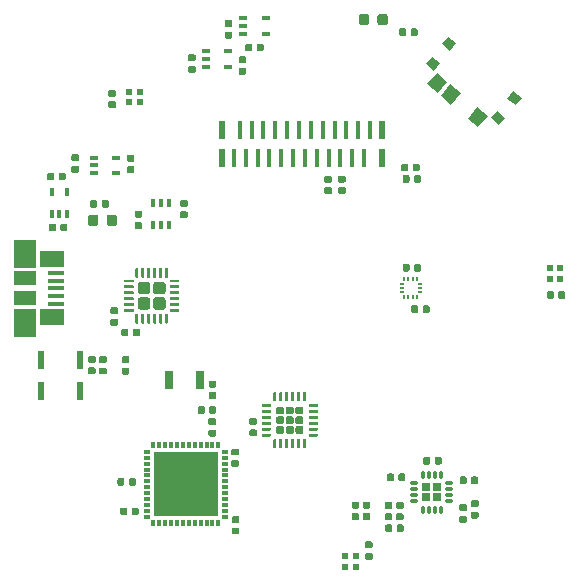
<source format=gbr>
G04 #@! TF.GenerationSoftware,KiCad,Pcbnew,5.1.5-52549c5~84~ubuntu18.04.1*
G04 #@! TF.CreationDate,2020-03-24T02:23:38-04:00*
G04 #@! TF.ProjectId,SwarmBot,53776172-6d42-46f7-942e-6b696361645f,rev?*
G04 #@! TF.SameCoordinates,Original*
G04 #@! TF.FileFunction,Paste,Top*
G04 #@! TF.FilePolarity,Positive*
%FSLAX46Y46*%
G04 Gerber Fmt 4.6, Leading zero omitted, Abs format (unit mm)*
G04 Created by KiCad (PCBNEW 5.1.5-52549c5~84~ubuntu18.04.1) date 2020-03-24 02:23:38*
%MOMM*%
%LPD*%
G04 APERTURE LIST*
%ADD10C,0.100000*%
%ADD11R,0.325000X0.200000*%
%ADD12R,0.200000X0.325000*%
%ADD13R,0.500000X0.500000*%
%ADD14R,0.609600X1.600200*%
%ADD15R,0.406400X1.600200*%
%ADD16R,0.400000X0.650000*%
%ADD17R,0.650000X0.400000*%
%ADD18R,5.500000X5.500000*%
%ADD19R,0.550000X0.350000*%
%ADD20R,0.350000X0.550000*%
%ADD21R,0.800000X1.600000*%
%ADD22R,0.730000X0.730000*%
%ADD23O,0.300000X0.750000*%
%ADD24O,0.750000X0.300000*%
%ADD25R,0.550000X1.500000*%
%ADD26R,1.900000X1.175000*%
%ADD27R,1.900000X2.375000*%
%ADD28R,2.100000X1.475000*%
%ADD29R,1.380000X0.450000*%
G04 APERTURE END LIST*
D10*
G36*
X-16483042Y7469290D02*
G01*
X-16468724Y7467166D01*
X-16454683Y7463649D01*
X-16441054Y7458772D01*
X-16427969Y7452583D01*
X-16415553Y7445142D01*
X-16403927Y7436519D01*
X-16393202Y7426798D01*
X-16383481Y7416073D01*
X-16374858Y7404447D01*
X-16367417Y7392031D01*
X-16361228Y7378946D01*
X-16356351Y7365317D01*
X-16352834Y7351276D01*
X-16350710Y7336958D01*
X-16350000Y7322500D01*
X-16350000Y6977500D01*
X-16350710Y6963042D01*
X-16352834Y6948724D01*
X-16356351Y6934683D01*
X-16361228Y6921054D01*
X-16367417Y6907969D01*
X-16374858Y6895553D01*
X-16383481Y6883927D01*
X-16393202Y6873202D01*
X-16403927Y6863481D01*
X-16415553Y6854858D01*
X-16427969Y6847417D01*
X-16441054Y6841228D01*
X-16454683Y6836351D01*
X-16468724Y6832834D01*
X-16483042Y6830710D01*
X-16497500Y6830000D01*
X-16792500Y6830000D01*
X-16806958Y6830710D01*
X-16821276Y6832834D01*
X-16835317Y6836351D01*
X-16848946Y6841228D01*
X-16862031Y6847417D01*
X-16874447Y6854858D01*
X-16886073Y6863481D01*
X-16896798Y6873202D01*
X-16906519Y6883927D01*
X-16915142Y6895553D01*
X-16922583Y6907969D01*
X-16928772Y6921054D01*
X-16933649Y6934683D01*
X-16937166Y6948724D01*
X-16939290Y6963042D01*
X-16940000Y6977500D01*
X-16940000Y7322500D01*
X-16939290Y7336958D01*
X-16937166Y7351276D01*
X-16933649Y7365317D01*
X-16928772Y7378946D01*
X-16922583Y7392031D01*
X-16915142Y7404447D01*
X-16906519Y7416073D01*
X-16896798Y7426798D01*
X-16886073Y7436519D01*
X-16874447Y7445142D01*
X-16862031Y7452583D01*
X-16848946Y7458772D01*
X-16835317Y7463649D01*
X-16821276Y7467166D01*
X-16806958Y7469290D01*
X-16792500Y7470000D01*
X-16497500Y7470000D01*
X-16483042Y7469290D01*
G37*
G36*
X-17453042Y7469290D02*
G01*
X-17438724Y7467166D01*
X-17424683Y7463649D01*
X-17411054Y7458772D01*
X-17397969Y7452583D01*
X-17385553Y7445142D01*
X-17373927Y7436519D01*
X-17363202Y7426798D01*
X-17353481Y7416073D01*
X-17344858Y7404447D01*
X-17337417Y7392031D01*
X-17331228Y7378946D01*
X-17326351Y7365317D01*
X-17322834Y7351276D01*
X-17320710Y7336958D01*
X-17320000Y7322500D01*
X-17320000Y6977500D01*
X-17320710Y6963042D01*
X-17322834Y6948724D01*
X-17326351Y6934683D01*
X-17331228Y6921054D01*
X-17337417Y6907969D01*
X-17344858Y6895553D01*
X-17353481Y6883927D01*
X-17363202Y6873202D01*
X-17373927Y6863481D01*
X-17385553Y6854858D01*
X-17397969Y6847417D01*
X-17411054Y6841228D01*
X-17424683Y6836351D01*
X-17438724Y6832834D01*
X-17453042Y6830710D01*
X-17467500Y6830000D01*
X-17762500Y6830000D01*
X-17776958Y6830710D01*
X-17791276Y6832834D01*
X-17805317Y6836351D01*
X-17818946Y6841228D01*
X-17832031Y6847417D01*
X-17844447Y6854858D01*
X-17856073Y6863481D01*
X-17866798Y6873202D01*
X-17876519Y6883927D01*
X-17885142Y6895553D01*
X-17892583Y6907969D01*
X-17898772Y6921054D01*
X-17903649Y6934683D01*
X-17907166Y6948724D01*
X-17909290Y6963042D01*
X-17910000Y6977500D01*
X-17910000Y7322500D01*
X-17909290Y7336958D01*
X-17907166Y7351276D01*
X-17903649Y7365317D01*
X-17898772Y7378946D01*
X-17892583Y7392031D01*
X-17885142Y7404447D01*
X-17876519Y7416073D01*
X-17866798Y7426798D01*
X-17856073Y7436519D01*
X-17844447Y7445142D01*
X-17832031Y7452583D01*
X-17818946Y7458772D01*
X-17805317Y7463649D01*
X-17791276Y7467166D01*
X-17776958Y7469290D01*
X-17762500Y7470000D01*
X-17467500Y7470000D01*
X-17453042Y7469290D01*
G37*
G36*
X9671958Y21999290D02*
G01*
X9686276Y21997166D01*
X9700317Y21993649D01*
X9713946Y21988772D01*
X9727031Y21982583D01*
X9739447Y21975142D01*
X9751073Y21966519D01*
X9761798Y21956798D01*
X9771519Y21946073D01*
X9780142Y21934447D01*
X9787583Y21922031D01*
X9793772Y21908946D01*
X9798649Y21895317D01*
X9802166Y21881276D01*
X9804290Y21866958D01*
X9805000Y21852500D01*
X9805000Y21507500D01*
X9804290Y21493042D01*
X9802166Y21478724D01*
X9798649Y21464683D01*
X9793772Y21451054D01*
X9787583Y21437969D01*
X9780142Y21425553D01*
X9771519Y21413927D01*
X9761798Y21403202D01*
X9751073Y21393481D01*
X9739447Y21384858D01*
X9727031Y21377417D01*
X9713946Y21371228D01*
X9700317Y21366351D01*
X9686276Y21362834D01*
X9671958Y21360710D01*
X9657500Y21360000D01*
X9362500Y21360000D01*
X9348042Y21360710D01*
X9333724Y21362834D01*
X9319683Y21366351D01*
X9306054Y21371228D01*
X9292969Y21377417D01*
X9280553Y21384858D01*
X9268927Y21393481D01*
X9258202Y21403202D01*
X9248481Y21413927D01*
X9239858Y21425553D01*
X9232417Y21437969D01*
X9226228Y21451054D01*
X9221351Y21464683D01*
X9217834Y21478724D01*
X9215710Y21493042D01*
X9215000Y21507500D01*
X9215000Y21852500D01*
X9215710Y21866958D01*
X9217834Y21881276D01*
X9221351Y21895317D01*
X9226228Y21908946D01*
X9232417Y21922031D01*
X9239858Y21934447D01*
X9248481Y21946073D01*
X9258202Y21956798D01*
X9268927Y21966519D01*
X9280553Y21975142D01*
X9292969Y21982583D01*
X9306054Y21988772D01*
X9319683Y21993649D01*
X9333724Y21997166D01*
X9348042Y21999290D01*
X9362500Y22000000D01*
X9657500Y22000000D01*
X9671958Y21999290D01*
G37*
G36*
X8701958Y21999290D02*
G01*
X8716276Y21997166D01*
X8730317Y21993649D01*
X8743946Y21988772D01*
X8757031Y21982583D01*
X8769447Y21975142D01*
X8781073Y21966519D01*
X8791798Y21956798D01*
X8801519Y21946073D01*
X8810142Y21934447D01*
X8817583Y21922031D01*
X8823772Y21908946D01*
X8828649Y21895317D01*
X8832166Y21881276D01*
X8834290Y21866958D01*
X8835000Y21852500D01*
X8835000Y21507500D01*
X8834290Y21493042D01*
X8832166Y21478724D01*
X8828649Y21464683D01*
X8823772Y21451054D01*
X8817583Y21437969D01*
X8810142Y21425553D01*
X8801519Y21413927D01*
X8791798Y21403202D01*
X8781073Y21393481D01*
X8769447Y21384858D01*
X8757031Y21377417D01*
X8743946Y21371228D01*
X8730317Y21366351D01*
X8716276Y21362834D01*
X8701958Y21360710D01*
X8687500Y21360000D01*
X8392500Y21360000D01*
X8378042Y21360710D01*
X8363724Y21362834D01*
X8349683Y21366351D01*
X8336054Y21371228D01*
X8322969Y21377417D01*
X8310553Y21384858D01*
X8298927Y21393481D01*
X8288202Y21403202D01*
X8278481Y21413927D01*
X8269858Y21425553D01*
X8262417Y21437969D01*
X8256228Y21451054D01*
X8251351Y21464683D01*
X8247834Y21478724D01*
X8245710Y21493042D01*
X8245000Y21507500D01*
X8245000Y21852500D01*
X8245710Y21866958D01*
X8247834Y21881276D01*
X8251351Y21895317D01*
X8256228Y21908946D01*
X8262417Y21922031D01*
X8269858Y21934447D01*
X8278481Y21946073D01*
X8288202Y21956798D01*
X8298927Y21966519D01*
X8310553Y21975142D01*
X8322969Y21982583D01*
X8336054Y21988772D01*
X8349683Y21993649D01*
X8363724Y21997166D01*
X8378042Y21999290D01*
X8392500Y22000000D01*
X8687500Y22000000D01*
X8701958Y21999290D01*
G37*
G36*
X-17409809Y6243947D02*
G01*
X-17388574Y6240797D01*
X-17367750Y6235581D01*
X-17347538Y6228349D01*
X-17328132Y6219170D01*
X-17309719Y6208134D01*
X-17292476Y6195346D01*
X-17276570Y6180930D01*
X-17262154Y6165024D01*
X-17249366Y6147781D01*
X-17238330Y6129368D01*
X-17229151Y6109962D01*
X-17221919Y6089750D01*
X-17216703Y6068926D01*
X-17213553Y6047691D01*
X-17212500Y6026250D01*
X-17212500Y5513750D01*
X-17213553Y5492309D01*
X-17216703Y5471074D01*
X-17221919Y5450250D01*
X-17229151Y5430038D01*
X-17238330Y5410632D01*
X-17249366Y5392219D01*
X-17262154Y5374976D01*
X-17276570Y5359070D01*
X-17292476Y5344654D01*
X-17309719Y5331866D01*
X-17328132Y5320830D01*
X-17347538Y5311651D01*
X-17367750Y5304419D01*
X-17388574Y5299203D01*
X-17409809Y5296053D01*
X-17431250Y5295000D01*
X-17868750Y5295000D01*
X-17890191Y5296053D01*
X-17911426Y5299203D01*
X-17932250Y5304419D01*
X-17952462Y5311651D01*
X-17971868Y5320830D01*
X-17990281Y5331866D01*
X-18007524Y5344654D01*
X-18023430Y5359070D01*
X-18037846Y5374976D01*
X-18050634Y5392219D01*
X-18061670Y5410632D01*
X-18070849Y5430038D01*
X-18078081Y5450250D01*
X-18083297Y5471074D01*
X-18086447Y5492309D01*
X-18087500Y5513750D01*
X-18087500Y6026250D01*
X-18086447Y6047691D01*
X-18083297Y6068926D01*
X-18078081Y6089750D01*
X-18070849Y6109962D01*
X-18061670Y6129368D01*
X-18050634Y6147781D01*
X-18037846Y6165024D01*
X-18023430Y6180930D01*
X-18007524Y6195346D01*
X-17990281Y6208134D01*
X-17971868Y6219170D01*
X-17952462Y6228349D01*
X-17932250Y6235581D01*
X-17911426Y6240797D01*
X-17890191Y6243947D01*
X-17868750Y6245000D01*
X-17431250Y6245000D01*
X-17409809Y6243947D01*
G37*
G36*
X-15834809Y6243947D02*
G01*
X-15813574Y6240797D01*
X-15792750Y6235581D01*
X-15772538Y6228349D01*
X-15753132Y6219170D01*
X-15734719Y6208134D01*
X-15717476Y6195346D01*
X-15701570Y6180930D01*
X-15687154Y6165024D01*
X-15674366Y6147781D01*
X-15663330Y6129368D01*
X-15654151Y6109962D01*
X-15646919Y6089750D01*
X-15641703Y6068926D01*
X-15638553Y6047691D01*
X-15637500Y6026250D01*
X-15637500Y5513750D01*
X-15638553Y5492309D01*
X-15641703Y5471074D01*
X-15646919Y5450250D01*
X-15654151Y5430038D01*
X-15663330Y5410632D01*
X-15674366Y5392219D01*
X-15687154Y5374976D01*
X-15701570Y5359070D01*
X-15717476Y5344654D01*
X-15734719Y5331866D01*
X-15753132Y5320830D01*
X-15772538Y5311651D01*
X-15792750Y5304419D01*
X-15813574Y5299203D01*
X-15834809Y5296053D01*
X-15856250Y5295000D01*
X-16293750Y5295000D01*
X-16315191Y5296053D01*
X-16336426Y5299203D01*
X-16357250Y5304419D01*
X-16377462Y5311651D01*
X-16396868Y5320830D01*
X-16415281Y5331866D01*
X-16432524Y5344654D01*
X-16448430Y5359070D01*
X-16462846Y5374976D01*
X-16475634Y5392219D01*
X-16486670Y5410632D01*
X-16495849Y5430038D01*
X-16503081Y5450250D01*
X-16508297Y5471074D01*
X-16511447Y5492309D01*
X-16512500Y5513750D01*
X-16512500Y6026250D01*
X-16511447Y6047691D01*
X-16508297Y6068926D01*
X-16503081Y6089750D01*
X-16495849Y6109962D01*
X-16486670Y6129368D01*
X-16475634Y6147781D01*
X-16462846Y6165024D01*
X-16448430Y6180930D01*
X-16432524Y6195346D01*
X-16415281Y6208134D01*
X-16396868Y6219170D01*
X-16377462Y6228349D01*
X-16357250Y6235581D01*
X-16336426Y6240797D01*
X-16315191Y6243947D01*
X-16293750Y6245000D01*
X-15856250Y6245000D01*
X-15834809Y6243947D01*
G37*
G36*
X7087691Y23223947D02*
G01*
X7108926Y23220797D01*
X7129750Y23215581D01*
X7149962Y23208349D01*
X7169368Y23199170D01*
X7187781Y23188134D01*
X7205024Y23175346D01*
X7220930Y23160930D01*
X7235346Y23145024D01*
X7248134Y23127781D01*
X7259170Y23109368D01*
X7268349Y23089962D01*
X7275581Y23069750D01*
X7280797Y23048926D01*
X7283947Y23027691D01*
X7285000Y23006250D01*
X7285000Y22493750D01*
X7283947Y22472309D01*
X7280797Y22451074D01*
X7275581Y22430250D01*
X7268349Y22410038D01*
X7259170Y22390632D01*
X7248134Y22372219D01*
X7235346Y22354976D01*
X7220930Y22339070D01*
X7205024Y22324654D01*
X7187781Y22311866D01*
X7169368Y22300830D01*
X7149962Y22291651D01*
X7129750Y22284419D01*
X7108926Y22279203D01*
X7087691Y22276053D01*
X7066250Y22275000D01*
X6628750Y22275000D01*
X6607309Y22276053D01*
X6586074Y22279203D01*
X6565250Y22284419D01*
X6545038Y22291651D01*
X6525632Y22300830D01*
X6507219Y22311866D01*
X6489976Y22324654D01*
X6474070Y22339070D01*
X6459654Y22354976D01*
X6446866Y22372219D01*
X6435830Y22390632D01*
X6426651Y22410038D01*
X6419419Y22430250D01*
X6414203Y22451074D01*
X6411053Y22472309D01*
X6410000Y22493750D01*
X6410000Y23006250D01*
X6411053Y23027691D01*
X6414203Y23048926D01*
X6419419Y23069750D01*
X6426651Y23089962D01*
X6435830Y23109368D01*
X6446866Y23127781D01*
X6459654Y23145024D01*
X6474070Y23160930D01*
X6489976Y23175346D01*
X6507219Y23188134D01*
X6525632Y23199170D01*
X6545038Y23208349D01*
X6565250Y23215581D01*
X6586074Y23220797D01*
X6607309Y23223947D01*
X6628750Y23225000D01*
X7066250Y23225000D01*
X7087691Y23223947D01*
G37*
G36*
X5512691Y23223947D02*
G01*
X5533926Y23220797D01*
X5554750Y23215581D01*
X5574962Y23208349D01*
X5594368Y23199170D01*
X5612781Y23188134D01*
X5630024Y23175346D01*
X5645930Y23160930D01*
X5660346Y23145024D01*
X5673134Y23127781D01*
X5684170Y23109368D01*
X5693349Y23089962D01*
X5700581Y23069750D01*
X5705797Y23048926D01*
X5708947Y23027691D01*
X5710000Y23006250D01*
X5710000Y22493750D01*
X5708947Y22472309D01*
X5705797Y22451074D01*
X5700581Y22430250D01*
X5693349Y22410038D01*
X5684170Y22390632D01*
X5673134Y22372219D01*
X5660346Y22354976D01*
X5645930Y22339070D01*
X5630024Y22324654D01*
X5612781Y22311866D01*
X5594368Y22300830D01*
X5574962Y22291651D01*
X5554750Y22284419D01*
X5533926Y22279203D01*
X5512691Y22276053D01*
X5491250Y22275000D01*
X5053750Y22275000D01*
X5032309Y22276053D01*
X5011074Y22279203D01*
X4990250Y22284419D01*
X4970038Y22291651D01*
X4950632Y22300830D01*
X4932219Y22311866D01*
X4914976Y22324654D01*
X4899070Y22339070D01*
X4884654Y22354976D01*
X4871866Y22372219D01*
X4860830Y22390632D01*
X4851651Y22410038D01*
X4844419Y22430250D01*
X4839203Y22451074D01*
X4836053Y22472309D01*
X4835000Y22493750D01*
X4835000Y23006250D01*
X4836053Y23027691D01*
X4839203Y23048926D01*
X4844419Y23069750D01*
X4851651Y23089962D01*
X4860830Y23109368D01*
X4871866Y23127781D01*
X4884654Y23145024D01*
X4899070Y23160930D01*
X4914976Y23175346D01*
X4932219Y23188134D01*
X4950632Y23199170D01*
X4970038Y23208349D01*
X4990250Y23215581D01*
X5011074Y23220797D01*
X5032309Y23223947D01*
X5053750Y23225000D01*
X5491250Y23225000D01*
X5512691Y23223947D01*
G37*
D11*
X8452500Y-350000D03*
X8452500Y0D03*
X8452500Y350000D03*
D12*
X8690000Y762500D03*
X9040000Y762500D03*
X9390000Y762500D03*
X9740000Y762500D03*
D11*
X9977500Y350000D03*
X9977500Y0D03*
X9977500Y-350000D03*
D12*
X9740000Y-762500D03*
X9390000Y-762500D03*
X9040000Y-762500D03*
X8690000Y-762500D03*
D10*
G36*
X14065458Y14366708D02*
G01*
X14868943Y15324264D01*
X15749894Y14585058D01*
X14946409Y13627502D01*
X14065458Y14366708D01*
G37*
G36*
X10618258Y17259253D02*
G01*
X11421743Y18216809D01*
X12302694Y17477603D01*
X11499209Y16520047D01*
X10618258Y17259253D01*
G37*
G36*
X11767325Y16295071D02*
G01*
X12570810Y17252627D01*
X13451761Y16513421D01*
X12648276Y15555865D01*
X11767325Y16295071D01*
G37*
G36*
X10483339Y19004224D02*
G01*
X10997569Y19617059D01*
X11687009Y19038550D01*
X11172779Y18425715D01*
X10483339Y19004224D01*
G37*
G36*
X15998859Y14376153D02*
G01*
X16513089Y14988988D01*
X17202529Y14410479D01*
X16688299Y13797644D01*
X15998859Y14376153D01*
G37*
G36*
X17412991Y16061450D02*
G01*
X17927221Y16674285D01*
X18616661Y16095776D01*
X18102431Y15482941D01*
X17412991Y16061450D01*
G37*
G36*
X11897471Y20689521D02*
G01*
X12411701Y21302356D01*
X13101141Y20723847D01*
X12586911Y20111012D01*
X11897471Y20689521D01*
G37*
D13*
X4580000Y-22710000D03*
X3680000Y-22710000D03*
X3680000Y-23610000D03*
X4580000Y-23610000D03*
X20990000Y790000D03*
X21890000Y790000D03*
X21890000Y1690000D03*
X20990000Y1690000D03*
X-14610000Y16640000D03*
X-14610000Y15740000D03*
X-13710000Y15740000D03*
X-13710000Y16640000D03*
D14*
X-6746000Y10994800D03*
X6766800Y10994800D03*
X-6746000Y13382400D03*
X6766800Y13382400D03*
D15*
X5776200Y13382400D03*
X5268200Y10994800D03*
X4760200Y13382400D03*
X4277600Y10994800D03*
X3769600Y13382400D03*
X3261600Y10994800D03*
X2779000Y13382400D03*
X2271000Y10994800D03*
X1763000Y13382400D03*
X1280400Y10994800D03*
X772400Y13382400D03*
X264400Y10994800D03*
X-218200Y13382400D03*
X-726200Y10994800D03*
X-1234200Y13382400D03*
X-1742200Y10994800D03*
X-2224800Y13382400D03*
X-2732800Y10994800D03*
X-3240800Y13382400D03*
X-3723400Y10994800D03*
X-4231400Y13382400D03*
X-4739400Y10994800D03*
X-5222000Y13382400D03*
X-5730000Y10994800D03*
D16*
X-11254980Y5326340D03*
X-12554980Y5326340D03*
X-11904980Y7226340D03*
X-11904980Y5326340D03*
X-12554980Y7226340D03*
X-11254980Y7226340D03*
D10*
G36*
X8995538Y9568810D02*
G01*
X9009856Y9566686D01*
X9023897Y9563169D01*
X9037526Y9558292D01*
X9050611Y9552103D01*
X9063027Y9544662D01*
X9074653Y9536039D01*
X9085378Y9526318D01*
X9095099Y9515593D01*
X9103722Y9503967D01*
X9111163Y9491551D01*
X9117352Y9478466D01*
X9122229Y9464837D01*
X9125746Y9450796D01*
X9127870Y9436478D01*
X9128580Y9422020D01*
X9128580Y9077020D01*
X9127870Y9062562D01*
X9125746Y9048244D01*
X9122229Y9034203D01*
X9117352Y9020574D01*
X9111163Y9007489D01*
X9103722Y8995073D01*
X9095099Y8983447D01*
X9085378Y8972722D01*
X9074653Y8963001D01*
X9063027Y8954378D01*
X9050611Y8946937D01*
X9037526Y8940748D01*
X9023897Y8935871D01*
X9009856Y8932354D01*
X8995538Y8930230D01*
X8981080Y8929520D01*
X8686080Y8929520D01*
X8671622Y8930230D01*
X8657304Y8932354D01*
X8643263Y8935871D01*
X8629634Y8940748D01*
X8616549Y8946937D01*
X8604133Y8954378D01*
X8592507Y8963001D01*
X8581782Y8972722D01*
X8572061Y8983447D01*
X8563438Y8995073D01*
X8555997Y9007489D01*
X8549808Y9020574D01*
X8544931Y9034203D01*
X8541414Y9048244D01*
X8539290Y9062562D01*
X8538580Y9077020D01*
X8538580Y9422020D01*
X8539290Y9436478D01*
X8541414Y9450796D01*
X8544931Y9464837D01*
X8549808Y9478466D01*
X8555997Y9491551D01*
X8563438Y9503967D01*
X8572061Y9515593D01*
X8581782Y9526318D01*
X8592507Y9536039D01*
X8604133Y9544662D01*
X8616549Y9552103D01*
X8629634Y9558292D01*
X8643263Y9563169D01*
X8657304Y9566686D01*
X8671622Y9568810D01*
X8686080Y9569520D01*
X8981080Y9569520D01*
X8995538Y9568810D01*
G37*
G36*
X9965538Y9568810D02*
G01*
X9979856Y9566686D01*
X9993897Y9563169D01*
X10007526Y9558292D01*
X10020611Y9552103D01*
X10033027Y9544662D01*
X10044653Y9536039D01*
X10055378Y9526318D01*
X10065099Y9515593D01*
X10073722Y9503967D01*
X10081163Y9491551D01*
X10087352Y9478466D01*
X10092229Y9464837D01*
X10095746Y9450796D01*
X10097870Y9436478D01*
X10098580Y9422020D01*
X10098580Y9077020D01*
X10097870Y9062562D01*
X10095746Y9048244D01*
X10092229Y9034203D01*
X10087352Y9020574D01*
X10081163Y9007489D01*
X10073722Y8995073D01*
X10065099Y8983447D01*
X10055378Y8972722D01*
X10044653Y8963001D01*
X10033027Y8954378D01*
X10020611Y8946937D01*
X10007526Y8940748D01*
X9993897Y8935871D01*
X9979856Y8932354D01*
X9965538Y8930230D01*
X9951080Y8929520D01*
X9656080Y8929520D01*
X9641622Y8930230D01*
X9627304Y8932354D01*
X9613263Y8935871D01*
X9599634Y8940748D01*
X9586549Y8946937D01*
X9574133Y8954378D01*
X9562507Y8963001D01*
X9551782Y8972722D01*
X9542061Y8983447D01*
X9533438Y8995073D01*
X9525997Y9007489D01*
X9519808Y9020574D01*
X9514931Y9034203D01*
X9511414Y9048244D01*
X9509290Y9062562D01*
X9508580Y9077020D01*
X9508580Y9422020D01*
X9509290Y9436478D01*
X9511414Y9450796D01*
X9514931Y9464837D01*
X9519808Y9478466D01*
X9525997Y9491551D01*
X9533438Y9503967D01*
X9542061Y9515593D01*
X9551782Y9526318D01*
X9562507Y9536039D01*
X9574133Y9544662D01*
X9586549Y9552103D01*
X9599634Y9558292D01*
X9613263Y9563169D01*
X9627304Y9566686D01*
X9641622Y9568810D01*
X9656080Y9569520D01*
X9951080Y9569520D01*
X9965538Y9568810D01*
G37*
G36*
X8881238Y10539090D02*
G01*
X8895556Y10536966D01*
X8909597Y10533449D01*
X8923226Y10528572D01*
X8936311Y10522383D01*
X8948727Y10514942D01*
X8960353Y10506319D01*
X8971078Y10496598D01*
X8980799Y10485873D01*
X8989422Y10474247D01*
X8996863Y10461831D01*
X9003052Y10448746D01*
X9007929Y10435117D01*
X9011446Y10421076D01*
X9013570Y10406758D01*
X9014280Y10392300D01*
X9014280Y10047300D01*
X9013570Y10032842D01*
X9011446Y10018524D01*
X9007929Y10004483D01*
X9003052Y9990854D01*
X8996863Y9977769D01*
X8989422Y9965353D01*
X8980799Y9953727D01*
X8971078Y9943002D01*
X8960353Y9933281D01*
X8948727Y9924658D01*
X8936311Y9917217D01*
X8923226Y9911028D01*
X8909597Y9906151D01*
X8895556Y9902634D01*
X8881238Y9900510D01*
X8866780Y9899800D01*
X8571780Y9899800D01*
X8557322Y9900510D01*
X8543004Y9902634D01*
X8528963Y9906151D01*
X8515334Y9911028D01*
X8502249Y9917217D01*
X8489833Y9924658D01*
X8478207Y9933281D01*
X8467482Y9943002D01*
X8457761Y9953727D01*
X8449138Y9965353D01*
X8441697Y9977769D01*
X8435508Y9990854D01*
X8430631Y10004483D01*
X8427114Y10018524D01*
X8424990Y10032842D01*
X8424280Y10047300D01*
X8424280Y10392300D01*
X8424990Y10406758D01*
X8427114Y10421076D01*
X8430631Y10435117D01*
X8435508Y10448746D01*
X8441697Y10461831D01*
X8449138Y10474247D01*
X8457761Y10485873D01*
X8467482Y10496598D01*
X8478207Y10506319D01*
X8489833Y10514942D01*
X8502249Y10522383D01*
X8515334Y10528572D01*
X8528963Y10533449D01*
X8543004Y10536966D01*
X8557322Y10539090D01*
X8571780Y10539800D01*
X8866780Y10539800D01*
X8881238Y10539090D01*
G37*
G36*
X9851238Y10539090D02*
G01*
X9865556Y10536966D01*
X9879597Y10533449D01*
X9893226Y10528572D01*
X9906311Y10522383D01*
X9918727Y10514942D01*
X9930353Y10506319D01*
X9941078Y10496598D01*
X9950799Y10485873D01*
X9959422Y10474247D01*
X9966863Y10461831D01*
X9973052Y10448746D01*
X9977929Y10435117D01*
X9981446Y10421076D01*
X9983570Y10406758D01*
X9984280Y10392300D01*
X9984280Y10047300D01*
X9983570Y10032842D01*
X9981446Y10018524D01*
X9977929Y10004483D01*
X9973052Y9990854D01*
X9966863Y9977769D01*
X9959422Y9965353D01*
X9950799Y9953727D01*
X9941078Y9943002D01*
X9930353Y9933281D01*
X9918727Y9924658D01*
X9906311Y9917217D01*
X9893226Y9911028D01*
X9879597Y9906151D01*
X9865556Y9902634D01*
X9851238Y9900510D01*
X9836780Y9899800D01*
X9541780Y9899800D01*
X9527322Y9900510D01*
X9513004Y9902634D01*
X9498963Y9906151D01*
X9485334Y9911028D01*
X9472249Y9917217D01*
X9459833Y9924658D01*
X9448207Y9933281D01*
X9437482Y9943002D01*
X9427761Y9953727D01*
X9419138Y9965353D01*
X9411697Y9977769D01*
X9405508Y9990854D01*
X9400631Y10004483D01*
X9397114Y10018524D01*
X9394990Y10032842D01*
X9394280Y10047300D01*
X9394280Y10392300D01*
X9394990Y10406758D01*
X9397114Y10421076D01*
X9400631Y10435117D01*
X9405508Y10448746D01*
X9411697Y10461831D01*
X9419138Y10474247D01*
X9427761Y10485873D01*
X9437482Y10496598D01*
X9448207Y10506319D01*
X9459833Y10514942D01*
X9472249Y10522383D01*
X9485334Y10528572D01*
X9498963Y10533449D01*
X9513004Y10536966D01*
X9527322Y10539090D01*
X9541780Y10539800D01*
X9836780Y10539800D01*
X9851238Y10539090D01*
G37*
D17*
X-6212800Y20055600D03*
X-6212800Y18755600D03*
X-8112800Y19405600D03*
X-8112800Y18755600D03*
X-8112800Y20055600D03*
X-3063200Y22849600D03*
X-3063200Y21549600D03*
X-4963200Y22199600D03*
X-4963200Y21549600D03*
X-4963200Y22849600D03*
D10*
G36*
X5866958Y-21435710D02*
G01*
X5881276Y-21437834D01*
X5895317Y-21441351D01*
X5908946Y-21446228D01*
X5922031Y-21452417D01*
X5934447Y-21459858D01*
X5946073Y-21468481D01*
X5956798Y-21478202D01*
X5966519Y-21488927D01*
X5975142Y-21500553D01*
X5982583Y-21512969D01*
X5988772Y-21526054D01*
X5993649Y-21539683D01*
X5997166Y-21553724D01*
X5999290Y-21568042D01*
X6000000Y-21582500D01*
X6000000Y-21877500D01*
X5999290Y-21891958D01*
X5997166Y-21906276D01*
X5993649Y-21920317D01*
X5988772Y-21933946D01*
X5982583Y-21947031D01*
X5975142Y-21959447D01*
X5966519Y-21971073D01*
X5956798Y-21981798D01*
X5946073Y-21991519D01*
X5934447Y-22000142D01*
X5922031Y-22007583D01*
X5908946Y-22013772D01*
X5895317Y-22018649D01*
X5881276Y-22022166D01*
X5866958Y-22024290D01*
X5852500Y-22025000D01*
X5507500Y-22025000D01*
X5493042Y-22024290D01*
X5478724Y-22022166D01*
X5464683Y-22018649D01*
X5451054Y-22013772D01*
X5437969Y-22007583D01*
X5425553Y-22000142D01*
X5413927Y-21991519D01*
X5403202Y-21981798D01*
X5393481Y-21971073D01*
X5384858Y-21959447D01*
X5377417Y-21947031D01*
X5371228Y-21933946D01*
X5366351Y-21920317D01*
X5362834Y-21906276D01*
X5360710Y-21891958D01*
X5360000Y-21877500D01*
X5360000Y-21582500D01*
X5360710Y-21568042D01*
X5362834Y-21553724D01*
X5366351Y-21539683D01*
X5371228Y-21526054D01*
X5377417Y-21512969D01*
X5384858Y-21500553D01*
X5393481Y-21488927D01*
X5403202Y-21478202D01*
X5413927Y-21468481D01*
X5425553Y-21459858D01*
X5437969Y-21452417D01*
X5451054Y-21446228D01*
X5464683Y-21441351D01*
X5478724Y-21437834D01*
X5493042Y-21435710D01*
X5507500Y-21435000D01*
X5852500Y-21435000D01*
X5866958Y-21435710D01*
G37*
G36*
X5866958Y-22405710D02*
G01*
X5881276Y-22407834D01*
X5895317Y-22411351D01*
X5908946Y-22416228D01*
X5922031Y-22422417D01*
X5934447Y-22429858D01*
X5946073Y-22438481D01*
X5956798Y-22448202D01*
X5966519Y-22458927D01*
X5975142Y-22470553D01*
X5982583Y-22482969D01*
X5988772Y-22496054D01*
X5993649Y-22509683D01*
X5997166Y-22523724D01*
X5999290Y-22538042D01*
X6000000Y-22552500D01*
X6000000Y-22847500D01*
X5999290Y-22861958D01*
X5997166Y-22876276D01*
X5993649Y-22890317D01*
X5988772Y-22903946D01*
X5982583Y-22917031D01*
X5975142Y-22929447D01*
X5966519Y-22941073D01*
X5956798Y-22951798D01*
X5946073Y-22961519D01*
X5934447Y-22970142D01*
X5922031Y-22977583D01*
X5908946Y-22983772D01*
X5895317Y-22988649D01*
X5881276Y-22992166D01*
X5866958Y-22994290D01*
X5852500Y-22995000D01*
X5507500Y-22995000D01*
X5493042Y-22994290D01*
X5478724Y-22992166D01*
X5464683Y-22988649D01*
X5451054Y-22983772D01*
X5437969Y-22977583D01*
X5425553Y-22970142D01*
X5413927Y-22961519D01*
X5403202Y-22951798D01*
X5393481Y-22941073D01*
X5384858Y-22929447D01*
X5377417Y-22917031D01*
X5371228Y-22903946D01*
X5366351Y-22890317D01*
X5362834Y-22876276D01*
X5360710Y-22861958D01*
X5360000Y-22847500D01*
X5360000Y-22552500D01*
X5360710Y-22538042D01*
X5362834Y-22523724D01*
X5366351Y-22509683D01*
X5371228Y-22496054D01*
X5377417Y-22482969D01*
X5384858Y-22470553D01*
X5393481Y-22458927D01*
X5403202Y-22448202D01*
X5413927Y-22438481D01*
X5425553Y-22429858D01*
X5437969Y-22422417D01*
X5451054Y-22416228D01*
X5464683Y-22411351D01*
X5478724Y-22407834D01*
X5493042Y-22405710D01*
X5507500Y-22405000D01*
X5852500Y-22405000D01*
X5866958Y-22405710D01*
G37*
G36*
X22183958Y-250710D02*
G01*
X22198276Y-252834D01*
X22212317Y-256351D01*
X22225946Y-261228D01*
X22239031Y-267417D01*
X22251447Y-274858D01*
X22263073Y-283481D01*
X22273798Y-293202D01*
X22283519Y-303927D01*
X22292142Y-315553D01*
X22299583Y-327969D01*
X22305772Y-341054D01*
X22310649Y-354683D01*
X22314166Y-368724D01*
X22316290Y-383042D01*
X22317000Y-397500D01*
X22317000Y-742500D01*
X22316290Y-756958D01*
X22314166Y-771276D01*
X22310649Y-785317D01*
X22305772Y-798946D01*
X22299583Y-812031D01*
X22292142Y-824447D01*
X22283519Y-836073D01*
X22273798Y-846798D01*
X22263073Y-856519D01*
X22251447Y-865142D01*
X22239031Y-872583D01*
X22225946Y-878772D01*
X22212317Y-883649D01*
X22198276Y-887166D01*
X22183958Y-889290D01*
X22169500Y-890000D01*
X21874500Y-890000D01*
X21860042Y-889290D01*
X21845724Y-887166D01*
X21831683Y-883649D01*
X21818054Y-878772D01*
X21804969Y-872583D01*
X21792553Y-865142D01*
X21780927Y-856519D01*
X21770202Y-846798D01*
X21760481Y-836073D01*
X21751858Y-824447D01*
X21744417Y-812031D01*
X21738228Y-798946D01*
X21733351Y-785317D01*
X21729834Y-771276D01*
X21727710Y-756958D01*
X21727000Y-742500D01*
X21727000Y-397500D01*
X21727710Y-383042D01*
X21729834Y-368724D01*
X21733351Y-354683D01*
X21738228Y-341054D01*
X21744417Y-327969D01*
X21751858Y-315553D01*
X21760481Y-303927D01*
X21770202Y-293202D01*
X21780927Y-283481D01*
X21792553Y-274858D01*
X21804969Y-267417D01*
X21818054Y-261228D01*
X21831683Y-256351D01*
X21845724Y-252834D01*
X21860042Y-250710D01*
X21874500Y-250000D01*
X22169500Y-250000D01*
X22183958Y-250710D01*
G37*
G36*
X21213958Y-250710D02*
G01*
X21228276Y-252834D01*
X21242317Y-256351D01*
X21255946Y-261228D01*
X21269031Y-267417D01*
X21281447Y-274858D01*
X21293073Y-283481D01*
X21303798Y-293202D01*
X21313519Y-303927D01*
X21322142Y-315553D01*
X21329583Y-327969D01*
X21335772Y-341054D01*
X21340649Y-354683D01*
X21344166Y-368724D01*
X21346290Y-383042D01*
X21347000Y-397500D01*
X21347000Y-742500D01*
X21346290Y-756958D01*
X21344166Y-771276D01*
X21340649Y-785317D01*
X21335772Y-798946D01*
X21329583Y-812031D01*
X21322142Y-824447D01*
X21313519Y-836073D01*
X21303798Y-846798D01*
X21293073Y-856519D01*
X21281447Y-865142D01*
X21269031Y-872583D01*
X21255946Y-878772D01*
X21242317Y-883649D01*
X21228276Y-887166D01*
X21213958Y-889290D01*
X21199500Y-890000D01*
X20904500Y-890000D01*
X20890042Y-889290D01*
X20875724Y-887166D01*
X20861683Y-883649D01*
X20848054Y-878772D01*
X20834969Y-872583D01*
X20822553Y-865142D01*
X20810927Y-856519D01*
X20800202Y-846798D01*
X20790481Y-836073D01*
X20781858Y-824447D01*
X20774417Y-812031D01*
X20768228Y-798946D01*
X20763351Y-785317D01*
X20759834Y-771276D01*
X20757710Y-756958D01*
X20757000Y-742500D01*
X20757000Y-397500D01*
X20757710Y-383042D01*
X20759834Y-368724D01*
X20763351Y-354683D01*
X20768228Y-341054D01*
X20774417Y-327969D01*
X20781858Y-315553D01*
X20790481Y-303927D01*
X20800202Y-293202D01*
X20810927Y-283481D01*
X20822553Y-274858D01*
X20834969Y-267417D01*
X20848054Y-261228D01*
X20861683Y-256351D01*
X20875724Y-252834D01*
X20890042Y-250710D01*
X20904500Y-250000D01*
X21199500Y-250000D01*
X21213958Y-250710D01*
G37*
G36*
X-15871042Y15838290D02*
G01*
X-15856724Y15836166D01*
X-15842683Y15832649D01*
X-15829054Y15827772D01*
X-15815969Y15821583D01*
X-15803553Y15814142D01*
X-15791927Y15805519D01*
X-15781202Y15795798D01*
X-15771481Y15785073D01*
X-15762858Y15773447D01*
X-15755417Y15761031D01*
X-15749228Y15747946D01*
X-15744351Y15734317D01*
X-15740834Y15720276D01*
X-15738710Y15705958D01*
X-15738000Y15691500D01*
X-15738000Y15396500D01*
X-15738710Y15382042D01*
X-15740834Y15367724D01*
X-15744351Y15353683D01*
X-15749228Y15340054D01*
X-15755417Y15326969D01*
X-15762858Y15314553D01*
X-15771481Y15302927D01*
X-15781202Y15292202D01*
X-15791927Y15282481D01*
X-15803553Y15273858D01*
X-15815969Y15266417D01*
X-15829054Y15260228D01*
X-15842683Y15255351D01*
X-15856724Y15251834D01*
X-15871042Y15249710D01*
X-15885500Y15249000D01*
X-16230500Y15249000D01*
X-16244958Y15249710D01*
X-16259276Y15251834D01*
X-16273317Y15255351D01*
X-16286946Y15260228D01*
X-16300031Y15266417D01*
X-16312447Y15273858D01*
X-16324073Y15282481D01*
X-16334798Y15292202D01*
X-16344519Y15302927D01*
X-16353142Y15314553D01*
X-16360583Y15326969D01*
X-16366772Y15340054D01*
X-16371649Y15353683D01*
X-16375166Y15367724D01*
X-16377290Y15382042D01*
X-16378000Y15396500D01*
X-16378000Y15691500D01*
X-16377290Y15705958D01*
X-16375166Y15720276D01*
X-16371649Y15734317D01*
X-16366772Y15747946D01*
X-16360583Y15761031D01*
X-16353142Y15773447D01*
X-16344519Y15785073D01*
X-16334798Y15795798D01*
X-16324073Y15805519D01*
X-16312447Y15814142D01*
X-16300031Y15821583D01*
X-16286946Y15827772D01*
X-16273317Y15832649D01*
X-16259276Y15836166D01*
X-16244958Y15838290D01*
X-16230500Y15839000D01*
X-15885500Y15839000D01*
X-15871042Y15838290D01*
G37*
G36*
X-15871042Y16808290D02*
G01*
X-15856724Y16806166D01*
X-15842683Y16802649D01*
X-15829054Y16797772D01*
X-15815969Y16791583D01*
X-15803553Y16784142D01*
X-15791927Y16775519D01*
X-15781202Y16765798D01*
X-15771481Y16755073D01*
X-15762858Y16743447D01*
X-15755417Y16731031D01*
X-15749228Y16717946D01*
X-15744351Y16704317D01*
X-15740834Y16690276D01*
X-15738710Y16675958D01*
X-15738000Y16661500D01*
X-15738000Y16366500D01*
X-15738710Y16352042D01*
X-15740834Y16337724D01*
X-15744351Y16323683D01*
X-15749228Y16310054D01*
X-15755417Y16296969D01*
X-15762858Y16284553D01*
X-15771481Y16272927D01*
X-15781202Y16262202D01*
X-15791927Y16252481D01*
X-15803553Y16243858D01*
X-15815969Y16236417D01*
X-15829054Y16230228D01*
X-15842683Y16225351D01*
X-15856724Y16221834D01*
X-15871042Y16219710D01*
X-15885500Y16219000D01*
X-16230500Y16219000D01*
X-16244958Y16219710D01*
X-16259276Y16221834D01*
X-16273317Y16225351D01*
X-16286946Y16230228D01*
X-16300031Y16236417D01*
X-16312447Y16243858D01*
X-16324073Y16252481D01*
X-16334798Y16262202D01*
X-16344519Y16272927D01*
X-16353142Y16284553D01*
X-16360583Y16296969D01*
X-16366772Y16310054D01*
X-16371649Y16323683D01*
X-16375166Y16337724D01*
X-16377290Y16352042D01*
X-16378000Y16366500D01*
X-16378000Y16661500D01*
X-16377290Y16675958D01*
X-16375166Y16690276D01*
X-16371649Y16704317D01*
X-16366772Y16717946D01*
X-16360583Y16731031D01*
X-16353142Y16743447D01*
X-16344519Y16755073D01*
X-16334798Y16765798D01*
X-16324073Y16775519D01*
X-16312447Y16784142D01*
X-16300031Y16791583D01*
X-16286946Y16797772D01*
X-16273317Y16802649D01*
X-16259276Y16806166D01*
X-16244958Y16808290D01*
X-16230500Y16809000D01*
X-15885500Y16809000D01*
X-15871042Y16808290D01*
G37*
G36*
X3590558Y9539890D02*
G01*
X3604876Y9537766D01*
X3618917Y9534249D01*
X3632546Y9529372D01*
X3645631Y9523183D01*
X3658047Y9515742D01*
X3669673Y9507119D01*
X3680398Y9497398D01*
X3690119Y9486673D01*
X3698742Y9475047D01*
X3706183Y9462631D01*
X3712372Y9449546D01*
X3717249Y9435917D01*
X3720766Y9421876D01*
X3722890Y9407558D01*
X3723600Y9393100D01*
X3723600Y9098100D01*
X3722890Y9083642D01*
X3720766Y9069324D01*
X3717249Y9055283D01*
X3712372Y9041654D01*
X3706183Y9028569D01*
X3698742Y9016153D01*
X3690119Y9004527D01*
X3680398Y8993802D01*
X3669673Y8984081D01*
X3658047Y8975458D01*
X3645631Y8968017D01*
X3632546Y8961828D01*
X3618917Y8956951D01*
X3604876Y8953434D01*
X3590558Y8951310D01*
X3576100Y8950600D01*
X3231100Y8950600D01*
X3216642Y8951310D01*
X3202324Y8953434D01*
X3188283Y8956951D01*
X3174654Y8961828D01*
X3161569Y8968017D01*
X3149153Y8975458D01*
X3137527Y8984081D01*
X3126802Y8993802D01*
X3117081Y9004527D01*
X3108458Y9016153D01*
X3101017Y9028569D01*
X3094828Y9041654D01*
X3089951Y9055283D01*
X3086434Y9069324D01*
X3084310Y9083642D01*
X3083600Y9098100D01*
X3083600Y9393100D01*
X3084310Y9407558D01*
X3086434Y9421876D01*
X3089951Y9435917D01*
X3094828Y9449546D01*
X3101017Y9462631D01*
X3108458Y9475047D01*
X3117081Y9486673D01*
X3126802Y9497398D01*
X3137527Y9507119D01*
X3149153Y9515742D01*
X3161569Y9523183D01*
X3174654Y9529372D01*
X3188283Y9534249D01*
X3202324Y9537766D01*
X3216642Y9539890D01*
X3231100Y9540600D01*
X3576100Y9540600D01*
X3590558Y9539890D01*
G37*
G36*
X3590558Y8569890D02*
G01*
X3604876Y8567766D01*
X3618917Y8564249D01*
X3632546Y8559372D01*
X3645631Y8553183D01*
X3658047Y8545742D01*
X3669673Y8537119D01*
X3680398Y8527398D01*
X3690119Y8516673D01*
X3698742Y8505047D01*
X3706183Y8492631D01*
X3712372Y8479546D01*
X3717249Y8465917D01*
X3720766Y8451876D01*
X3722890Y8437558D01*
X3723600Y8423100D01*
X3723600Y8128100D01*
X3722890Y8113642D01*
X3720766Y8099324D01*
X3717249Y8085283D01*
X3712372Y8071654D01*
X3706183Y8058569D01*
X3698742Y8046153D01*
X3690119Y8034527D01*
X3680398Y8023802D01*
X3669673Y8014081D01*
X3658047Y8005458D01*
X3645631Y7998017D01*
X3632546Y7991828D01*
X3618917Y7986951D01*
X3604876Y7983434D01*
X3590558Y7981310D01*
X3576100Y7980600D01*
X3231100Y7980600D01*
X3216642Y7981310D01*
X3202324Y7983434D01*
X3188283Y7986951D01*
X3174654Y7991828D01*
X3161569Y7998017D01*
X3149153Y8005458D01*
X3137527Y8014081D01*
X3126802Y8023802D01*
X3117081Y8034527D01*
X3108458Y8046153D01*
X3101017Y8058569D01*
X3094828Y8071654D01*
X3089951Y8085283D01*
X3086434Y8099324D01*
X3084310Y8113642D01*
X3083600Y8128100D01*
X3083600Y8423100D01*
X3084310Y8437558D01*
X3086434Y8451876D01*
X3089951Y8465917D01*
X3094828Y8479546D01*
X3101017Y8492631D01*
X3108458Y8505047D01*
X3117081Y8516673D01*
X3126802Y8527398D01*
X3137527Y8537119D01*
X3149153Y8545742D01*
X3161569Y8553183D01*
X3174654Y8559372D01*
X3188283Y8564249D01*
X3202324Y8567766D01*
X3216642Y8569890D01*
X3231100Y8570600D01*
X3576100Y8570600D01*
X3590558Y8569890D01*
G37*
G36*
X2422158Y9516890D02*
G01*
X2436476Y9514766D01*
X2450517Y9511249D01*
X2464146Y9506372D01*
X2477231Y9500183D01*
X2489647Y9492742D01*
X2501273Y9484119D01*
X2511998Y9474398D01*
X2521719Y9463673D01*
X2530342Y9452047D01*
X2537783Y9439631D01*
X2543972Y9426546D01*
X2548849Y9412917D01*
X2552366Y9398876D01*
X2554490Y9384558D01*
X2555200Y9370100D01*
X2555200Y9075100D01*
X2554490Y9060642D01*
X2552366Y9046324D01*
X2548849Y9032283D01*
X2543972Y9018654D01*
X2537783Y9005569D01*
X2530342Y8993153D01*
X2521719Y8981527D01*
X2511998Y8970802D01*
X2501273Y8961081D01*
X2489647Y8952458D01*
X2477231Y8945017D01*
X2464146Y8938828D01*
X2450517Y8933951D01*
X2436476Y8930434D01*
X2422158Y8928310D01*
X2407700Y8927600D01*
X2062700Y8927600D01*
X2048242Y8928310D01*
X2033924Y8930434D01*
X2019883Y8933951D01*
X2006254Y8938828D01*
X1993169Y8945017D01*
X1980753Y8952458D01*
X1969127Y8961081D01*
X1958402Y8970802D01*
X1948681Y8981527D01*
X1940058Y8993153D01*
X1932617Y9005569D01*
X1926428Y9018654D01*
X1921551Y9032283D01*
X1918034Y9046324D01*
X1915910Y9060642D01*
X1915200Y9075100D01*
X1915200Y9370100D01*
X1915910Y9384558D01*
X1918034Y9398876D01*
X1921551Y9412917D01*
X1926428Y9426546D01*
X1932617Y9439631D01*
X1940058Y9452047D01*
X1948681Y9463673D01*
X1958402Y9474398D01*
X1969127Y9484119D01*
X1980753Y9492742D01*
X1993169Y9500183D01*
X2006254Y9506372D01*
X2019883Y9511249D01*
X2033924Y9514766D01*
X2048242Y9516890D01*
X2062700Y9517600D01*
X2407700Y9517600D01*
X2422158Y9516890D01*
G37*
G36*
X2422158Y8546890D02*
G01*
X2436476Y8544766D01*
X2450517Y8541249D01*
X2464146Y8536372D01*
X2477231Y8530183D01*
X2489647Y8522742D01*
X2501273Y8514119D01*
X2511998Y8504398D01*
X2521719Y8493673D01*
X2530342Y8482047D01*
X2537783Y8469631D01*
X2543972Y8456546D01*
X2548849Y8442917D01*
X2552366Y8428876D01*
X2554490Y8414558D01*
X2555200Y8400100D01*
X2555200Y8105100D01*
X2554490Y8090642D01*
X2552366Y8076324D01*
X2548849Y8062283D01*
X2543972Y8048654D01*
X2537783Y8035569D01*
X2530342Y8023153D01*
X2521719Y8011527D01*
X2511998Y8000802D01*
X2501273Y7991081D01*
X2489647Y7982458D01*
X2477231Y7975017D01*
X2464146Y7968828D01*
X2450517Y7963951D01*
X2436476Y7960434D01*
X2422158Y7958310D01*
X2407700Y7957600D01*
X2062700Y7957600D01*
X2048242Y7958310D01*
X2033924Y7960434D01*
X2019883Y7963951D01*
X2006254Y7968828D01*
X1993169Y7975017D01*
X1980753Y7982458D01*
X1969127Y7991081D01*
X1958402Y8000802D01*
X1948681Y8011527D01*
X1940058Y8023153D01*
X1932617Y8035569D01*
X1926428Y8048654D01*
X1921551Y8062283D01*
X1918034Y8076324D01*
X1915910Y8090642D01*
X1915200Y8105100D01*
X1915200Y8400100D01*
X1915910Y8414558D01*
X1918034Y8428876D01*
X1921551Y8442917D01*
X1926428Y8456546D01*
X1932617Y8469631D01*
X1940058Y8482047D01*
X1948681Y8493673D01*
X1958402Y8504398D01*
X1969127Y8514119D01*
X1980753Y8522742D01*
X1993169Y8530183D01*
X2006254Y8536372D01*
X2019883Y8541249D01*
X2033924Y8544766D01*
X2048242Y8546890D01*
X2062700Y8547600D01*
X2407700Y8547600D01*
X2422158Y8546890D01*
G37*
G36*
X-2197374Y-8801301D02*
G01*
X-2191307Y-8802201D01*
X-2185357Y-8803691D01*
X-2179582Y-8805758D01*
X-2174038Y-8808380D01*
X-2168777Y-8811533D01*
X-2163850Y-8815187D01*
X-2159306Y-8819306D01*
X-2155187Y-8823850D01*
X-2151533Y-8828777D01*
X-2148380Y-8834038D01*
X-2145758Y-8839582D01*
X-2143691Y-8845357D01*
X-2142201Y-8851307D01*
X-2141301Y-8857374D01*
X-2141000Y-8863500D01*
X-2141000Y-9513500D01*
X-2141301Y-9519626D01*
X-2142201Y-9525693D01*
X-2143691Y-9531643D01*
X-2145758Y-9537418D01*
X-2148380Y-9542962D01*
X-2151533Y-9548223D01*
X-2155187Y-9553150D01*
X-2159306Y-9557694D01*
X-2163850Y-9561813D01*
X-2168777Y-9565467D01*
X-2174038Y-9568620D01*
X-2179582Y-9571242D01*
X-2185357Y-9573309D01*
X-2191307Y-9574799D01*
X-2197374Y-9575699D01*
X-2203500Y-9576000D01*
X-2328500Y-9576000D01*
X-2334626Y-9575699D01*
X-2340693Y-9574799D01*
X-2346643Y-9573309D01*
X-2352418Y-9571242D01*
X-2357962Y-9568620D01*
X-2363223Y-9565467D01*
X-2368150Y-9561813D01*
X-2372694Y-9557694D01*
X-2376813Y-9553150D01*
X-2380467Y-9548223D01*
X-2383620Y-9542962D01*
X-2386242Y-9537418D01*
X-2388309Y-9531643D01*
X-2389799Y-9525693D01*
X-2390699Y-9519626D01*
X-2391000Y-9513500D01*
X-2391000Y-8863500D01*
X-2390699Y-8857374D01*
X-2389799Y-8851307D01*
X-2388309Y-8845357D01*
X-2386242Y-8839582D01*
X-2383620Y-8834038D01*
X-2380467Y-8828777D01*
X-2376813Y-8823850D01*
X-2372694Y-8819306D01*
X-2368150Y-8815187D01*
X-2363223Y-8811533D01*
X-2357962Y-8808380D01*
X-2352418Y-8805758D01*
X-2346643Y-8803691D01*
X-2340693Y-8802201D01*
X-2334626Y-8801301D01*
X-2328500Y-8801000D01*
X-2203500Y-8801000D01*
X-2197374Y-8801301D01*
G37*
G36*
X-1697374Y-8801301D02*
G01*
X-1691307Y-8802201D01*
X-1685357Y-8803691D01*
X-1679582Y-8805758D01*
X-1674038Y-8808380D01*
X-1668777Y-8811533D01*
X-1663850Y-8815187D01*
X-1659306Y-8819306D01*
X-1655187Y-8823850D01*
X-1651533Y-8828777D01*
X-1648380Y-8834038D01*
X-1645758Y-8839582D01*
X-1643691Y-8845357D01*
X-1642201Y-8851307D01*
X-1641301Y-8857374D01*
X-1641000Y-8863500D01*
X-1641000Y-9513500D01*
X-1641301Y-9519626D01*
X-1642201Y-9525693D01*
X-1643691Y-9531643D01*
X-1645758Y-9537418D01*
X-1648380Y-9542962D01*
X-1651533Y-9548223D01*
X-1655187Y-9553150D01*
X-1659306Y-9557694D01*
X-1663850Y-9561813D01*
X-1668777Y-9565467D01*
X-1674038Y-9568620D01*
X-1679582Y-9571242D01*
X-1685357Y-9573309D01*
X-1691307Y-9574799D01*
X-1697374Y-9575699D01*
X-1703500Y-9576000D01*
X-1828500Y-9576000D01*
X-1834626Y-9575699D01*
X-1840693Y-9574799D01*
X-1846643Y-9573309D01*
X-1852418Y-9571242D01*
X-1857962Y-9568620D01*
X-1863223Y-9565467D01*
X-1868150Y-9561813D01*
X-1872694Y-9557694D01*
X-1876813Y-9553150D01*
X-1880467Y-9548223D01*
X-1883620Y-9542962D01*
X-1886242Y-9537418D01*
X-1888309Y-9531643D01*
X-1889799Y-9525693D01*
X-1890699Y-9519626D01*
X-1891000Y-9513500D01*
X-1891000Y-8863500D01*
X-1890699Y-8857374D01*
X-1889799Y-8851307D01*
X-1888309Y-8845357D01*
X-1886242Y-8839582D01*
X-1883620Y-8834038D01*
X-1880467Y-8828777D01*
X-1876813Y-8823850D01*
X-1872694Y-8819306D01*
X-1868150Y-8815187D01*
X-1863223Y-8811533D01*
X-1857962Y-8808380D01*
X-1852418Y-8805758D01*
X-1846643Y-8803691D01*
X-1840693Y-8802201D01*
X-1834626Y-8801301D01*
X-1828500Y-8801000D01*
X-1703500Y-8801000D01*
X-1697374Y-8801301D01*
G37*
G36*
X-1197374Y-8801301D02*
G01*
X-1191307Y-8802201D01*
X-1185357Y-8803691D01*
X-1179582Y-8805758D01*
X-1174038Y-8808380D01*
X-1168777Y-8811533D01*
X-1163850Y-8815187D01*
X-1159306Y-8819306D01*
X-1155187Y-8823850D01*
X-1151533Y-8828777D01*
X-1148380Y-8834038D01*
X-1145758Y-8839582D01*
X-1143691Y-8845357D01*
X-1142201Y-8851307D01*
X-1141301Y-8857374D01*
X-1141000Y-8863500D01*
X-1141000Y-9513500D01*
X-1141301Y-9519626D01*
X-1142201Y-9525693D01*
X-1143691Y-9531643D01*
X-1145758Y-9537418D01*
X-1148380Y-9542962D01*
X-1151533Y-9548223D01*
X-1155187Y-9553150D01*
X-1159306Y-9557694D01*
X-1163850Y-9561813D01*
X-1168777Y-9565467D01*
X-1174038Y-9568620D01*
X-1179582Y-9571242D01*
X-1185357Y-9573309D01*
X-1191307Y-9574799D01*
X-1197374Y-9575699D01*
X-1203500Y-9576000D01*
X-1328500Y-9576000D01*
X-1334626Y-9575699D01*
X-1340693Y-9574799D01*
X-1346643Y-9573309D01*
X-1352418Y-9571242D01*
X-1357962Y-9568620D01*
X-1363223Y-9565467D01*
X-1368150Y-9561813D01*
X-1372694Y-9557694D01*
X-1376813Y-9553150D01*
X-1380467Y-9548223D01*
X-1383620Y-9542962D01*
X-1386242Y-9537418D01*
X-1388309Y-9531643D01*
X-1389799Y-9525693D01*
X-1390699Y-9519626D01*
X-1391000Y-9513500D01*
X-1391000Y-8863500D01*
X-1390699Y-8857374D01*
X-1389799Y-8851307D01*
X-1388309Y-8845357D01*
X-1386242Y-8839582D01*
X-1383620Y-8834038D01*
X-1380467Y-8828777D01*
X-1376813Y-8823850D01*
X-1372694Y-8819306D01*
X-1368150Y-8815187D01*
X-1363223Y-8811533D01*
X-1357962Y-8808380D01*
X-1352418Y-8805758D01*
X-1346643Y-8803691D01*
X-1340693Y-8802201D01*
X-1334626Y-8801301D01*
X-1328500Y-8801000D01*
X-1203500Y-8801000D01*
X-1197374Y-8801301D01*
G37*
G36*
X-697374Y-8801301D02*
G01*
X-691307Y-8802201D01*
X-685357Y-8803691D01*
X-679582Y-8805758D01*
X-674038Y-8808380D01*
X-668777Y-8811533D01*
X-663850Y-8815187D01*
X-659306Y-8819306D01*
X-655187Y-8823850D01*
X-651533Y-8828777D01*
X-648380Y-8834038D01*
X-645758Y-8839582D01*
X-643691Y-8845357D01*
X-642201Y-8851307D01*
X-641301Y-8857374D01*
X-641000Y-8863500D01*
X-641000Y-9513500D01*
X-641301Y-9519626D01*
X-642201Y-9525693D01*
X-643691Y-9531643D01*
X-645758Y-9537418D01*
X-648380Y-9542962D01*
X-651533Y-9548223D01*
X-655187Y-9553150D01*
X-659306Y-9557694D01*
X-663850Y-9561813D01*
X-668777Y-9565467D01*
X-674038Y-9568620D01*
X-679582Y-9571242D01*
X-685357Y-9573309D01*
X-691307Y-9574799D01*
X-697374Y-9575699D01*
X-703500Y-9576000D01*
X-828500Y-9576000D01*
X-834626Y-9575699D01*
X-840693Y-9574799D01*
X-846643Y-9573309D01*
X-852418Y-9571242D01*
X-857962Y-9568620D01*
X-863223Y-9565467D01*
X-868150Y-9561813D01*
X-872694Y-9557694D01*
X-876813Y-9553150D01*
X-880467Y-9548223D01*
X-883620Y-9542962D01*
X-886242Y-9537418D01*
X-888309Y-9531643D01*
X-889799Y-9525693D01*
X-890699Y-9519626D01*
X-891000Y-9513500D01*
X-891000Y-8863500D01*
X-890699Y-8857374D01*
X-889799Y-8851307D01*
X-888309Y-8845357D01*
X-886242Y-8839582D01*
X-883620Y-8834038D01*
X-880467Y-8828777D01*
X-876813Y-8823850D01*
X-872694Y-8819306D01*
X-868150Y-8815187D01*
X-863223Y-8811533D01*
X-857962Y-8808380D01*
X-852418Y-8805758D01*
X-846643Y-8803691D01*
X-840693Y-8802201D01*
X-834626Y-8801301D01*
X-828500Y-8801000D01*
X-703500Y-8801000D01*
X-697374Y-8801301D01*
G37*
G36*
X-197374Y-8801301D02*
G01*
X-191307Y-8802201D01*
X-185357Y-8803691D01*
X-179582Y-8805758D01*
X-174038Y-8808380D01*
X-168777Y-8811533D01*
X-163850Y-8815187D01*
X-159306Y-8819306D01*
X-155187Y-8823850D01*
X-151533Y-8828777D01*
X-148380Y-8834038D01*
X-145758Y-8839582D01*
X-143691Y-8845357D01*
X-142201Y-8851307D01*
X-141301Y-8857374D01*
X-141000Y-8863500D01*
X-141000Y-9513500D01*
X-141301Y-9519626D01*
X-142201Y-9525693D01*
X-143691Y-9531643D01*
X-145758Y-9537418D01*
X-148380Y-9542962D01*
X-151533Y-9548223D01*
X-155187Y-9553150D01*
X-159306Y-9557694D01*
X-163850Y-9561813D01*
X-168777Y-9565467D01*
X-174038Y-9568620D01*
X-179582Y-9571242D01*
X-185357Y-9573309D01*
X-191307Y-9574799D01*
X-197374Y-9575699D01*
X-203500Y-9576000D01*
X-328500Y-9576000D01*
X-334626Y-9575699D01*
X-340693Y-9574799D01*
X-346643Y-9573309D01*
X-352418Y-9571242D01*
X-357962Y-9568620D01*
X-363223Y-9565467D01*
X-368150Y-9561813D01*
X-372694Y-9557694D01*
X-376813Y-9553150D01*
X-380467Y-9548223D01*
X-383620Y-9542962D01*
X-386242Y-9537418D01*
X-388309Y-9531643D01*
X-389799Y-9525693D01*
X-390699Y-9519626D01*
X-391000Y-9513500D01*
X-391000Y-8863500D01*
X-390699Y-8857374D01*
X-389799Y-8851307D01*
X-388309Y-8845357D01*
X-386242Y-8839582D01*
X-383620Y-8834038D01*
X-380467Y-8828777D01*
X-376813Y-8823850D01*
X-372694Y-8819306D01*
X-368150Y-8815187D01*
X-363223Y-8811533D01*
X-357962Y-8808380D01*
X-352418Y-8805758D01*
X-346643Y-8803691D01*
X-340693Y-8802201D01*
X-334626Y-8801301D01*
X-328500Y-8801000D01*
X-203500Y-8801000D01*
X-197374Y-8801301D01*
G37*
G36*
X302626Y-8801301D02*
G01*
X308693Y-8802201D01*
X314643Y-8803691D01*
X320418Y-8805758D01*
X325962Y-8808380D01*
X331223Y-8811533D01*
X336150Y-8815187D01*
X340694Y-8819306D01*
X344813Y-8823850D01*
X348467Y-8828777D01*
X351620Y-8834038D01*
X354242Y-8839582D01*
X356309Y-8845357D01*
X357799Y-8851307D01*
X358699Y-8857374D01*
X359000Y-8863500D01*
X359000Y-9513500D01*
X358699Y-9519626D01*
X357799Y-9525693D01*
X356309Y-9531643D01*
X354242Y-9537418D01*
X351620Y-9542962D01*
X348467Y-9548223D01*
X344813Y-9553150D01*
X340694Y-9557694D01*
X336150Y-9561813D01*
X331223Y-9565467D01*
X325962Y-9568620D01*
X320418Y-9571242D01*
X314643Y-9573309D01*
X308693Y-9574799D01*
X302626Y-9575699D01*
X296500Y-9576000D01*
X171500Y-9576000D01*
X165374Y-9575699D01*
X159307Y-9574799D01*
X153357Y-9573309D01*
X147582Y-9571242D01*
X142038Y-9568620D01*
X136777Y-9565467D01*
X131850Y-9561813D01*
X127306Y-9557694D01*
X123187Y-9553150D01*
X119533Y-9548223D01*
X116380Y-9542962D01*
X113758Y-9537418D01*
X111691Y-9531643D01*
X110201Y-9525693D01*
X109301Y-9519626D01*
X109000Y-9513500D01*
X109000Y-8863500D01*
X109301Y-8857374D01*
X110201Y-8851307D01*
X111691Y-8845357D01*
X113758Y-8839582D01*
X116380Y-8834038D01*
X119533Y-8828777D01*
X123187Y-8823850D01*
X127306Y-8819306D01*
X131850Y-8815187D01*
X136777Y-8811533D01*
X142038Y-8808380D01*
X147582Y-8805758D01*
X153357Y-8803691D01*
X159307Y-8802201D01*
X165374Y-8801301D01*
X171500Y-8801000D01*
X296500Y-8801000D01*
X302626Y-8801301D01*
G37*
G36*
X1302626Y-9801301D02*
G01*
X1308693Y-9802201D01*
X1314643Y-9803691D01*
X1320418Y-9805758D01*
X1325962Y-9808380D01*
X1331223Y-9811533D01*
X1336150Y-9815187D01*
X1340694Y-9819306D01*
X1344813Y-9823850D01*
X1348467Y-9828777D01*
X1351620Y-9834038D01*
X1354242Y-9839582D01*
X1356309Y-9845357D01*
X1357799Y-9851307D01*
X1358699Y-9857374D01*
X1359000Y-9863500D01*
X1359000Y-9988500D01*
X1358699Y-9994626D01*
X1357799Y-10000693D01*
X1356309Y-10006643D01*
X1354242Y-10012418D01*
X1351620Y-10017962D01*
X1348467Y-10023223D01*
X1344813Y-10028150D01*
X1340694Y-10032694D01*
X1336150Y-10036813D01*
X1331223Y-10040467D01*
X1325962Y-10043620D01*
X1320418Y-10046242D01*
X1314643Y-10048309D01*
X1308693Y-10049799D01*
X1302626Y-10050699D01*
X1296500Y-10051000D01*
X646500Y-10051000D01*
X640374Y-10050699D01*
X634307Y-10049799D01*
X628357Y-10048309D01*
X622582Y-10046242D01*
X617038Y-10043620D01*
X611777Y-10040467D01*
X606850Y-10036813D01*
X602306Y-10032694D01*
X598187Y-10028150D01*
X594533Y-10023223D01*
X591380Y-10017962D01*
X588758Y-10012418D01*
X586691Y-10006643D01*
X585201Y-10000693D01*
X584301Y-9994626D01*
X584000Y-9988500D01*
X584000Y-9863500D01*
X584301Y-9857374D01*
X585201Y-9851307D01*
X586691Y-9845357D01*
X588758Y-9839582D01*
X591380Y-9834038D01*
X594533Y-9828777D01*
X598187Y-9823850D01*
X602306Y-9819306D01*
X606850Y-9815187D01*
X611777Y-9811533D01*
X617038Y-9808380D01*
X622582Y-9805758D01*
X628357Y-9803691D01*
X634307Y-9802201D01*
X640374Y-9801301D01*
X646500Y-9801000D01*
X1296500Y-9801000D01*
X1302626Y-9801301D01*
G37*
G36*
X1302626Y-10301301D02*
G01*
X1308693Y-10302201D01*
X1314643Y-10303691D01*
X1320418Y-10305758D01*
X1325962Y-10308380D01*
X1331223Y-10311533D01*
X1336150Y-10315187D01*
X1340694Y-10319306D01*
X1344813Y-10323850D01*
X1348467Y-10328777D01*
X1351620Y-10334038D01*
X1354242Y-10339582D01*
X1356309Y-10345357D01*
X1357799Y-10351307D01*
X1358699Y-10357374D01*
X1359000Y-10363500D01*
X1359000Y-10488500D01*
X1358699Y-10494626D01*
X1357799Y-10500693D01*
X1356309Y-10506643D01*
X1354242Y-10512418D01*
X1351620Y-10517962D01*
X1348467Y-10523223D01*
X1344813Y-10528150D01*
X1340694Y-10532694D01*
X1336150Y-10536813D01*
X1331223Y-10540467D01*
X1325962Y-10543620D01*
X1320418Y-10546242D01*
X1314643Y-10548309D01*
X1308693Y-10549799D01*
X1302626Y-10550699D01*
X1296500Y-10551000D01*
X646500Y-10551000D01*
X640374Y-10550699D01*
X634307Y-10549799D01*
X628357Y-10548309D01*
X622582Y-10546242D01*
X617038Y-10543620D01*
X611777Y-10540467D01*
X606850Y-10536813D01*
X602306Y-10532694D01*
X598187Y-10528150D01*
X594533Y-10523223D01*
X591380Y-10517962D01*
X588758Y-10512418D01*
X586691Y-10506643D01*
X585201Y-10500693D01*
X584301Y-10494626D01*
X584000Y-10488500D01*
X584000Y-10363500D01*
X584301Y-10357374D01*
X585201Y-10351307D01*
X586691Y-10345357D01*
X588758Y-10339582D01*
X591380Y-10334038D01*
X594533Y-10328777D01*
X598187Y-10323850D01*
X602306Y-10319306D01*
X606850Y-10315187D01*
X611777Y-10311533D01*
X617038Y-10308380D01*
X622582Y-10305758D01*
X628357Y-10303691D01*
X634307Y-10302201D01*
X640374Y-10301301D01*
X646500Y-10301000D01*
X1296500Y-10301000D01*
X1302626Y-10301301D01*
G37*
G36*
X1302626Y-10801301D02*
G01*
X1308693Y-10802201D01*
X1314643Y-10803691D01*
X1320418Y-10805758D01*
X1325962Y-10808380D01*
X1331223Y-10811533D01*
X1336150Y-10815187D01*
X1340694Y-10819306D01*
X1344813Y-10823850D01*
X1348467Y-10828777D01*
X1351620Y-10834038D01*
X1354242Y-10839582D01*
X1356309Y-10845357D01*
X1357799Y-10851307D01*
X1358699Y-10857374D01*
X1359000Y-10863500D01*
X1359000Y-10988500D01*
X1358699Y-10994626D01*
X1357799Y-11000693D01*
X1356309Y-11006643D01*
X1354242Y-11012418D01*
X1351620Y-11017962D01*
X1348467Y-11023223D01*
X1344813Y-11028150D01*
X1340694Y-11032694D01*
X1336150Y-11036813D01*
X1331223Y-11040467D01*
X1325962Y-11043620D01*
X1320418Y-11046242D01*
X1314643Y-11048309D01*
X1308693Y-11049799D01*
X1302626Y-11050699D01*
X1296500Y-11051000D01*
X646500Y-11051000D01*
X640374Y-11050699D01*
X634307Y-11049799D01*
X628357Y-11048309D01*
X622582Y-11046242D01*
X617038Y-11043620D01*
X611777Y-11040467D01*
X606850Y-11036813D01*
X602306Y-11032694D01*
X598187Y-11028150D01*
X594533Y-11023223D01*
X591380Y-11017962D01*
X588758Y-11012418D01*
X586691Y-11006643D01*
X585201Y-11000693D01*
X584301Y-10994626D01*
X584000Y-10988500D01*
X584000Y-10863500D01*
X584301Y-10857374D01*
X585201Y-10851307D01*
X586691Y-10845357D01*
X588758Y-10839582D01*
X591380Y-10834038D01*
X594533Y-10828777D01*
X598187Y-10823850D01*
X602306Y-10819306D01*
X606850Y-10815187D01*
X611777Y-10811533D01*
X617038Y-10808380D01*
X622582Y-10805758D01*
X628357Y-10803691D01*
X634307Y-10802201D01*
X640374Y-10801301D01*
X646500Y-10801000D01*
X1296500Y-10801000D01*
X1302626Y-10801301D01*
G37*
G36*
X1302626Y-11301301D02*
G01*
X1308693Y-11302201D01*
X1314643Y-11303691D01*
X1320418Y-11305758D01*
X1325962Y-11308380D01*
X1331223Y-11311533D01*
X1336150Y-11315187D01*
X1340694Y-11319306D01*
X1344813Y-11323850D01*
X1348467Y-11328777D01*
X1351620Y-11334038D01*
X1354242Y-11339582D01*
X1356309Y-11345357D01*
X1357799Y-11351307D01*
X1358699Y-11357374D01*
X1359000Y-11363500D01*
X1359000Y-11488500D01*
X1358699Y-11494626D01*
X1357799Y-11500693D01*
X1356309Y-11506643D01*
X1354242Y-11512418D01*
X1351620Y-11517962D01*
X1348467Y-11523223D01*
X1344813Y-11528150D01*
X1340694Y-11532694D01*
X1336150Y-11536813D01*
X1331223Y-11540467D01*
X1325962Y-11543620D01*
X1320418Y-11546242D01*
X1314643Y-11548309D01*
X1308693Y-11549799D01*
X1302626Y-11550699D01*
X1296500Y-11551000D01*
X646500Y-11551000D01*
X640374Y-11550699D01*
X634307Y-11549799D01*
X628357Y-11548309D01*
X622582Y-11546242D01*
X617038Y-11543620D01*
X611777Y-11540467D01*
X606850Y-11536813D01*
X602306Y-11532694D01*
X598187Y-11528150D01*
X594533Y-11523223D01*
X591380Y-11517962D01*
X588758Y-11512418D01*
X586691Y-11506643D01*
X585201Y-11500693D01*
X584301Y-11494626D01*
X584000Y-11488500D01*
X584000Y-11363500D01*
X584301Y-11357374D01*
X585201Y-11351307D01*
X586691Y-11345357D01*
X588758Y-11339582D01*
X591380Y-11334038D01*
X594533Y-11328777D01*
X598187Y-11323850D01*
X602306Y-11319306D01*
X606850Y-11315187D01*
X611777Y-11311533D01*
X617038Y-11308380D01*
X622582Y-11305758D01*
X628357Y-11303691D01*
X634307Y-11302201D01*
X640374Y-11301301D01*
X646500Y-11301000D01*
X1296500Y-11301000D01*
X1302626Y-11301301D01*
G37*
G36*
X1302626Y-11801301D02*
G01*
X1308693Y-11802201D01*
X1314643Y-11803691D01*
X1320418Y-11805758D01*
X1325962Y-11808380D01*
X1331223Y-11811533D01*
X1336150Y-11815187D01*
X1340694Y-11819306D01*
X1344813Y-11823850D01*
X1348467Y-11828777D01*
X1351620Y-11834038D01*
X1354242Y-11839582D01*
X1356309Y-11845357D01*
X1357799Y-11851307D01*
X1358699Y-11857374D01*
X1359000Y-11863500D01*
X1359000Y-11988500D01*
X1358699Y-11994626D01*
X1357799Y-12000693D01*
X1356309Y-12006643D01*
X1354242Y-12012418D01*
X1351620Y-12017962D01*
X1348467Y-12023223D01*
X1344813Y-12028150D01*
X1340694Y-12032694D01*
X1336150Y-12036813D01*
X1331223Y-12040467D01*
X1325962Y-12043620D01*
X1320418Y-12046242D01*
X1314643Y-12048309D01*
X1308693Y-12049799D01*
X1302626Y-12050699D01*
X1296500Y-12051000D01*
X646500Y-12051000D01*
X640374Y-12050699D01*
X634307Y-12049799D01*
X628357Y-12048309D01*
X622582Y-12046242D01*
X617038Y-12043620D01*
X611777Y-12040467D01*
X606850Y-12036813D01*
X602306Y-12032694D01*
X598187Y-12028150D01*
X594533Y-12023223D01*
X591380Y-12017962D01*
X588758Y-12012418D01*
X586691Y-12006643D01*
X585201Y-12000693D01*
X584301Y-11994626D01*
X584000Y-11988500D01*
X584000Y-11863500D01*
X584301Y-11857374D01*
X585201Y-11851307D01*
X586691Y-11845357D01*
X588758Y-11839582D01*
X591380Y-11834038D01*
X594533Y-11828777D01*
X598187Y-11823850D01*
X602306Y-11819306D01*
X606850Y-11815187D01*
X611777Y-11811533D01*
X617038Y-11808380D01*
X622582Y-11805758D01*
X628357Y-11803691D01*
X634307Y-11802201D01*
X640374Y-11801301D01*
X646500Y-11801000D01*
X1296500Y-11801000D01*
X1302626Y-11801301D01*
G37*
G36*
X1302626Y-12301301D02*
G01*
X1308693Y-12302201D01*
X1314643Y-12303691D01*
X1320418Y-12305758D01*
X1325962Y-12308380D01*
X1331223Y-12311533D01*
X1336150Y-12315187D01*
X1340694Y-12319306D01*
X1344813Y-12323850D01*
X1348467Y-12328777D01*
X1351620Y-12334038D01*
X1354242Y-12339582D01*
X1356309Y-12345357D01*
X1357799Y-12351307D01*
X1358699Y-12357374D01*
X1359000Y-12363500D01*
X1359000Y-12488500D01*
X1358699Y-12494626D01*
X1357799Y-12500693D01*
X1356309Y-12506643D01*
X1354242Y-12512418D01*
X1351620Y-12517962D01*
X1348467Y-12523223D01*
X1344813Y-12528150D01*
X1340694Y-12532694D01*
X1336150Y-12536813D01*
X1331223Y-12540467D01*
X1325962Y-12543620D01*
X1320418Y-12546242D01*
X1314643Y-12548309D01*
X1308693Y-12549799D01*
X1302626Y-12550699D01*
X1296500Y-12551000D01*
X646500Y-12551000D01*
X640374Y-12550699D01*
X634307Y-12549799D01*
X628357Y-12548309D01*
X622582Y-12546242D01*
X617038Y-12543620D01*
X611777Y-12540467D01*
X606850Y-12536813D01*
X602306Y-12532694D01*
X598187Y-12528150D01*
X594533Y-12523223D01*
X591380Y-12517962D01*
X588758Y-12512418D01*
X586691Y-12506643D01*
X585201Y-12500693D01*
X584301Y-12494626D01*
X584000Y-12488500D01*
X584000Y-12363500D01*
X584301Y-12357374D01*
X585201Y-12351307D01*
X586691Y-12345357D01*
X588758Y-12339582D01*
X591380Y-12334038D01*
X594533Y-12328777D01*
X598187Y-12323850D01*
X602306Y-12319306D01*
X606850Y-12315187D01*
X611777Y-12311533D01*
X617038Y-12308380D01*
X622582Y-12305758D01*
X628357Y-12303691D01*
X634307Y-12302201D01*
X640374Y-12301301D01*
X646500Y-12301000D01*
X1296500Y-12301000D01*
X1302626Y-12301301D01*
G37*
G36*
X302626Y-12776301D02*
G01*
X308693Y-12777201D01*
X314643Y-12778691D01*
X320418Y-12780758D01*
X325962Y-12783380D01*
X331223Y-12786533D01*
X336150Y-12790187D01*
X340694Y-12794306D01*
X344813Y-12798850D01*
X348467Y-12803777D01*
X351620Y-12809038D01*
X354242Y-12814582D01*
X356309Y-12820357D01*
X357799Y-12826307D01*
X358699Y-12832374D01*
X359000Y-12838500D01*
X359000Y-13488500D01*
X358699Y-13494626D01*
X357799Y-13500693D01*
X356309Y-13506643D01*
X354242Y-13512418D01*
X351620Y-13517962D01*
X348467Y-13523223D01*
X344813Y-13528150D01*
X340694Y-13532694D01*
X336150Y-13536813D01*
X331223Y-13540467D01*
X325962Y-13543620D01*
X320418Y-13546242D01*
X314643Y-13548309D01*
X308693Y-13549799D01*
X302626Y-13550699D01*
X296500Y-13551000D01*
X171500Y-13551000D01*
X165374Y-13550699D01*
X159307Y-13549799D01*
X153357Y-13548309D01*
X147582Y-13546242D01*
X142038Y-13543620D01*
X136777Y-13540467D01*
X131850Y-13536813D01*
X127306Y-13532694D01*
X123187Y-13528150D01*
X119533Y-13523223D01*
X116380Y-13517962D01*
X113758Y-13512418D01*
X111691Y-13506643D01*
X110201Y-13500693D01*
X109301Y-13494626D01*
X109000Y-13488500D01*
X109000Y-12838500D01*
X109301Y-12832374D01*
X110201Y-12826307D01*
X111691Y-12820357D01*
X113758Y-12814582D01*
X116380Y-12809038D01*
X119533Y-12803777D01*
X123187Y-12798850D01*
X127306Y-12794306D01*
X131850Y-12790187D01*
X136777Y-12786533D01*
X142038Y-12783380D01*
X147582Y-12780758D01*
X153357Y-12778691D01*
X159307Y-12777201D01*
X165374Y-12776301D01*
X171500Y-12776000D01*
X296500Y-12776000D01*
X302626Y-12776301D01*
G37*
G36*
X-197374Y-12776301D02*
G01*
X-191307Y-12777201D01*
X-185357Y-12778691D01*
X-179582Y-12780758D01*
X-174038Y-12783380D01*
X-168777Y-12786533D01*
X-163850Y-12790187D01*
X-159306Y-12794306D01*
X-155187Y-12798850D01*
X-151533Y-12803777D01*
X-148380Y-12809038D01*
X-145758Y-12814582D01*
X-143691Y-12820357D01*
X-142201Y-12826307D01*
X-141301Y-12832374D01*
X-141000Y-12838500D01*
X-141000Y-13488500D01*
X-141301Y-13494626D01*
X-142201Y-13500693D01*
X-143691Y-13506643D01*
X-145758Y-13512418D01*
X-148380Y-13517962D01*
X-151533Y-13523223D01*
X-155187Y-13528150D01*
X-159306Y-13532694D01*
X-163850Y-13536813D01*
X-168777Y-13540467D01*
X-174038Y-13543620D01*
X-179582Y-13546242D01*
X-185357Y-13548309D01*
X-191307Y-13549799D01*
X-197374Y-13550699D01*
X-203500Y-13551000D01*
X-328500Y-13551000D01*
X-334626Y-13550699D01*
X-340693Y-13549799D01*
X-346643Y-13548309D01*
X-352418Y-13546242D01*
X-357962Y-13543620D01*
X-363223Y-13540467D01*
X-368150Y-13536813D01*
X-372694Y-13532694D01*
X-376813Y-13528150D01*
X-380467Y-13523223D01*
X-383620Y-13517962D01*
X-386242Y-13512418D01*
X-388309Y-13506643D01*
X-389799Y-13500693D01*
X-390699Y-13494626D01*
X-391000Y-13488500D01*
X-391000Y-12838500D01*
X-390699Y-12832374D01*
X-389799Y-12826307D01*
X-388309Y-12820357D01*
X-386242Y-12814582D01*
X-383620Y-12809038D01*
X-380467Y-12803777D01*
X-376813Y-12798850D01*
X-372694Y-12794306D01*
X-368150Y-12790187D01*
X-363223Y-12786533D01*
X-357962Y-12783380D01*
X-352418Y-12780758D01*
X-346643Y-12778691D01*
X-340693Y-12777201D01*
X-334626Y-12776301D01*
X-328500Y-12776000D01*
X-203500Y-12776000D01*
X-197374Y-12776301D01*
G37*
G36*
X-697374Y-12776301D02*
G01*
X-691307Y-12777201D01*
X-685357Y-12778691D01*
X-679582Y-12780758D01*
X-674038Y-12783380D01*
X-668777Y-12786533D01*
X-663850Y-12790187D01*
X-659306Y-12794306D01*
X-655187Y-12798850D01*
X-651533Y-12803777D01*
X-648380Y-12809038D01*
X-645758Y-12814582D01*
X-643691Y-12820357D01*
X-642201Y-12826307D01*
X-641301Y-12832374D01*
X-641000Y-12838500D01*
X-641000Y-13488500D01*
X-641301Y-13494626D01*
X-642201Y-13500693D01*
X-643691Y-13506643D01*
X-645758Y-13512418D01*
X-648380Y-13517962D01*
X-651533Y-13523223D01*
X-655187Y-13528150D01*
X-659306Y-13532694D01*
X-663850Y-13536813D01*
X-668777Y-13540467D01*
X-674038Y-13543620D01*
X-679582Y-13546242D01*
X-685357Y-13548309D01*
X-691307Y-13549799D01*
X-697374Y-13550699D01*
X-703500Y-13551000D01*
X-828500Y-13551000D01*
X-834626Y-13550699D01*
X-840693Y-13549799D01*
X-846643Y-13548309D01*
X-852418Y-13546242D01*
X-857962Y-13543620D01*
X-863223Y-13540467D01*
X-868150Y-13536813D01*
X-872694Y-13532694D01*
X-876813Y-13528150D01*
X-880467Y-13523223D01*
X-883620Y-13517962D01*
X-886242Y-13512418D01*
X-888309Y-13506643D01*
X-889799Y-13500693D01*
X-890699Y-13494626D01*
X-891000Y-13488500D01*
X-891000Y-12838500D01*
X-890699Y-12832374D01*
X-889799Y-12826307D01*
X-888309Y-12820357D01*
X-886242Y-12814582D01*
X-883620Y-12809038D01*
X-880467Y-12803777D01*
X-876813Y-12798850D01*
X-872694Y-12794306D01*
X-868150Y-12790187D01*
X-863223Y-12786533D01*
X-857962Y-12783380D01*
X-852418Y-12780758D01*
X-846643Y-12778691D01*
X-840693Y-12777201D01*
X-834626Y-12776301D01*
X-828500Y-12776000D01*
X-703500Y-12776000D01*
X-697374Y-12776301D01*
G37*
G36*
X-1197374Y-12776301D02*
G01*
X-1191307Y-12777201D01*
X-1185357Y-12778691D01*
X-1179582Y-12780758D01*
X-1174038Y-12783380D01*
X-1168777Y-12786533D01*
X-1163850Y-12790187D01*
X-1159306Y-12794306D01*
X-1155187Y-12798850D01*
X-1151533Y-12803777D01*
X-1148380Y-12809038D01*
X-1145758Y-12814582D01*
X-1143691Y-12820357D01*
X-1142201Y-12826307D01*
X-1141301Y-12832374D01*
X-1141000Y-12838500D01*
X-1141000Y-13488500D01*
X-1141301Y-13494626D01*
X-1142201Y-13500693D01*
X-1143691Y-13506643D01*
X-1145758Y-13512418D01*
X-1148380Y-13517962D01*
X-1151533Y-13523223D01*
X-1155187Y-13528150D01*
X-1159306Y-13532694D01*
X-1163850Y-13536813D01*
X-1168777Y-13540467D01*
X-1174038Y-13543620D01*
X-1179582Y-13546242D01*
X-1185357Y-13548309D01*
X-1191307Y-13549799D01*
X-1197374Y-13550699D01*
X-1203500Y-13551000D01*
X-1328500Y-13551000D01*
X-1334626Y-13550699D01*
X-1340693Y-13549799D01*
X-1346643Y-13548309D01*
X-1352418Y-13546242D01*
X-1357962Y-13543620D01*
X-1363223Y-13540467D01*
X-1368150Y-13536813D01*
X-1372694Y-13532694D01*
X-1376813Y-13528150D01*
X-1380467Y-13523223D01*
X-1383620Y-13517962D01*
X-1386242Y-13512418D01*
X-1388309Y-13506643D01*
X-1389799Y-13500693D01*
X-1390699Y-13494626D01*
X-1391000Y-13488500D01*
X-1391000Y-12838500D01*
X-1390699Y-12832374D01*
X-1389799Y-12826307D01*
X-1388309Y-12820357D01*
X-1386242Y-12814582D01*
X-1383620Y-12809038D01*
X-1380467Y-12803777D01*
X-1376813Y-12798850D01*
X-1372694Y-12794306D01*
X-1368150Y-12790187D01*
X-1363223Y-12786533D01*
X-1357962Y-12783380D01*
X-1352418Y-12780758D01*
X-1346643Y-12778691D01*
X-1340693Y-12777201D01*
X-1334626Y-12776301D01*
X-1328500Y-12776000D01*
X-1203500Y-12776000D01*
X-1197374Y-12776301D01*
G37*
G36*
X-1697374Y-12776301D02*
G01*
X-1691307Y-12777201D01*
X-1685357Y-12778691D01*
X-1679582Y-12780758D01*
X-1674038Y-12783380D01*
X-1668777Y-12786533D01*
X-1663850Y-12790187D01*
X-1659306Y-12794306D01*
X-1655187Y-12798850D01*
X-1651533Y-12803777D01*
X-1648380Y-12809038D01*
X-1645758Y-12814582D01*
X-1643691Y-12820357D01*
X-1642201Y-12826307D01*
X-1641301Y-12832374D01*
X-1641000Y-12838500D01*
X-1641000Y-13488500D01*
X-1641301Y-13494626D01*
X-1642201Y-13500693D01*
X-1643691Y-13506643D01*
X-1645758Y-13512418D01*
X-1648380Y-13517962D01*
X-1651533Y-13523223D01*
X-1655187Y-13528150D01*
X-1659306Y-13532694D01*
X-1663850Y-13536813D01*
X-1668777Y-13540467D01*
X-1674038Y-13543620D01*
X-1679582Y-13546242D01*
X-1685357Y-13548309D01*
X-1691307Y-13549799D01*
X-1697374Y-13550699D01*
X-1703500Y-13551000D01*
X-1828500Y-13551000D01*
X-1834626Y-13550699D01*
X-1840693Y-13549799D01*
X-1846643Y-13548309D01*
X-1852418Y-13546242D01*
X-1857962Y-13543620D01*
X-1863223Y-13540467D01*
X-1868150Y-13536813D01*
X-1872694Y-13532694D01*
X-1876813Y-13528150D01*
X-1880467Y-13523223D01*
X-1883620Y-13517962D01*
X-1886242Y-13512418D01*
X-1888309Y-13506643D01*
X-1889799Y-13500693D01*
X-1890699Y-13494626D01*
X-1891000Y-13488500D01*
X-1891000Y-12838500D01*
X-1890699Y-12832374D01*
X-1889799Y-12826307D01*
X-1888309Y-12820357D01*
X-1886242Y-12814582D01*
X-1883620Y-12809038D01*
X-1880467Y-12803777D01*
X-1876813Y-12798850D01*
X-1872694Y-12794306D01*
X-1868150Y-12790187D01*
X-1863223Y-12786533D01*
X-1857962Y-12783380D01*
X-1852418Y-12780758D01*
X-1846643Y-12778691D01*
X-1840693Y-12777201D01*
X-1834626Y-12776301D01*
X-1828500Y-12776000D01*
X-1703500Y-12776000D01*
X-1697374Y-12776301D01*
G37*
G36*
X-2197374Y-12776301D02*
G01*
X-2191307Y-12777201D01*
X-2185357Y-12778691D01*
X-2179582Y-12780758D01*
X-2174038Y-12783380D01*
X-2168777Y-12786533D01*
X-2163850Y-12790187D01*
X-2159306Y-12794306D01*
X-2155187Y-12798850D01*
X-2151533Y-12803777D01*
X-2148380Y-12809038D01*
X-2145758Y-12814582D01*
X-2143691Y-12820357D01*
X-2142201Y-12826307D01*
X-2141301Y-12832374D01*
X-2141000Y-12838500D01*
X-2141000Y-13488500D01*
X-2141301Y-13494626D01*
X-2142201Y-13500693D01*
X-2143691Y-13506643D01*
X-2145758Y-13512418D01*
X-2148380Y-13517962D01*
X-2151533Y-13523223D01*
X-2155187Y-13528150D01*
X-2159306Y-13532694D01*
X-2163850Y-13536813D01*
X-2168777Y-13540467D01*
X-2174038Y-13543620D01*
X-2179582Y-13546242D01*
X-2185357Y-13548309D01*
X-2191307Y-13549799D01*
X-2197374Y-13550699D01*
X-2203500Y-13551000D01*
X-2328500Y-13551000D01*
X-2334626Y-13550699D01*
X-2340693Y-13549799D01*
X-2346643Y-13548309D01*
X-2352418Y-13546242D01*
X-2357962Y-13543620D01*
X-2363223Y-13540467D01*
X-2368150Y-13536813D01*
X-2372694Y-13532694D01*
X-2376813Y-13528150D01*
X-2380467Y-13523223D01*
X-2383620Y-13517962D01*
X-2386242Y-13512418D01*
X-2388309Y-13506643D01*
X-2389799Y-13500693D01*
X-2390699Y-13494626D01*
X-2391000Y-13488500D01*
X-2391000Y-12838500D01*
X-2390699Y-12832374D01*
X-2389799Y-12826307D01*
X-2388309Y-12820357D01*
X-2386242Y-12814582D01*
X-2383620Y-12809038D01*
X-2380467Y-12803777D01*
X-2376813Y-12798850D01*
X-2372694Y-12794306D01*
X-2368150Y-12790187D01*
X-2363223Y-12786533D01*
X-2357962Y-12783380D01*
X-2352418Y-12780758D01*
X-2346643Y-12778691D01*
X-2340693Y-12777201D01*
X-2334626Y-12776301D01*
X-2328500Y-12776000D01*
X-2203500Y-12776000D01*
X-2197374Y-12776301D01*
G37*
G36*
X-2672374Y-12301301D02*
G01*
X-2666307Y-12302201D01*
X-2660357Y-12303691D01*
X-2654582Y-12305758D01*
X-2649038Y-12308380D01*
X-2643777Y-12311533D01*
X-2638850Y-12315187D01*
X-2634306Y-12319306D01*
X-2630187Y-12323850D01*
X-2626533Y-12328777D01*
X-2623380Y-12334038D01*
X-2620758Y-12339582D01*
X-2618691Y-12345357D01*
X-2617201Y-12351307D01*
X-2616301Y-12357374D01*
X-2616000Y-12363500D01*
X-2616000Y-12488500D01*
X-2616301Y-12494626D01*
X-2617201Y-12500693D01*
X-2618691Y-12506643D01*
X-2620758Y-12512418D01*
X-2623380Y-12517962D01*
X-2626533Y-12523223D01*
X-2630187Y-12528150D01*
X-2634306Y-12532694D01*
X-2638850Y-12536813D01*
X-2643777Y-12540467D01*
X-2649038Y-12543620D01*
X-2654582Y-12546242D01*
X-2660357Y-12548309D01*
X-2666307Y-12549799D01*
X-2672374Y-12550699D01*
X-2678500Y-12551000D01*
X-3328500Y-12551000D01*
X-3334626Y-12550699D01*
X-3340693Y-12549799D01*
X-3346643Y-12548309D01*
X-3352418Y-12546242D01*
X-3357962Y-12543620D01*
X-3363223Y-12540467D01*
X-3368150Y-12536813D01*
X-3372694Y-12532694D01*
X-3376813Y-12528150D01*
X-3380467Y-12523223D01*
X-3383620Y-12517962D01*
X-3386242Y-12512418D01*
X-3388309Y-12506643D01*
X-3389799Y-12500693D01*
X-3390699Y-12494626D01*
X-3391000Y-12488500D01*
X-3391000Y-12363500D01*
X-3390699Y-12357374D01*
X-3389799Y-12351307D01*
X-3388309Y-12345357D01*
X-3386242Y-12339582D01*
X-3383620Y-12334038D01*
X-3380467Y-12328777D01*
X-3376813Y-12323850D01*
X-3372694Y-12319306D01*
X-3368150Y-12315187D01*
X-3363223Y-12311533D01*
X-3357962Y-12308380D01*
X-3352418Y-12305758D01*
X-3346643Y-12303691D01*
X-3340693Y-12302201D01*
X-3334626Y-12301301D01*
X-3328500Y-12301000D01*
X-2678500Y-12301000D01*
X-2672374Y-12301301D01*
G37*
G36*
X-2672374Y-11801301D02*
G01*
X-2666307Y-11802201D01*
X-2660357Y-11803691D01*
X-2654582Y-11805758D01*
X-2649038Y-11808380D01*
X-2643777Y-11811533D01*
X-2638850Y-11815187D01*
X-2634306Y-11819306D01*
X-2630187Y-11823850D01*
X-2626533Y-11828777D01*
X-2623380Y-11834038D01*
X-2620758Y-11839582D01*
X-2618691Y-11845357D01*
X-2617201Y-11851307D01*
X-2616301Y-11857374D01*
X-2616000Y-11863500D01*
X-2616000Y-11988500D01*
X-2616301Y-11994626D01*
X-2617201Y-12000693D01*
X-2618691Y-12006643D01*
X-2620758Y-12012418D01*
X-2623380Y-12017962D01*
X-2626533Y-12023223D01*
X-2630187Y-12028150D01*
X-2634306Y-12032694D01*
X-2638850Y-12036813D01*
X-2643777Y-12040467D01*
X-2649038Y-12043620D01*
X-2654582Y-12046242D01*
X-2660357Y-12048309D01*
X-2666307Y-12049799D01*
X-2672374Y-12050699D01*
X-2678500Y-12051000D01*
X-3328500Y-12051000D01*
X-3334626Y-12050699D01*
X-3340693Y-12049799D01*
X-3346643Y-12048309D01*
X-3352418Y-12046242D01*
X-3357962Y-12043620D01*
X-3363223Y-12040467D01*
X-3368150Y-12036813D01*
X-3372694Y-12032694D01*
X-3376813Y-12028150D01*
X-3380467Y-12023223D01*
X-3383620Y-12017962D01*
X-3386242Y-12012418D01*
X-3388309Y-12006643D01*
X-3389799Y-12000693D01*
X-3390699Y-11994626D01*
X-3391000Y-11988500D01*
X-3391000Y-11863500D01*
X-3390699Y-11857374D01*
X-3389799Y-11851307D01*
X-3388309Y-11845357D01*
X-3386242Y-11839582D01*
X-3383620Y-11834038D01*
X-3380467Y-11828777D01*
X-3376813Y-11823850D01*
X-3372694Y-11819306D01*
X-3368150Y-11815187D01*
X-3363223Y-11811533D01*
X-3357962Y-11808380D01*
X-3352418Y-11805758D01*
X-3346643Y-11803691D01*
X-3340693Y-11802201D01*
X-3334626Y-11801301D01*
X-3328500Y-11801000D01*
X-2678500Y-11801000D01*
X-2672374Y-11801301D01*
G37*
G36*
X-2672374Y-11301301D02*
G01*
X-2666307Y-11302201D01*
X-2660357Y-11303691D01*
X-2654582Y-11305758D01*
X-2649038Y-11308380D01*
X-2643777Y-11311533D01*
X-2638850Y-11315187D01*
X-2634306Y-11319306D01*
X-2630187Y-11323850D01*
X-2626533Y-11328777D01*
X-2623380Y-11334038D01*
X-2620758Y-11339582D01*
X-2618691Y-11345357D01*
X-2617201Y-11351307D01*
X-2616301Y-11357374D01*
X-2616000Y-11363500D01*
X-2616000Y-11488500D01*
X-2616301Y-11494626D01*
X-2617201Y-11500693D01*
X-2618691Y-11506643D01*
X-2620758Y-11512418D01*
X-2623380Y-11517962D01*
X-2626533Y-11523223D01*
X-2630187Y-11528150D01*
X-2634306Y-11532694D01*
X-2638850Y-11536813D01*
X-2643777Y-11540467D01*
X-2649038Y-11543620D01*
X-2654582Y-11546242D01*
X-2660357Y-11548309D01*
X-2666307Y-11549799D01*
X-2672374Y-11550699D01*
X-2678500Y-11551000D01*
X-3328500Y-11551000D01*
X-3334626Y-11550699D01*
X-3340693Y-11549799D01*
X-3346643Y-11548309D01*
X-3352418Y-11546242D01*
X-3357962Y-11543620D01*
X-3363223Y-11540467D01*
X-3368150Y-11536813D01*
X-3372694Y-11532694D01*
X-3376813Y-11528150D01*
X-3380467Y-11523223D01*
X-3383620Y-11517962D01*
X-3386242Y-11512418D01*
X-3388309Y-11506643D01*
X-3389799Y-11500693D01*
X-3390699Y-11494626D01*
X-3391000Y-11488500D01*
X-3391000Y-11363500D01*
X-3390699Y-11357374D01*
X-3389799Y-11351307D01*
X-3388309Y-11345357D01*
X-3386242Y-11339582D01*
X-3383620Y-11334038D01*
X-3380467Y-11328777D01*
X-3376813Y-11323850D01*
X-3372694Y-11319306D01*
X-3368150Y-11315187D01*
X-3363223Y-11311533D01*
X-3357962Y-11308380D01*
X-3352418Y-11305758D01*
X-3346643Y-11303691D01*
X-3340693Y-11302201D01*
X-3334626Y-11301301D01*
X-3328500Y-11301000D01*
X-2678500Y-11301000D01*
X-2672374Y-11301301D01*
G37*
G36*
X-2672374Y-10801301D02*
G01*
X-2666307Y-10802201D01*
X-2660357Y-10803691D01*
X-2654582Y-10805758D01*
X-2649038Y-10808380D01*
X-2643777Y-10811533D01*
X-2638850Y-10815187D01*
X-2634306Y-10819306D01*
X-2630187Y-10823850D01*
X-2626533Y-10828777D01*
X-2623380Y-10834038D01*
X-2620758Y-10839582D01*
X-2618691Y-10845357D01*
X-2617201Y-10851307D01*
X-2616301Y-10857374D01*
X-2616000Y-10863500D01*
X-2616000Y-10988500D01*
X-2616301Y-10994626D01*
X-2617201Y-11000693D01*
X-2618691Y-11006643D01*
X-2620758Y-11012418D01*
X-2623380Y-11017962D01*
X-2626533Y-11023223D01*
X-2630187Y-11028150D01*
X-2634306Y-11032694D01*
X-2638850Y-11036813D01*
X-2643777Y-11040467D01*
X-2649038Y-11043620D01*
X-2654582Y-11046242D01*
X-2660357Y-11048309D01*
X-2666307Y-11049799D01*
X-2672374Y-11050699D01*
X-2678500Y-11051000D01*
X-3328500Y-11051000D01*
X-3334626Y-11050699D01*
X-3340693Y-11049799D01*
X-3346643Y-11048309D01*
X-3352418Y-11046242D01*
X-3357962Y-11043620D01*
X-3363223Y-11040467D01*
X-3368150Y-11036813D01*
X-3372694Y-11032694D01*
X-3376813Y-11028150D01*
X-3380467Y-11023223D01*
X-3383620Y-11017962D01*
X-3386242Y-11012418D01*
X-3388309Y-11006643D01*
X-3389799Y-11000693D01*
X-3390699Y-10994626D01*
X-3391000Y-10988500D01*
X-3391000Y-10863500D01*
X-3390699Y-10857374D01*
X-3389799Y-10851307D01*
X-3388309Y-10845357D01*
X-3386242Y-10839582D01*
X-3383620Y-10834038D01*
X-3380467Y-10828777D01*
X-3376813Y-10823850D01*
X-3372694Y-10819306D01*
X-3368150Y-10815187D01*
X-3363223Y-10811533D01*
X-3357962Y-10808380D01*
X-3352418Y-10805758D01*
X-3346643Y-10803691D01*
X-3340693Y-10802201D01*
X-3334626Y-10801301D01*
X-3328500Y-10801000D01*
X-2678500Y-10801000D01*
X-2672374Y-10801301D01*
G37*
G36*
X-2672374Y-10301301D02*
G01*
X-2666307Y-10302201D01*
X-2660357Y-10303691D01*
X-2654582Y-10305758D01*
X-2649038Y-10308380D01*
X-2643777Y-10311533D01*
X-2638850Y-10315187D01*
X-2634306Y-10319306D01*
X-2630187Y-10323850D01*
X-2626533Y-10328777D01*
X-2623380Y-10334038D01*
X-2620758Y-10339582D01*
X-2618691Y-10345357D01*
X-2617201Y-10351307D01*
X-2616301Y-10357374D01*
X-2616000Y-10363500D01*
X-2616000Y-10488500D01*
X-2616301Y-10494626D01*
X-2617201Y-10500693D01*
X-2618691Y-10506643D01*
X-2620758Y-10512418D01*
X-2623380Y-10517962D01*
X-2626533Y-10523223D01*
X-2630187Y-10528150D01*
X-2634306Y-10532694D01*
X-2638850Y-10536813D01*
X-2643777Y-10540467D01*
X-2649038Y-10543620D01*
X-2654582Y-10546242D01*
X-2660357Y-10548309D01*
X-2666307Y-10549799D01*
X-2672374Y-10550699D01*
X-2678500Y-10551000D01*
X-3328500Y-10551000D01*
X-3334626Y-10550699D01*
X-3340693Y-10549799D01*
X-3346643Y-10548309D01*
X-3352418Y-10546242D01*
X-3357962Y-10543620D01*
X-3363223Y-10540467D01*
X-3368150Y-10536813D01*
X-3372694Y-10532694D01*
X-3376813Y-10528150D01*
X-3380467Y-10523223D01*
X-3383620Y-10517962D01*
X-3386242Y-10512418D01*
X-3388309Y-10506643D01*
X-3389799Y-10500693D01*
X-3390699Y-10494626D01*
X-3391000Y-10488500D01*
X-3391000Y-10363500D01*
X-3390699Y-10357374D01*
X-3389799Y-10351307D01*
X-3388309Y-10345357D01*
X-3386242Y-10339582D01*
X-3383620Y-10334038D01*
X-3380467Y-10328777D01*
X-3376813Y-10323850D01*
X-3372694Y-10319306D01*
X-3368150Y-10315187D01*
X-3363223Y-10311533D01*
X-3357962Y-10308380D01*
X-3352418Y-10305758D01*
X-3346643Y-10303691D01*
X-3340693Y-10302201D01*
X-3334626Y-10301301D01*
X-3328500Y-10301000D01*
X-2678500Y-10301000D01*
X-2672374Y-10301301D01*
G37*
G36*
X-2672374Y-9801301D02*
G01*
X-2666307Y-9802201D01*
X-2660357Y-9803691D01*
X-2654582Y-9805758D01*
X-2649038Y-9808380D01*
X-2643777Y-9811533D01*
X-2638850Y-9815187D01*
X-2634306Y-9819306D01*
X-2630187Y-9823850D01*
X-2626533Y-9828777D01*
X-2623380Y-9834038D01*
X-2620758Y-9839582D01*
X-2618691Y-9845357D01*
X-2617201Y-9851307D01*
X-2616301Y-9857374D01*
X-2616000Y-9863500D01*
X-2616000Y-9988500D01*
X-2616301Y-9994626D01*
X-2617201Y-10000693D01*
X-2618691Y-10006643D01*
X-2620758Y-10012418D01*
X-2623380Y-10017962D01*
X-2626533Y-10023223D01*
X-2630187Y-10028150D01*
X-2634306Y-10032694D01*
X-2638850Y-10036813D01*
X-2643777Y-10040467D01*
X-2649038Y-10043620D01*
X-2654582Y-10046242D01*
X-2660357Y-10048309D01*
X-2666307Y-10049799D01*
X-2672374Y-10050699D01*
X-2678500Y-10051000D01*
X-3328500Y-10051000D01*
X-3334626Y-10050699D01*
X-3340693Y-10049799D01*
X-3346643Y-10048309D01*
X-3352418Y-10046242D01*
X-3357962Y-10043620D01*
X-3363223Y-10040467D01*
X-3368150Y-10036813D01*
X-3372694Y-10032694D01*
X-3376813Y-10028150D01*
X-3380467Y-10023223D01*
X-3383620Y-10017962D01*
X-3386242Y-10012418D01*
X-3388309Y-10006643D01*
X-3389799Y-10000693D01*
X-3390699Y-9994626D01*
X-3391000Y-9988500D01*
X-3391000Y-9863500D01*
X-3390699Y-9857374D01*
X-3389799Y-9851307D01*
X-3388309Y-9845357D01*
X-3386242Y-9839582D01*
X-3383620Y-9834038D01*
X-3380467Y-9828777D01*
X-3376813Y-9823850D01*
X-3372694Y-9819306D01*
X-3368150Y-9815187D01*
X-3363223Y-9811533D01*
X-3357962Y-9808380D01*
X-3352418Y-9805758D01*
X-3346643Y-9803691D01*
X-3340693Y-9802201D01*
X-3334626Y-9801301D01*
X-3328500Y-9801000D01*
X-2678500Y-9801000D01*
X-2672374Y-9801301D01*
G37*
G36*
X-14827Y-11666795D02*
G01*
X1190Y-11669170D01*
X16897Y-11673105D01*
X32143Y-11678560D01*
X46780Y-11685483D01*
X60669Y-11693808D01*
X73675Y-11703453D01*
X85673Y-11714327D01*
X96547Y-11726325D01*
X106192Y-11739331D01*
X114517Y-11753220D01*
X121440Y-11767857D01*
X126895Y-11783103D01*
X130830Y-11798810D01*
X133205Y-11814827D01*
X134000Y-11831000D01*
X134000Y-12161000D01*
X133205Y-12177173D01*
X130830Y-12193190D01*
X126895Y-12208897D01*
X121440Y-12224143D01*
X114517Y-12238780D01*
X106192Y-12252669D01*
X96547Y-12265675D01*
X85673Y-12277673D01*
X73675Y-12288547D01*
X60669Y-12298192D01*
X46780Y-12306517D01*
X32143Y-12313440D01*
X16897Y-12318895D01*
X1190Y-12322830D01*
X-14827Y-12325205D01*
X-31000Y-12326000D01*
X-361000Y-12326000D01*
X-377173Y-12325205D01*
X-393190Y-12322830D01*
X-408897Y-12318895D01*
X-424143Y-12313440D01*
X-438780Y-12306517D01*
X-452669Y-12298192D01*
X-465675Y-12288547D01*
X-477673Y-12277673D01*
X-488547Y-12265675D01*
X-498192Y-12252669D01*
X-506517Y-12238780D01*
X-513440Y-12224143D01*
X-518895Y-12208897D01*
X-522830Y-12193190D01*
X-525205Y-12177173D01*
X-526000Y-12161000D01*
X-526000Y-11831000D01*
X-525205Y-11814827D01*
X-522830Y-11798810D01*
X-518895Y-11783103D01*
X-513440Y-11767857D01*
X-506517Y-11753220D01*
X-498192Y-11739331D01*
X-488547Y-11726325D01*
X-477673Y-11714327D01*
X-465675Y-11703453D01*
X-452669Y-11693808D01*
X-438780Y-11685483D01*
X-424143Y-11678560D01*
X-408897Y-11673105D01*
X-393190Y-11669170D01*
X-377173Y-11666795D01*
X-361000Y-11666000D01*
X-31000Y-11666000D01*
X-14827Y-11666795D01*
G37*
G36*
X-14827Y-10846795D02*
G01*
X1190Y-10849170D01*
X16897Y-10853105D01*
X32143Y-10858560D01*
X46780Y-10865483D01*
X60669Y-10873808D01*
X73675Y-10883453D01*
X85673Y-10894327D01*
X96547Y-10906325D01*
X106192Y-10919331D01*
X114517Y-10933220D01*
X121440Y-10947857D01*
X126895Y-10963103D01*
X130830Y-10978810D01*
X133205Y-10994827D01*
X134000Y-11011000D01*
X134000Y-11341000D01*
X133205Y-11357173D01*
X130830Y-11373190D01*
X126895Y-11388897D01*
X121440Y-11404143D01*
X114517Y-11418780D01*
X106192Y-11432669D01*
X96547Y-11445675D01*
X85673Y-11457673D01*
X73675Y-11468547D01*
X60669Y-11478192D01*
X46780Y-11486517D01*
X32143Y-11493440D01*
X16897Y-11498895D01*
X1190Y-11502830D01*
X-14827Y-11505205D01*
X-31000Y-11506000D01*
X-361000Y-11506000D01*
X-377173Y-11505205D01*
X-393190Y-11502830D01*
X-408897Y-11498895D01*
X-424143Y-11493440D01*
X-438780Y-11486517D01*
X-452669Y-11478192D01*
X-465675Y-11468547D01*
X-477673Y-11457673D01*
X-488547Y-11445675D01*
X-498192Y-11432669D01*
X-506517Y-11418780D01*
X-513440Y-11404143D01*
X-518895Y-11388897D01*
X-522830Y-11373190D01*
X-525205Y-11357173D01*
X-526000Y-11341000D01*
X-526000Y-11011000D01*
X-525205Y-10994827D01*
X-522830Y-10978810D01*
X-518895Y-10963103D01*
X-513440Y-10947857D01*
X-506517Y-10933220D01*
X-498192Y-10919331D01*
X-488547Y-10906325D01*
X-477673Y-10894327D01*
X-465675Y-10883453D01*
X-452669Y-10873808D01*
X-438780Y-10865483D01*
X-424143Y-10858560D01*
X-408897Y-10853105D01*
X-393190Y-10849170D01*
X-377173Y-10846795D01*
X-361000Y-10846000D01*
X-31000Y-10846000D01*
X-14827Y-10846795D01*
G37*
G36*
X-14827Y-10026795D02*
G01*
X1190Y-10029170D01*
X16897Y-10033105D01*
X32143Y-10038560D01*
X46780Y-10045483D01*
X60669Y-10053808D01*
X73675Y-10063453D01*
X85673Y-10074327D01*
X96547Y-10086325D01*
X106192Y-10099331D01*
X114517Y-10113220D01*
X121440Y-10127857D01*
X126895Y-10143103D01*
X130830Y-10158810D01*
X133205Y-10174827D01*
X134000Y-10191000D01*
X134000Y-10521000D01*
X133205Y-10537173D01*
X130830Y-10553190D01*
X126895Y-10568897D01*
X121440Y-10584143D01*
X114517Y-10598780D01*
X106192Y-10612669D01*
X96547Y-10625675D01*
X85673Y-10637673D01*
X73675Y-10648547D01*
X60669Y-10658192D01*
X46780Y-10666517D01*
X32143Y-10673440D01*
X16897Y-10678895D01*
X1190Y-10682830D01*
X-14827Y-10685205D01*
X-31000Y-10686000D01*
X-361000Y-10686000D01*
X-377173Y-10685205D01*
X-393190Y-10682830D01*
X-408897Y-10678895D01*
X-424143Y-10673440D01*
X-438780Y-10666517D01*
X-452669Y-10658192D01*
X-465675Y-10648547D01*
X-477673Y-10637673D01*
X-488547Y-10625675D01*
X-498192Y-10612669D01*
X-506517Y-10598780D01*
X-513440Y-10584143D01*
X-518895Y-10568897D01*
X-522830Y-10553190D01*
X-525205Y-10537173D01*
X-526000Y-10521000D01*
X-526000Y-10191000D01*
X-525205Y-10174827D01*
X-522830Y-10158810D01*
X-518895Y-10143103D01*
X-513440Y-10127857D01*
X-506517Y-10113220D01*
X-498192Y-10099331D01*
X-488547Y-10086325D01*
X-477673Y-10074327D01*
X-465675Y-10063453D01*
X-452669Y-10053808D01*
X-438780Y-10045483D01*
X-424143Y-10038560D01*
X-408897Y-10033105D01*
X-393190Y-10029170D01*
X-377173Y-10026795D01*
X-361000Y-10026000D01*
X-31000Y-10026000D01*
X-14827Y-10026795D01*
G37*
G36*
X-834827Y-11666795D02*
G01*
X-818810Y-11669170D01*
X-803103Y-11673105D01*
X-787857Y-11678560D01*
X-773220Y-11685483D01*
X-759331Y-11693808D01*
X-746325Y-11703453D01*
X-734327Y-11714327D01*
X-723453Y-11726325D01*
X-713808Y-11739331D01*
X-705483Y-11753220D01*
X-698560Y-11767857D01*
X-693105Y-11783103D01*
X-689170Y-11798810D01*
X-686795Y-11814827D01*
X-686000Y-11831000D01*
X-686000Y-12161000D01*
X-686795Y-12177173D01*
X-689170Y-12193190D01*
X-693105Y-12208897D01*
X-698560Y-12224143D01*
X-705483Y-12238780D01*
X-713808Y-12252669D01*
X-723453Y-12265675D01*
X-734327Y-12277673D01*
X-746325Y-12288547D01*
X-759331Y-12298192D01*
X-773220Y-12306517D01*
X-787857Y-12313440D01*
X-803103Y-12318895D01*
X-818810Y-12322830D01*
X-834827Y-12325205D01*
X-851000Y-12326000D01*
X-1181000Y-12326000D01*
X-1197173Y-12325205D01*
X-1213190Y-12322830D01*
X-1228897Y-12318895D01*
X-1244143Y-12313440D01*
X-1258780Y-12306517D01*
X-1272669Y-12298192D01*
X-1285675Y-12288547D01*
X-1297673Y-12277673D01*
X-1308547Y-12265675D01*
X-1318192Y-12252669D01*
X-1326517Y-12238780D01*
X-1333440Y-12224143D01*
X-1338895Y-12208897D01*
X-1342830Y-12193190D01*
X-1345205Y-12177173D01*
X-1346000Y-12161000D01*
X-1346000Y-11831000D01*
X-1345205Y-11814827D01*
X-1342830Y-11798810D01*
X-1338895Y-11783103D01*
X-1333440Y-11767857D01*
X-1326517Y-11753220D01*
X-1318192Y-11739331D01*
X-1308547Y-11726325D01*
X-1297673Y-11714327D01*
X-1285675Y-11703453D01*
X-1272669Y-11693808D01*
X-1258780Y-11685483D01*
X-1244143Y-11678560D01*
X-1228897Y-11673105D01*
X-1213190Y-11669170D01*
X-1197173Y-11666795D01*
X-1181000Y-11666000D01*
X-851000Y-11666000D01*
X-834827Y-11666795D01*
G37*
G36*
X-834827Y-10846795D02*
G01*
X-818810Y-10849170D01*
X-803103Y-10853105D01*
X-787857Y-10858560D01*
X-773220Y-10865483D01*
X-759331Y-10873808D01*
X-746325Y-10883453D01*
X-734327Y-10894327D01*
X-723453Y-10906325D01*
X-713808Y-10919331D01*
X-705483Y-10933220D01*
X-698560Y-10947857D01*
X-693105Y-10963103D01*
X-689170Y-10978810D01*
X-686795Y-10994827D01*
X-686000Y-11011000D01*
X-686000Y-11341000D01*
X-686795Y-11357173D01*
X-689170Y-11373190D01*
X-693105Y-11388897D01*
X-698560Y-11404143D01*
X-705483Y-11418780D01*
X-713808Y-11432669D01*
X-723453Y-11445675D01*
X-734327Y-11457673D01*
X-746325Y-11468547D01*
X-759331Y-11478192D01*
X-773220Y-11486517D01*
X-787857Y-11493440D01*
X-803103Y-11498895D01*
X-818810Y-11502830D01*
X-834827Y-11505205D01*
X-851000Y-11506000D01*
X-1181000Y-11506000D01*
X-1197173Y-11505205D01*
X-1213190Y-11502830D01*
X-1228897Y-11498895D01*
X-1244143Y-11493440D01*
X-1258780Y-11486517D01*
X-1272669Y-11478192D01*
X-1285675Y-11468547D01*
X-1297673Y-11457673D01*
X-1308547Y-11445675D01*
X-1318192Y-11432669D01*
X-1326517Y-11418780D01*
X-1333440Y-11404143D01*
X-1338895Y-11388897D01*
X-1342830Y-11373190D01*
X-1345205Y-11357173D01*
X-1346000Y-11341000D01*
X-1346000Y-11011000D01*
X-1345205Y-10994827D01*
X-1342830Y-10978810D01*
X-1338895Y-10963103D01*
X-1333440Y-10947857D01*
X-1326517Y-10933220D01*
X-1318192Y-10919331D01*
X-1308547Y-10906325D01*
X-1297673Y-10894327D01*
X-1285675Y-10883453D01*
X-1272669Y-10873808D01*
X-1258780Y-10865483D01*
X-1244143Y-10858560D01*
X-1228897Y-10853105D01*
X-1213190Y-10849170D01*
X-1197173Y-10846795D01*
X-1181000Y-10846000D01*
X-851000Y-10846000D01*
X-834827Y-10846795D01*
G37*
G36*
X-834827Y-10026795D02*
G01*
X-818810Y-10029170D01*
X-803103Y-10033105D01*
X-787857Y-10038560D01*
X-773220Y-10045483D01*
X-759331Y-10053808D01*
X-746325Y-10063453D01*
X-734327Y-10074327D01*
X-723453Y-10086325D01*
X-713808Y-10099331D01*
X-705483Y-10113220D01*
X-698560Y-10127857D01*
X-693105Y-10143103D01*
X-689170Y-10158810D01*
X-686795Y-10174827D01*
X-686000Y-10191000D01*
X-686000Y-10521000D01*
X-686795Y-10537173D01*
X-689170Y-10553190D01*
X-693105Y-10568897D01*
X-698560Y-10584143D01*
X-705483Y-10598780D01*
X-713808Y-10612669D01*
X-723453Y-10625675D01*
X-734327Y-10637673D01*
X-746325Y-10648547D01*
X-759331Y-10658192D01*
X-773220Y-10666517D01*
X-787857Y-10673440D01*
X-803103Y-10678895D01*
X-818810Y-10682830D01*
X-834827Y-10685205D01*
X-851000Y-10686000D01*
X-1181000Y-10686000D01*
X-1197173Y-10685205D01*
X-1213190Y-10682830D01*
X-1228897Y-10678895D01*
X-1244143Y-10673440D01*
X-1258780Y-10666517D01*
X-1272669Y-10658192D01*
X-1285675Y-10648547D01*
X-1297673Y-10637673D01*
X-1308547Y-10625675D01*
X-1318192Y-10612669D01*
X-1326517Y-10598780D01*
X-1333440Y-10584143D01*
X-1338895Y-10568897D01*
X-1342830Y-10553190D01*
X-1345205Y-10537173D01*
X-1346000Y-10521000D01*
X-1346000Y-10191000D01*
X-1345205Y-10174827D01*
X-1342830Y-10158810D01*
X-1338895Y-10143103D01*
X-1333440Y-10127857D01*
X-1326517Y-10113220D01*
X-1318192Y-10099331D01*
X-1308547Y-10086325D01*
X-1297673Y-10074327D01*
X-1285675Y-10063453D01*
X-1272669Y-10053808D01*
X-1258780Y-10045483D01*
X-1244143Y-10038560D01*
X-1228897Y-10033105D01*
X-1213190Y-10029170D01*
X-1197173Y-10026795D01*
X-1181000Y-10026000D01*
X-851000Y-10026000D01*
X-834827Y-10026795D01*
G37*
G36*
X-1654827Y-11666795D02*
G01*
X-1638810Y-11669170D01*
X-1623103Y-11673105D01*
X-1607857Y-11678560D01*
X-1593220Y-11685483D01*
X-1579331Y-11693808D01*
X-1566325Y-11703453D01*
X-1554327Y-11714327D01*
X-1543453Y-11726325D01*
X-1533808Y-11739331D01*
X-1525483Y-11753220D01*
X-1518560Y-11767857D01*
X-1513105Y-11783103D01*
X-1509170Y-11798810D01*
X-1506795Y-11814827D01*
X-1506000Y-11831000D01*
X-1506000Y-12161000D01*
X-1506795Y-12177173D01*
X-1509170Y-12193190D01*
X-1513105Y-12208897D01*
X-1518560Y-12224143D01*
X-1525483Y-12238780D01*
X-1533808Y-12252669D01*
X-1543453Y-12265675D01*
X-1554327Y-12277673D01*
X-1566325Y-12288547D01*
X-1579331Y-12298192D01*
X-1593220Y-12306517D01*
X-1607857Y-12313440D01*
X-1623103Y-12318895D01*
X-1638810Y-12322830D01*
X-1654827Y-12325205D01*
X-1671000Y-12326000D01*
X-2001000Y-12326000D01*
X-2017173Y-12325205D01*
X-2033190Y-12322830D01*
X-2048897Y-12318895D01*
X-2064143Y-12313440D01*
X-2078780Y-12306517D01*
X-2092669Y-12298192D01*
X-2105675Y-12288547D01*
X-2117673Y-12277673D01*
X-2128547Y-12265675D01*
X-2138192Y-12252669D01*
X-2146517Y-12238780D01*
X-2153440Y-12224143D01*
X-2158895Y-12208897D01*
X-2162830Y-12193190D01*
X-2165205Y-12177173D01*
X-2166000Y-12161000D01*
X-2166000Y-11831000D01*
X-2165205Y-11814827D01*
X-2162830Y-11798810D01*
X-2158895Y-11783103D01*
X-2153440Y-11767857D01*
X-2146517Y-11753220D01*
X-2138192Y-11739331D01*
X-2128547Y-11726325D01*
X-2117673Y-11714327D01*
X-2105675Y-11703453D01*
X-2092669Y-11693808D01*
X-2078780Y-11685483D01*
X-2064143Y-11678560D01*
X-2048897Y-11673105D01*
X-2033190Y-11669170D01*
X-2017173Y-11666795D01*
X-2001000Y-11666000D01*
X-1671000Y-11666000D01*
X-1654827Y-11666795D01*
G37*
G36*
X-1654827Y-10846795D02*
G01*
X-1638810Y-10849170D01*
X-1623103Y-10853105D01*
X-1607857Y-10858560D01*
X-1593220Y-10865483D01*
X-1579331Y-10873808D01*
X-1566325Y-10883453D01*
X-1554327Y-10894327D01*
X-1543453Y-10906325D01*
X-1533808Y-10919331D01*
X-1525483Y-10933220D01*
X-1518560Y-10947857D01*
X-1513105Y-10963103D01*
X-1509170Y-10978810D01*
X-1506795Y-10994827D01*
X-1506000Y-11011000D01*
X-1506000Y-11341000D01*
X-1506795Y-11357173D01*
X-1509170Y-11373190D01*
X-1513105Y-11388897D01*
X-1518560Y-11404143D01*
X-1525483Y-11418780D01*
X-1533808Y-11432669D01*
X-1543453Y-11445675D01*
X-1554327Y-11457673D01*
X-1566325Y-11468547D01*
X-1579331Y-11478192D01*
X-1593220Y-11486517D01*
X-1607857Y-11493440D01*
X-1623103Y-11498895D01*
X-1638810Y-11502830D01*
X-1654827Y-11505205D01*
X-1671000Y-11506000D01*
X-2001000Y-11506000D01*
X-2017173Y-11505205D01*
X-2033190Y-11502830D01*
X-2048897Y-11498895D01*
X-2064143Y-11493440D01*
X-2078780Y-11486517D01*
X-2092669Y-11478192D01*
X-2105675Y-11468547D01*
X-2117673Y-11457673D01*
X-2128547Y-11445675D01*
X-2138192Y-11432669D01*
X-2146517Y-11418780D01*
X-2153440Y-11404143D01*
X-2158895Y-11388897D01*
X-2162830Y-11373190D01*
X-2165205Y-11357173D01*
X-2166000Y-11341000D01*
X-2166000Y-11011000D01*
X-2165205Y-10994827D01*
X-2162830Y-10978810D01*
X-2158895Y-10963103D01*
X-2153440Y-10947857D01*
X-2146517Y-10933220D01*
X-2138192Y-10919331D01*
X-2128547Y-10906325D01*
X-2117673Y-10894327D01*
X-2105675Y-10883453D01*
X-2092669Y-10873808D01*
X-2078780Y-10865483D01*
X-2064143Y-10858560D01*
X-2048897Y-10853105D01*
X-2033190Y-10849170D01*
X-2017173Y-10846795D01*
X-2001000Y-10846000D01*
X-1671000Y-10846000D01*
X-1654827Y-10846795D01*
G37*
G36*
X-1654827Y-10026795D02*
G01*
X-1638810Y-10029170D01*
X-1623103Y-10033105D01*
X-1607857Y-10038560D01*
X-1593220Y-10045483D01*
X-1579331Y-10053808D01*
X-1566325Y-10063453D01*
X-1554327Y-10074327D01*
X-1543453Y-10086325D01*
X-1533808Y-10099331D01*
X-1525483Y-10113220D01*
X-1518560Y-10127857D01*
X-1513105Y-10143103D01*
X-1509170Y-10158810D01*
X-1506795Y-10174827D01*
X-1506000Y-10191000D01*
X-1506000Y-10521000D01*
X-1506795Y-10537173D01*
X-1509170Y-10553190D01*
X-1513105Y-10568897D01*
X-1518560Y-10584143D01*
X-1525483Y-10598780D01*
X-1533808Y-10612669D01*
X-1543453Y-10625675D01*
X-1554327Y-10637673D01*
X-1566325Y-10648547D01*
X-1579331Y-10658192D01*
X-1593220Y-10666517D01*
X-1607857Y-10673440D01*
X-1623103Y-10678895D01*
X-1638810Y-10682830D01*
X-1654827Y-10685205D01*
X-1671000Y-10686000D01*
X-2001000Y-10686000D01*
X-2017173Y-10685205D01*
X-2033190Y-10682830D01*
X-2048897Y-10678895D01*
X-2064143Y-10673440D01*
X-2078780Y-10666517D01*
X-2092669Y-10658192D01*
X-2105675Y-10648547D01*
X-2117673Y-10637673D01*
X-2128547Y-10625675D01*
X-2138192Y-10612669D01*
X-2146517Y-10598780D01*
X-2153440Y-10584143D01*
X-2158895Y-10568897D01*
X-2162830Y-10553190D01*
X-2165205Y-10537173D01*
X-2166000Y-10521000D01*
X-2166000Y-10191000D01*
X-2165205Y-10174827D01*
X-2162830Y-10158810D01*
X-2158895Y-10143103D01*
X-2153440Y-10127857D01*
X-2146517Y-10113220D01*
X-2138192Y-10099331D01*
X-2128547Y-10086325D01*
X-2117673Y-10074327D01*
X-2105675Y-10063453D01*
X-2092669Y-10053808D01*
X-2078780Y-10045483D01*
X-2064143Y-10038560D01*
X-2048897Y-10033105D01*
X-2033190Y-10029170D01*
X-2017173Y-10026795D01*
X-2001000Y-10026000D01*
X-1671000Y-10026000D01*
X-1654827Y-10026795D01*
G37*
G36*
X-3927842Y-11953310D02*
G01*
X-3913524Y-11955434D01*
X-3899483Y-11958951D01*
X-3885854Y-11963828D01*
X-3872769Y-11970017D01*
X-3860353Y-11977458D01*
X-3848727Y-11986081D01*
X-3838002Y-11995802D01*
X-3828281Y-12006527D01*
X-3819658Y-12018153D01*
X-3812217Y-12030569D01*
X-3806028Y-12043654D01*
X-3801151Y-12057283D01*
X-3797634Y-12071324D01*
X-3795510Y-12085642D01*
X-3794800Y-12100100D01*
X-3794800Y-12395100D01*
X-3795510Y-12409558D01*
X-3797634Y-12423876D01*
X-3801151Y-12437917D01*
X-3806028Y-12451546D01*
X-3812217Y-12464631D01*
X-3819658Y-12477047D01*
X-3828281Y-12488673D01*
X-3838002Y-12499398D01*
X-3848727Y-12509119D01*
X-3860353Y-12517742D01*
X-3872769Y-12525183D01*
X-3885854Y-12531372D01*
X-3899483Y-12536249D01*
X-3913524Y-12539766D01*
X-3927842Y-12541890D01*
X-3942300Y-12542600D01*
X-4287300Y-12542600D01*
X-4301758Y-12541890D01*
X-4316076Y-12539766D01*
X-4330117Y-12536249D01*
X-4343746Y-12531372D01*
X-4356831Y-12525183D01*
X-4369247Y-12517742D01*
X-4380873Y-12509119D01*
X-4391598Y-12499398D01*
X-4401319Y-12488673D01*
X-4409942Y-12477047D01*
X-4417383Y-12464631D01*
X-4423572Y-12451546D01*
X-4428449Y-12437917D01*
X-4431966Y-12423876D01*
X-4434090Y-12409558D01*
X-4434800Y-12395100D01*
X-4434800Y-12100100D01*
X-4434090Y-12085642D01*
X-4431966Y-12071324D01*
X-4428449Y-12057283D01*
X-4423572Y-12043654D01*
X-4417383Y-12030569D01*
X-4409942Y-12018153D01*
X-4401319Y-12006527D01*
X-4391598Y-11995802D01*
X-4380873Y-11986081D01*
X-4369247Y-11977458D01*
X-4356831Y-11970017D01*
X-4343746Y-11963828D01*
X-4330117Y-11958951D01*
X-4316076Y-11955434D01*
X-4301758Y-11953310D01*
X-4287300Y-11952600D01*
X-3942300Y-11952600D01*
X-3927842Y-11953310D01*
G37*
G36*
X-3927842Y-10983310D02*
G01*
X-3913524Y-10985434D01*
X-3899483Y-10988951D01*
X-3885854Y-10993828D01*
X-3872769Y-11000017D01*
X-3860353Y-11007458D01*
X-3848727Y-11016081D01*
X-3838002Y-11025802D01*
X-3828281Y-11036527D01*
X-3819658Y-11048153D01*
X-3812217Y-11060569D01*
X-3806028Y-11073654D01*
X-3801151Y-11087283D01*
X-3797634Y-11101324D01*
X-3795510Y-11115642D01*
X-3794800Y-11130100D01*
X-3794800Y-11425100D01*
X-3795510Y-11439558D01*
X-3797634Y-11453876D01*
X-3801151Y-11467917D01*
X-3806028Y-11481546D01*
X-3812217Y-11494631D01*
X-3819658Y-11507047D01*
X-3828281Y-11518673D01*
X-3838002Y-11529398D01*
X-3848727Y-11539119D01*
X-3860353Y-11547742D01*
X-3872769Y-11555183D01*
X-3885854Y-11561372D01*
X-3899483Y-11566249D01*
X-3913524Y-11569766D01*
X-3927842Y-11571890D01*
X-3942300Y-11572600D01*
X-4287300Y-11572600D01*
X-4301758Y-11571890D01*
X-4316076Y-11569766D01*
X-4330117Y-11566249D01*
X-4343746Y-11561372D01*
X-4356831Y-11555183D01*
X-4369247Y-11547742D01*
X-4380873Y-11539119D01*
X-4391598Y-11529398D01*
X-4401319Y-11518673D01*
X-4409942Y-11507047D01*
X-4417383Y-11494631D01*
X-4423572Y-11481546D01*
X-4428449Y-11467917D01*
X-4431966Y-11453876D01*
X-4434090Y-11439558D01*
X-4434800Y-11425100D01*
X-4434800Y-11130100D01*
X-4434090Y-11115642D01*
X-4431966Y-11101324D01*
X-4428449Y-11087283D01*
X-4423572Y-11073654D01*
X-4417383Y-11060569D01*
X-4409942Y-11048153D01*
X-4401319Y-11036527D01*
X-4391598Y-11025802D01*
X-4380873Y-11016081D01*
X-4369247Y-11007458D01*
X-4356831Y-11000017D01*
X-4343746Y-10993828D01*
X-4330117Y-10988951D01*
X-4316076Y-10985434D01*
X-4301758Y-10983310D01*
X-4287300Y-10982600D01*
X-3942300Y-10982600D01*
X-3927842Y-10983310D01*
G37*
G36*
X-4842242Y18656090D02*
G01*
X-4827924Y18653966D01*
X-4813883Y18650449D01*
X-4800254Y18645572D01*
X-4787169Y18639383D01*
X-4774753Y18631942D01*
X-4763127Y18623319D01*
X-4752402Y18613598D01*
X-4742681Y18602873D01*
X-4734058Y18591247D01*
X-4726617Y18578831D01*
X-4720428Y18565746D01*
X-4715551Y18552117D01*
X-4712034Y18538076D01*
X-4709910Y18523758D01*
X-4709200Y18509300D01*
X-4709200Y18214300D01*
X-4709910Y18199842D01*
X-4712034Y18185524D01*
X-4715551Y18171483D01*
X-4720428Y18157854D01*
X-4726617Y18144769D01*
X-4734058Y18132353D01*
X-4742681Y18120727D01*
X-4752402Y18110002D01*
X-4763127Y18100281D01*
X-4774753Y18091658D01*
X-4787169Y18084217D01*
X-4800254Y18078028D01*
X-4813883Y18073151D01*
X-4827924Y18069634D01*
X-4842242Y18067510D01*
X-4856700Y18066800D01*
X-5201700Y18066800D01*
X-5216158Y18067510D01*
X-5230476Y18069634D01*
X-5244517Y18073151D01*
X-5258146Y18078028D01*
X-5271231Y18084217D01*
X-5283647Y18091658D01*
X-5295273Y18100281D01*
X-5305998Y18110002D01*
X-5315719Y18120727D01*
X-5324342Y18132353D01*
X-5331783Y18144769D01*
X-5337972Y18157854D01*
X-5342849Y18171483D01*
X-5346366Y18185524D01*
X-5348490Y18199842D01*
X-5349200Y18214300D01*
X-5349200Y18509300D01*
X-5348490Y18523758D01*
X-5346366Y18538076D01*
X-5342849Y18552117D01*
X-5337972Y18565746D01*
X-5331783Y18578831D01*
X-5324342Y18591247D01*
X-5315719Y18602873D01*
X-5305998Y18613598D01*
X-5295273Y18623319D01*
X-5283647Y18631942D01*
X-5271231Y18639383D01*
X-5258146Y18645572D01*
X-5244517Y18650449D01*
X-5230476Y18653966D01*
X-5216158Y18656090D01*
X-5201700Y18656800D01*
X-4856700Y18656800D01*
X-4842242Y18656090D01*
G37*
G36*
X-4842242Y19626090D02*
G01*
X-4827924Y19623966D01*
X-4813883Y19620449D01*
X-4800254Y19615572D01*
X-4787169Y19609383D01*
X-4774753Y19601942D01*
X-4763127Y19593319D01*
X-4752402Y19583598D01*
X-4742681Y19572873D01*
X-4734058Y19561247D01*
X-4726617Y19548831D01*
X-4720428Y19535746D01*
X-4715551Y19522117D01*
X-4712034Y19508076D01*
X-4709910Y19493758D01*
X-4709200Y19479300D01*
X-4709200Y19184300D01*
X-4709910Y19169842D01*
X-4712034Y19155524D01*
X-4715551Y19141483D01*
X-4720428Y19127854D01*
X-4726617Y19114769D01*
X-4734058Y19102353D01*
X-4742681Y19090727D01*
X-4752402Y19080002D01*
X-4763127Y19070281D01*
X-4774753Y19061658D01*
X-4787169Y19054217D01*
X-4800254Y19048028D01*
X-4813883Y19043151D01*
X-4827924Y19039634D01*
X-4842242Y19037510D01*
X-4856700Y19036800D01*
X-5201700Y19036800D01*
X-5216158Y19037510D01*
X-5230476Y19039634D01*
X-5244517Y19043151D01*
X-5258146Y19048028D01*
X-5271231Y19054217D01*
X-5283647Y19061658D01*
X-5295273Y19070281D01*
X-5305998Y19080002D01*
X-5315719Y19090727D01*
X-5324342Y19102353D01*
X-5331783Y19114769D01*
X-5337972Y19127854D01*
X-5342849Y19141483D01*
X-5346366Y19155524D01*
X-5348490Y19169842D01*
X-5349200Y19184300D01*
X-5349200Y19479300D01*
X-5348490Y19493758D01*
X-5346366Y19508076D01*
X-5342849Y19522117D01*
X-5337972Y19535746D01*
X-5331783Y19548831D01*
X-5324342Y19561247D01*
X-5315719Y19572873D01*
X-5305998Y19583598D01*
X-5295273Y19593319D01*
X-5283647Y19601942D01*
X-5271231Y19609383D01*
X-5258146Y19615572D01*
X-5244517Y19620449D01*
X-5230476Y19623966D01*
X-5216158Y19626090D01*
X-5201700Y19626800D01*
X-4856700Y19626800D01*
X-4842242Y19626090D01*
G37*
G36*
X-4336242Y20690090D02*
G01*
X-4321924Y20687966D01*
X-4307883Y20684449D01*
X-4294254Y20679572D01*
X-4281169Y20673383D01*
X-4268753Y20665942D01*
X-4257127Y20657319D01*
X-4246402Y20647598D01*
X-4236681Y20636873D01*
X-4228058Y20625247D01*
X-4220617Y20612831D01*
X-4214428Y20599746D01*
X-4209551Y20586117D01*
X-4206034Y20572076D01*
X-4203910Y20557758D01*
X-4203200Y20543300D01*
X-4203200Y20198300D01*
X-4203910Y20183842D01*
X-4206034Y20169524D01*
X-4209551Y20155483D01*
X-4214428Y20141854D01*
X-4220617Y20128769D01*
X-4228058Y20116353D01*
X-4236681Y20104727D01*
X-4246402Y20094002D01*
X-4257127Y20084281D01*
X-4268753Y20075658D01*
X-4281169Y20068217D01*
X-4294254Y20062028D01*
X-4307883Y20057151D01*
X-4321924Y20053634D01*
X-4336242Y20051510D01*
X-4350700Y20050800D01*
X-4645700Y20050800D01*
X-4660158Y20051510D01*
X-4674476Y20053634D01*
X-4688517Y20057151D01*
X-4702146Y20062028D01*
X-4715231Y20068217D01*
X-4727647Y20075658D01*
X-4739273Y20084281D01*
X-4749998Y20094002D01*
X-4759719Y20104727D01*
X-4768342Y20116353D01*
X-4775783Y20128769D01*
X-4781972Y20141854D01*
X-4786849Y20155483D01*
X-4790366Y20169524D01*
X-4792490Y20183842D01*
X-4793200Y20198300D01*
X-4793200Y20543300D01*
X-4792490Y20557758D01*
X-4790366Y20572076D01*
X-4786849Y20586117D01*
X-4781972Y20599746D01*
X-4775783Y20612831D01*
X-4768342Y20625247D01*
X-4759719Y20636873D01*
X-4749998Y20647598D01*
X-4739273Y20657319D01*
X-4727647Y20665942D01*
X-4715231Y20673383D01*
X-4702146Y20679572D01*
X-4688517Y20684449D01*
X-4674476Y20687966D01*
X-4660158Y20690090D01*
X-4645700Y20690800D01*
X-4350700Y20690800D01*
X-4336242Y20690090D01*
G37*
G36*
X-3366242Y20690090D02*
G01*
X-3351924Y20687966D01*
X-3337883Y20684449D01*
X-3324254Y20679572D01*
X-3311169Y20673383D01*
X-3298753Y20665942D01*
X-3287127Y20657319D01*
X-3276402Y20647598D01*
X-3266681Y20636873D01*
X-3258058Y20625247D01*
X-3250617Y20612831D01*
X-3244428Y20599746D01*
X-3239551Y20586117D01*
X-3236034Y20572076D01*
X-3233910Y20557758D01*
X-3233200Y20543300D01*
X-3233200Y20198300D01*
X-3233910Y20183842D01*
X-3236034Y20169524D01*
X-3239551Y20155483D01*
X-3244428Y20141854D01*
X-3250617Y20128769D01*
X-3258058Y20116353D01*
X-3266681Y20104727D01*
X-3276402Y20094002D01*
X-3287127Y20084281D01*
X-3298753Y20075658D01*
X-3311169Y20068217D01*
X-3324254Y20062028D01*
X-3337883Y20057151D01*
X-3351924Y20053634D01*
X-3366242Y20051510D01*
X-3380700Y20050800D01*
X-3675700Y20050800D01*
X-3690158Y20051510D01*
X-3704476Y20053634D01*
X-3718517Y20057151D01*
X-3732146Y20062028D01*
X-3745231Y20068217D01*
X-3757647Y20075658D01*
X-3769273Y20084281D01*
X-3779998Y20094002D01*
X-3789719Y20104727D01*
X-3798342Y20116353D01*
X-3805783Y20128769D01*
X-3811972Y20141854D01*
X-3816849Y20155483D01*
X-3820366Y20169524D01*
X-3822490Y20183842D01*
X-3823200Y20198300D01*
X-3823200Y20543300D01*
X-3822490Y20557758D01*
X-3820366Y20572076D01*
X-3816849Y20586117D01*
X-3811972Y20599746D01*
X-3805783Y20612831D01*
X-3798342Y20625247D01*
X-3789719Y20636873D01*
X-3779998Y20647598D01*
X-3769273Y20657319D01*
X-3757647Y20665942D01*
X-3745231Y20673383D01*
X-3732146Y20679572D01*
X-3718517Y20684449D01*
X-3704476Y20687966D01*
X-3690158Y20690090D01*
X-3675700Y20690800D01*
X-3380700Y20690800D01*
X-3366242Y20690090D01*
G37*
G36*
X-6010642Y22697090D02*
G01*
X-5996324Y22694966D01*
X-5982283Y22691449D01*
X-5968654Y22686572D01*
X-5955569Y22680383D01*
X-5943153Y22672942D01*
X-5931527Y22664319D01*
X-5920802Y22654598D01*
X-5911081Y22643873D01*
X-5902458Y22632247D01*
X-5895017Y22619831D01*
X-5888828Y22606746D01*
X-5883951Y22593117D01*
X-5880434Y22579076D01*
X-5878310Y22564758D01*
X-5877600Y22550300D01*
X-5877600Y22255300D01*
X-5878310Y22240842D01*
X-5880434Y22226524D01*
X-5883951Y22212483D01*
X-5888828Y22198854D01*
X-5895017Y22185769D01*
X-5902458Y22173353D01*
X-5911081Y22161727D01*
X-5920802Y22151002D01*
X-5931527Y22141281D01*
X-5943153Y22132658D01*
X-5955569Y22125217D01*
X-5968654Y22119028D01*
X-5982283Y22114151D01*
X-5996324Y22110634D01*
X-6010642Y22108510D01*
X-6025100Y22107800D01*
X-6370100Y22107800D01*
X-6384558Y22108510D01*
X-6398876Y22110634D01*
X-6412917Y22114151D01*
X-6426546Y22119028D01*
X-6439631Y22125217D01*
X-6452047Y22132658D01*
X-6463673Y22141281D01*
X-6474398Y22151002D01*
X-6484119Y22161727D01*
X-6492742Y22173353D01*
X-6500183Y22185769D01*
X-6506372Y22198854D01*
X-6511249Y22212483D01*
X-6514766Y22226524D01*
X-6516890Y22240842D01*
X-6517600Y22255300D01*
X-6517600Y22550300D01*
X-6516890Y22564758D01*
X-6514766Y22579076D01*
X-6511249Y22593117D01*
X-6506372Y22606746D01*
X-6500183Y22619831D01*
X-6492742Y22632247D01*
X-6484119Y22643873D01*
X-6474398Y22654598D01*
X-6463673Y22664319D01*
X-6452047Y22672942D01*
X-6439631Y22680383D01*
X-6426546Y22686572D01*
X-6412917Y22691449D01*
X-6398876Y22694966D01*
X-6384558Y22697090D01*
X-6370100Y22697800D01*
X-6025100Y22697800D01*
X-6010642Y22697090D01*
G37*
G36*
X-6010642Y21727090D02*
G01*
X-5996324Y21724966D01*
X-5982283Y21721449D01*
X-5968654Y21716572D01*
X-5955569Y21710383D01*
X-5943153Y21702942D01*
X-5931527Y21694319D01*
X-5920802Y21684598D01*
X-5911081Y21673873D01*
X-5902458Y21662247D01*
X-5895017Y21649831D01*
X-5888828Y21636746D01*
X-5883951Y21623117D01*
X-5880434Y21609076D01*
X-5878310Y21594758D01*
X-5877600Y21580300D01*
X-5877600Y21285300D01*
X-5878310Y21270842D01*
X-5880434Y21256524D01*
X-5883951Y21242483D01*
X-5888828Y21228854D01*
X-5895017Y21215769D01*
X-5902458Y21203353D01*
X-5911081Y21191727D01*
X-5920802Y21181002D01*
X-5931527Y21171281D01*
X-5943153Y21162658D01*
X-5955569Y21155217D01*
X-5968654Y21149028D01*
X-5982283Y21144151D01*
X-5996324Y21140634D01*
X-6010642Y21138510D01*
X-6025100Y21137800D01*
X-6370100Y21137800D01*
X-6384558Y21138510D01*
X-6398876Y21140634D01*
X-6412917Y21144151D01*
X-6426546Y21149028D01*
X-6439631Y21155217D01*
X-6452047Y21162658D01*
X-6463673Y21171281D01*
X-6474398Y21181002D01*
X-6484119Y21191727D01*
X-6492742Y21203353D01*
X-6500183Y21215769D01*
X-6506372Y21228854D01*
X-6511249Y21242483D01*
X-6514766Y21256524D01*
X-6516890Y21270842D01*
X-6517600Y21285300D01*
X-6517600Y21580300D01*
X-6516890Y21594758D01*
X-6514766Y21609076D01*
X-6511249Y21623117D01*
X-6506372Y21636746D01*
X-6500183Y21649831D01*
X-6492742Y21662247D01*
X-6484119Y21673873D01*
X-6474398Y21684598D01*
X-6463673Y21694319D01*
X-6452047Y21702942D01*
X-6439631Y21710383D01*
X-6426546Y21716572D01*
X-6412917Y21721449D01*
X-6398876Y21724966D01*
X-6384558Y21727090D01*
X-6370100Y21727800D01*
X-6025100Y21727800D01*
X-6010642Y21727090D01*
G37*
G36*
X-9109442Y19801490D02*
G01*
X-9095124Y19799366D01*
X-9081083Y19795849D01*
X-9067454Y19790972D01*
X-9054369Y19784783D01*
X-9041953Y19777342D01*
X-9030327Y19768719D01*
X-9019602Y19758998D01*
X-9009881Y19748273D01*
X-9001258Y19736647D01*
X-8993817Y19724231D01*
X-8987628Y19711146D01*
X-8982751Y19697517D01*
X-8979234Y19683476D01*
X-8977110Y19669158D01*
X-8976400Y19654700D01*
X-8976400Y19359700D01*
X-8977110Y19345242D01*
X-8979234Y19330924D01*
X-8982751Y19316883D01*
X-8987628Y19303254D01*
X-8993817Y19290169D01*
X-9001258Y19277753D01*
X-9009881Y19266127D01*
X-9019602Y19255402D01*
X-9030327Y19245681D01*
X-9041953Y19237058D01*
X-9054369Y19229617D01*
X-9067454Y19223428D01*
X-9081083Y19218551D01*
X-9095124Y19215034D01*
X-9109442Y19212910D01*
X-9123900Y19212200D01*
X-9468900Y19212200D01*
X-9483358Y19212910D01*
X-9497676Y19215034D01*
X-9511717Y19218551D01*
X-9525346Y19223428D01*
X-9538431Y19229617D01*
X-9550847Y19237058D01*
X-9562473Y19245681D01*
X-9573198Y19255402D01*
X-9582919Y19266127D01*
X-9591542Y19277753D01*
X-9598983Y19290169D01*
X-9605172Y19303254D01*
X-9610049Y19316883D01*
X-9613566Y19330924D01*
X-9615690Y19345242D01*
X-9616400Y19359700D01*
X-9616400Y19654700D01*
X-9615690Y19669158D01*
X-9613566Y19683476D01*
X-9610049Y19697517D01*
X-9605172Y19711146D01*
X-9598983Y19724231D01*
X-9591542Y19736647D01*
X-9582919Y19748273D01*
X-9573198Y19758998D01*
X-9562473Y19768719D01*
X-9550847Y19777342D01*
X-9538431Y19784783D01*
X-9525346Y19790972D01*
X-9511717Y19795849D01*
X-9497676Y19799366D01*
X-9483358Y19801490D01*
X-9468900Y19802200D01*
X-9123900Y19802200D01*
X-9109442Y19801490D01*
G37*
G36*
X-9109442Y18831490D02*
G01*
X-9095124Y18829366D01*
X-9081083Y18825849D01*
X-9067454Y18820972D01*
X-9054369Y18814783D01*
X-9041953Y18807342D01*
X-9030327Y18798719D01*
X-9019602Y18788998D01*
X-9009881Y18778273D01*
X-9001258Y18766647D01*
X-8993817Y18754231D01*
X-8987628Y18741146D01*
X-8982751Y18727517D01*
X-8979234Y18713476D01*
X-8977110Y18699158D01*
X-8976400Y18684700D01*
X-8976400Y18389700D01*
X-8977110Y18375242D01*
X-8979234Y18360924D01*
X-8982751Y18346883D01*
X-8987628Y18333254D01*
X-8993817Y18320169D01*
X-9001258Y18307753D01*
X-9009881Y18296127D01*
X-9019602Y18285402D01*
X-9030327Y18275681D01*
X-9041953Y18267058D01*
X-9054369Y18259617D01*
X-9067454Y18253428D01*
X-9081083Y18248551D01*
X-9095124Y18245034D01*
X-9109442Y18242910D01*
X-9123900Y18242200D01*
X-9468900Y18242200D01*
X-9483358Y18242910D01*
X-9497676Y18245034D01*
X-9511717Y18248551D01*
X-9525346Y18253428D01*
X-9538431Y18259617D01*
X-9550847Y18267058D01*
X-9562473Y18275681D01*
X-9573198Y18285402D01*
X-9582919Y18296127D01*
X-9591542Y18307753D01*
X-9598983Y18320169D01*
X-9605172Y18333254D01*
X-9610049Y18346883D01*
X-9613566Y18360924D01*
X-9615690Y18375242D01*
X-9616400Y18389700D01*
X-9616400Y18684700D01*
X-9615690Y18699158D01*
X-9613566Y18713476D01*
X-9610049Y18727517D01*
X-9605172Y18741146D01*
X-9598983Y18754231D01*
X-9591542Y18766647D01*
X-9582919Y18778273D01*
X-9573198Y18788998D01*
X-9562473Y18798719D01*
X-9550847Y18807342D01*
X-9538431Y18814783D01*
X-9525346Y18820972D01*
X-9511717Y18825849D01*
X-9497676Y18829366D01*
X-9483358Y18831490D01*
X-9468900Y18832200D01*
X-9123900Y18832200D01*
X-9109442Y18831490D01*
G37*
G36*
X8645558Y-15682710D02*
G01*
X8659876Y-15684834D01*
X8673917Y-15688351D01*
X8687546Y-15693228D01*
X8700631Y-15699417D01*
X8713047Y-15706858D01*
X8724673Y-15715481D01*
X8735398Y-15725202D01*
X8745119Y-15735927D01*
X8753742Y-15747553D01*
X8761183Y-15759969D01*
X8767372Y-15773054D01*
X8772249Y-15786683D01*
X8775766Y-15800724D01*
X8777890Y-15815042D01*
X8778600Y-15829500D01*
X8778600Y-16174500D01*
X8777890Y-16188958D01*
X8775766Y-16203276D01*
X8772249Y-16217317D01*
X8767372Y-16230946D01*
X8761183Y-16244031D01*
X8753742Y-16256447D01*
X8745119Y-16268073D01*
X8735398Y-16278798D01*
X8724673Y-16288519D01*
X8713047Y-16297142D01*
X8700631Y-16304583D01*
X8687546Y-16310772D01*
X8673917Y-16315649D01*
X8659876Y-16319166D01*
X8645558Y-16321290D01*
X8631100Y-16322000D01*
X8336100Y-16322000D01*
X8321642Y-16321290D01*
X8307324Y-16319166D01*
X8293283Y-16315649D01*
X8279654Y-16310772D01*
X8266569Y-16304583D01*
X8254153Y-16297142D01*
X8242527Y-16288519D01*
X8231802Y-16278798D01*
X8222081Y-16268073D01*
X8213458Y-16256447D01*
X8206017Y-16244031D01*
X8199828Y-16230946D01*
X8194951Y-16217317D01*
X8191434Y-16203276D01*
X8189310Y-16188958D01*
X8188600Y-16174500D01*
X8188600Y-15829500D01*
X8189310Y-15815042D01*
X8191434Y-15800724D01*
X8194951Y-15786683D01*
X8199828Y-15773054D01*
X8206017Y-15759969D01*
X8213458Y-15747553D01*
X8222081Y-15735927D01*
X8231802Y-15725202D01*
X8242527Y-15715481D01*
X8254153Y-15706858D01*
X8266569Y-15699417D01*
X8279654Y-15693228D01*
X8293283Y-15688351D01*
X8307324Y-15684834D01*
X8321642Y-15682710D01*
X8336100Y-15682000D01*
X8631100Y-15682000D01*
X8645558Y-15682710D01*
G37*
G36*
X7675558Y-15682710D02*
G01*
X7689876Y-15684834D01*
X7703917Y-15688351D01*
X7717546Y-15693228D01*
X7730631Y-15699417D01*
X7743047Y-15706858D01*
X7754673Y-15715481D01*
X7765398Y-15725202D01*
X7775119Y-15735927D01*
X7783742Y-15747553D01*
X7791183Y-15759969D01*
X7797372Y-15773054D01*
X7802249Y-15786683D01*
X7805766Y-15800724D01*
X7807890Y-15815042D01*
X7808600Y-15829500D01*
X7808600Y-16174500D01*
X7807890Y-16188958D01*
X7805766Y-16203276D01*
X7802249Y-16217317D01*
X7797372Y-16230946D01*
X7791183Y-16244031D01*
X7783742Y-16256447D01*
X7775119Y-16268073D01*
X7765398Y-16278798D01*
X7754673Y-16288519D01*
X7743047Y-16297142D01*
X7730631Y-16304583D01*
X7717546Y-16310772D01*
X7703917Y-16315649D01*
X7689876Y-16319166D01*
X7675558Y-16321290D01*
X7661100Y-16322000D01*
X7366100Y-16322000D01*
X7351642Y-16321290D01*
X7337324Y-16319166D01*
X7323283Y-16315649D01*
X7309654Y-16310772D01*
X7296569Y-16304583D01*
X7284153Y-16297142D01*
X7272527Y-16288519D01*
X7261802Y-16278798D01*
X7252081Y-16268073D01*
X7243458Y-16256447D01*
X7236017Y-16244031D01*
X7229828Y-16230946D01*
X7224951Y-16217317D01*
X7221434Y-16203276D01*
X7219310Y-16188958D01*
X7218600Y-16174500D01*
X7218600Y-15829500D01*
X7219310Y-15815042D01*
X7221434Y-15800724D01*
X7224951Y-15786683D01*
X7229828Y-15773054D01*
X7236017Y-15759969D01*
X7243458Y-15747553D01*
X7252081Y-15735927D01*
X7261802Y-15725202D01*
X7272527Y-15715481D01*
X7284153Y-15706858D01*
X7296569Y-15699417D01*
X7309654Y-15693228D01*
X7323283Y-15688351D01*
X7337324Y-15684834D01*
X7351642Y-15682710D01*
X7366100Y-15682000D01*
X7661100Y-15682000D01*
X7675558Y-15682710D01*
G37*
G36*
X13827158Y-15936710D02*
G01*
X13841476Y-15938834D01*
X13855517Y-15942351D01*
X13869146Y-15947228D01*
X13882231Y-15953417D01*
X13894647Y-15960858D01*
X13906273Y-15969481D01*
X13916998Y-15979202D01*
X13926719Y-15989927D01*
X13935342Y-16001553D01*
X13942783Y-16013969D01*
X13948972Y-16027054D01*
X13953849Y-16040683D01*
X13957366Y-16054724D01*
X13959490Y-16069042D01*
X13960200Y-16083500D01*
X13960200Y-16428500D01*
X13959490Y-16442958D01*
X13957366Y-16457276D01*
X13953849Y-16471317D01*
X13948972Y-16484946D01*
X13942783Y-16498031D01*
X13935342Y-16510447D01*
X13926719Y-16522073D01*
X13916998Y-16532798D01*
X13906273Y-16542519D01*
X13894647Y-16551142D01*
X13882231Y-16558583D01*
X13869146Y-16564772D01*
X13855517Y-16569649D01*
X13841476Y-16573166D01*
X13827158Y-16575290D01*
X13812700Y-16576000D01*
X13517700Y-16576000D01*
X13503242Y-16575290D01*
X13488924Y-16573166D01*
X13474883Y-16569649D01*
X13461254Y-16564772D01*
X13448169Y-16558583D01*
X13435753Y-16551142D01*
X13424127Y-16542519D01*
X13413402Y-16532798D01*
X13403681Y-16522073D01*
X13395058Y-16510447D01*
X13387617Y-16498031D01*
X13381428Y-16484946D01*
X13376551Y-16471317D01*
X13373034Y-16457276D01*
X13370910Y-16442958D01*
X13370200Y-16428500D01*
X13370200Y-16083500D01*
X13370910Y-16069042D01*
X13373034Y-16054724D01*
X13376551Y-16040683D01*
X13381428Y-16027054D01*
X13387617Y-16013969D01*
X13395058Y-16001553D01*
X13403681Y-15989927D01*
X13413402Y-15979202D01*
X13424127Y-15969481D01*
X13435753Y-15960858D01*
X13448169Y-15953417D01*
X13461254Y-15947228D01*
X13474883Y-15942351D01*
X13488924Y-15938834D01*
X13503242Y-15936710D01*
X13517700Y-15936000D01*
X13812700Y-15936000D01*
X13827158Y-15936710D01*
G37*
G36*
X14797158Y-15936710D02*
G01*
X14811476Y-15938834D01*
X14825517Y-15942351D01*
X14839146Y-15947228D01*
X14852231Y-15953417D01*
X14864647Y-15960858D01*
X14876273Y-15969481D01*
X14886998Y-15979202D01*
X14896719Y-15989927D01*
X14905342Y-16001553D01*
X14912783Y-16013969D01*
X14918972Y-16027054D01*
X14923849Y-16040683D01*
X14927366Y-16054724D01*
X14929490Y-16069042D01*
X14930200Y-16083500D01*
X14930200Y-16428500D01*
X14929490Y-16442958D01*
X14927366Y-16457276D01*
X14923849Y-16471317D01*
X14918972Y-16484946D01*
X14912783Y-16498031D01*
X14905342Y-16510447D01*
X14896719Y-16522073D01*
X14886998Y-16532798D01*
X14876273Y-16542519D01*
X14864647Y-16551142D01*
X14852231Y-16558583D01*
X14839146Y-16564772D01*
X14825517Y-16569649D01*
X14811476Y-16573166D01*
X14797158Y-16575290D01*
X14782700Y-16576000D01*
X14487700Y-16576000D01*
X14473242Y-16575290D01*
X14458924Y-16573166D01*
X14444883Y-16569649D01*
X14431254Y-16564772D01*
X14418169Y-16558583D01*
X14405753Y-16551142D01*
X14394127Y-16542519D01*
X14383402Y-16532798D01*
X14373681Y-16522073D01*
X14365058Y-16510447D01*
X14357617Y-16498031D01*
X14351428Y-16484946D01*
X14346551Y-16471317D01*
X14343034Y-16457276D01*
X14340910Y-16442958D01*
X14340200Y-16428500D01*
X14340200Y-16083500D01*
X14340910Y-16069042D01*
X14343034Y-16054724D01*
X14346551Y-16040683D01*
X14351428Y-16027054D01*
X14357617Y-16013969D01*
X14365058Y-16001553D01*
X14373681Y-15989927D01*
X14383402Y-15979202D01*
X14394127Y-15969481D01*
X14405753Y-15960858D01*
X14418169Y-15953417D01*
X14431254Y-15947228D01*
X14444883Y-15942351D01*
X14458924Y-15938834D01*
X14473242Y-15936710D01*
X14487700Y-15936000D01*
X14782700Y-15936000D01*
X14797158Y-15936710D01*
G37*
G36*
X-7374622Y-7821010D02*
G01*
X-7360304Y-7823134D01*
X-7346263Y-7826651D01*
X-7332634Y-7831528D01*
X-7319549Y-7837717D01*
X-7307133Y-7845158D01*
X-7295507Y-7853781D01*
X-7284782Y-7863502D01*
X-7275061Y-7874227D01*
X-7266438Y-7885853D01*
X-7258997Y-7898269D01*
X-7252808Y-7911354D01*
X-7247931Y-7924983D01*
X-7244414Y-7939024D01*
X-7242290Y-7953342D01*
X-7241580Y-7967800D01*
X-7241580Y-8262800D01*
X-7242290Y-8277258D01*
X-7244414Y-8291576D01*
X-7247931Y-8305617D01*
X-7252808Y-8319246D01*
X-7258997Y-8332331D01*
X-7266438Y-8344747D01*
X-7275061Y-8356373D01*
X-7284782Y-8367098D01*
X-7295507Y-8376819D01*
X-7307133Y-8385442D01*
X-7319549Y-8392883D01*
X-7332634Y-8399072D01*
X-7346263Y-8403949D01*
X-7360304Y-8407466D01*
X-7374622Y-8409590D01*
X-7389080Y-8410300D01*
X-7734080Y-8410300D01*
X-7748538Y-8409590D01*
X-7762856Y-8407466D01*
X-7776897Y-8403949D01*
X-7790526Y-8399072D01*
X-7803611Y-8392883D01*
X-7816027Y-8385442D01*
X-7827653Y-8376819D01*
X-7838378Y-8367098D01*
X-7848099Y-8356373D01*
X-7856722Y-8344747D01*
X-7864163Y-8332331D01*
X-7870352Y-8319246D01*
X-7875229Y-8305617D01*
X-7878746Y-8291576D01*
X-7880870Y-8277258D01*
X-7881580Y-8262800D01*
X-7881580Y-7967800D01*
X-7880870Y-7953342D01*
X-7878746Y-7939024D01*
X-7875229Y-7924983D01*
X-7870352Y-7911354D01*
X-7864163Y-7898269D01*
X-7856722Y-7885853D01*
X-7848099Y-7874227D01*
X-7838378Y-7863502D01*
X-7827653Y-7853781D01*
X-7816027Y-7845158D01*
X-7803611Y-7837717D01*
X-7790526Y-7831528D01*
X-7776897Y-7826651D01*
X-7762856Y-7823134D01*
X-7748538Y-7821010D01*
X-7734080Y-7820300D01*
X-7389080Y-7820300D01*
X-7374622Y-7821010D01*
G37*
G36*
X-7374622Y-8791010D02*
G01*
X-7360304Y-8793134D01*
X-7346263Y-8796651D01*
X-7332634Y-8801528D01*
X-7319549Y-8807717D01*
X-7307133Y-8815158D01*
X-7295507Y-8823781D01*
X-7284782Y-8833502D01*
X-7275061Y-8844227D01*
X-7266438Y-8855853D01*
X-7258997Y-8868269D01*
X-7252808Y-8881354D01*
X-7247931Y-8894983D01*
X-7244414Y-8909024D01*
X-7242290Y-8923342D01*
X-7241580Y-8937800D01*
X-7241580Y-9232800D01*
X-7242290Y-9247258D01*
X-7244414Y-9261576D01*
X-7247931Y-9275617D01*
X-7252808Y-9289246D01*
X-7258997Y-9302331D01*
X-7266438Y-9314747D01*
X-7275061Y-9326373D01*
X-7284782Y-9337098D01*
X-7295507Y-9346819D01*
X-7307133Y-9355442D01*
X-7319549Y-9362883D01*
X-7332634Y-9369072D01*
X-7346263Y-9373949D01*
X-7360304Y-9377466D01*
X-7374622Y-9379590D01*
X-7389080Y-9380300D01*
X-7734080Y-9380300D01*
X-7748538Y-9379590D01*
X-7762856Y-9377466D01*
X-7776897Y-9373949D01*
X-7790526Y-9369072D01*
X-7803611Y-9362883D01*
X-7816027Y-9355442D01*
X-7827653Y-9346819D01*
X-7838378Y-9337098D01*
X-7848099Y-9326373D01*
X-7856722Y-9314747D01*
X-7864163Y-9302331D01*
X-7870352Y-9289246D01*
X-7875229Y-9275617D01*
X-7878746Y-9261576D01*
X-7880870Y-9247258D01*
X-7881580Y-9232800D01*
X-7881580Y-8937800D01*
X-7880870Y-8923342D01*
X-7878746Y-8909024D01*
X-7875229Y-8894983D01*
X-7870352Y-8881354D01*
X-7864163Y-8868269D01*
X-7856722Y-8855853D01*
X-7848099Y-8844227D01*
X-7838378Y-8833502D01*
X-7827653Y-8823781D01*
X-7816027Y-8815158D01*
X-7803611Y-8807717D01*
X-7790526Y-8801528D01*
X-7776897Y-8796651D01*
X-7762856Y-8793134D01*
X-7748538Y-8791010D01*
X-7734080Y-8790300D01*
X-7389080Y-8790300D01*
X-7374622Y-8791010D01*
G37*
D18*
X-9791400Y-16592900D03*
D19*
X-6504400Y-13848900D03*
X-6504400Y-14348900D03*
X-6504400Y-14848900D03*
X-6504400Y-15348900D03*
X-6504400Y-15848900D03*
X-6504400Y-16348900D03*
X-6504400Y-16848900D03*
X-6504400Y-17348900D03*
X-6504400Y-17848900D03*
X-6504400Y-18348900D03*
X-6504400Y-18848900D03*
X-6504400Y-19348900D03*
D20*
X-7054400Y-19898900D03*
X-7554400Y-19898900D03*
X-8054400Y-19898900D03*
X-8554400Y-19898900D03*
X-9054400Y-19898900D03*
X-9554400Y-19898900D03*
X-10054400Y-19898900D03*
X-10554400Y-19898900D03*
X-11054400Y-19898900D03*
X-11554400Y-19898900D03*
X-12054400Y-19898900D03*
X-12554400Y-19898900D03*
D19*
X-13104400Y-19348900D03*
X-13104400Y-18848900D03*
X-13104400Y-18348900D03*
X-13104400Y-17848900D03*
X-13104400Y-17348900D03*
X-13104400Y-16848900D03*
X-13104400Y-16348900D03*
X-13104400Y-15848900D03*
X-13104400Y-15348900D03*
X-13104400Y-14848900D03*
X-13104400Y-14348900D03*
X-13104400Y-13848900D03*
D20*
X-12554400Y-13298900D03*
X-12054400Y-13298900D03*
X-11554400Y-13298900D03*
X-11054400Y-13298900D03*
X-10554400Y-13298900D03*
X-10054400Y-13298900D03*
X-9554400Y-13298900D03*
X-9054400Y-13298900D03*
X-8554400Y-13298900D03*
X-8054400Y-13298900D03*
X-7554400Y-13298900D03*
X-7054400Y-13298900D03*
D21*
X-11213620Y-7767320D03*
X-8613620Y-7767320D03*
D17*
X-15687000Y11064000D03*
X-15687000Y9764000D03*
X-17587000Y10414000D03*
X-17587000Y9764000D03*
X-17587000Y11064000D03*
D22*
X11456000Y-17712600D03*
X10556000Y-17712600D03*
X10556000Y-16812600D03*
X11456000Y-16812600D03*
D23*
X11756000Y-18737600D03*
X11256000Y-18737600D03*
X10756000Y-18737600D03*
X10256000Y-18737600D03*
D24*
X9531000Y-18012600D03*
X9531000Y-17512600D03*
X9531000Y-17012600D03*
X9531000Y-16512600D03*
D23*
X10256000Y-15787600D03*
X10756000Y-15787600D03*
X11256000Y-15787600D03*
X11756000Y-15787600D03*
D24*
X12481000Y-16512600D03*
X12481000Y-17012600D03*
X12481000Y-17512600D03*
X12481000Y-18012600D03*
D16*
X-21175500Y8191500D03*
X-19875500Y8191500D03*
X-20525500Y6291500D03*
X-19875500Y6291500D03*
X-21175500Y6291500D03*
D10*
G36*
X-13881374Y1714699D02*
G01*
X-13875307Y1713799D01*
X-13869357Y1712309D01*
X-13863582Y1710242D01*
X-13858038Y1707620D01*
X-13852777Y1704467D01*
X-13847850Y1700813D01*
X-13843306Y1696694D01*
X-13839187Y1692150D01*
X-13835533Y1687223D01*
X-13832380Y1681962D01*
X-13829758Y1676418D01*
X-13827691Y1670643D01*
X-13826201Y1664693D01*
X-13825301Y1658626D01*
X-13825000Y1652500D01*
X-13825000Y952500D01*
X-13825301Y946374D01*
X-13826201Y940307D01*
X-13827691Y934357D01*
X-13829758Y928582D01*
X-13832380Y923038D01*
X-13835533Y917777D01*
X-13839187Y912850D01*
X-13843306Y908306D01*
X-13847850Y904187D01*
X-13852777Y900533D01*
X-13858038Y897380D01*
X-13863582Y894758D01*
X-13869357Y892691D01*
X-13875307Y891201D01*
X-13881374Y890301D01*
X-13887500Y890000D01*
X-14012500Y890000D01*
X-14018626Y890301D01*
X-14024693Y891201D01*
X-14030643Y892691D01*
X-14036418Y894758D01*
X-14041962Y897380D01*
X-14047223Y900533D01*
X-14052150Y904187D01*
X-14056694Y908306D01*
X-14060813Y912850D01*
X-14064467Y917777D01*
X-14067620Y923038D01*
X-14070242Y928582D01*
X-14072309Y934357D01*
X-14073799Y940307D01*
X-14074699Y946374D01*
X-14075000Y952500D01*
X-14075000Y1652500D01*
X-14074699Y1658626D01*
X-14073799Y1664693D01*
X-14072309Y1670643D01*
X-14070242Y1676418D01*
X-14067620Y1681962D01*
X-14064467Y1687223D01*
X-14060813Y1692150D01*
X-14056694Y1696694D01*
X-14052150Y1700813D01*
X-14047223Y1704467D01*
X-14041962Y1707620D01*
X-14036418Y1710242D01*
X-14030643Y1712309D01*
X-14024693Y1713799D01*
X-14018626Y1714699D01*
X-14012500Y1715000D01*
X-13887500Y1715000D01*
X-13881374Y1714699D01*
G37*
G36*
X-13381374Y1714699D02*
G01*
X-13375307Y1713799D01*
X-13369357Y1712309D01*
X-13363582Y1710242D01*
X-13358038Y1707620D01*
X-13352777Y1704467D01*
X-13347850Y1700813D01*
X-13343306Y1696694D01*
X-13339187Y1692150D01*
X-13335533Y1687223D01*
X-13332380Y1681962D01*
X-13329758Y1676418D01*
X-13327691Y1670643D01*
X-13326201Y1664693D01*
X-13325301Y1658626D01*
X-13325000Y1652500D01*
X-13325000Y952500D01*
X-13325301Y946374D01*
X-13326201Y940307D01*
X-13327691Y934357D01*
X-13329758Y928582D01*
X-13332380Y923038D01*
X-13335533Y917777D01*
X-13339187Y912850D01*
X-13343306Y908306D01*
X-13347850Y904187D01*
X-13352777Y900533D01*
X-13358038Y897380D01*
X-13363582Y894758D01*
X-13369357Y892691D01*
X-13375307Y891201D01*
X-13381374Y890301D01*
X-13387500Y890000D01*
X-13512500Y890000D01*
X-13518626Y890301D01*
X-13524693Y891201D01*
X-13530643Y892691D01*
X-13536418Y894758D01*
X-13541962Y897380D01*
X-13547223Y900533D01*
X-13552150Y904187D01*
X-13556694Y908306D01*
X-13560813Y912850D01*
X-13564467Y917777D01*
X-13567620Y923038D01*
X-13570242Y928582D01*
X-13572309Y934357D01*
X-13573799Y940307D01*
X-13574699Y946374D01*
X-13575000Y952500D01*
X-13575000Y1652500D01*
X-13574699Y1658626D01*
X-13573799Y1664693D01*
X-13572309Y1670643D01*
X-13570242Y1676418D01*
X-13567620Y1681962D01*
X-13564467Y1687223D01*
X-13560813Y1692150D01*
X-13556694Y1696694D01*
X-13552150Y1700813D01*
X-13547223Y1704467D01*
X-13541962Y1707620D01*
X-13536418Y1710242D01*
X-13530643Y1712309D01*
X-13524693Y1713799D01*
X-13518626Y1714699D01*
X-13512500Y1715000D01*
X-13387500Y1715000D01*
X-13381374Y1714699D01*
G37*
G36*
X-12881374Y1714699D02*
G01*
X-12875307Y1713799D01*
X-12869357Y1712309D01*
X-12863582Y1710242D01*
X-12858038Y1707620D01*
X-12852777Y1704467D01*
X-12847850Y1700813D01*
X-12843306Y1696694D01*
X-12839187Y1692150D01*
X-12835533Y1687223D01*
X-12832380Y1681962D01*
X-12829758Y1676418D01*
X-12827691Y1670643D01*
X-12826201Y1664693D01*
X-12825301Y1658626D01*
X-12825000Y1652500D01*
X-12825000Y952500D01*
X-12825301Y946374D01*
X-12826201Y940307D01*
X-12827691Y934357D01*
X-12829758Y928582D01*
X-12832380Y923038D01*
X-12835533Y917777D01*
X-12839187Y912850D01*
X-12843306Y908306D01*
X-12847850Y904187D01*
X-12852777Y900533D01*
X-12858038Y897380D01*
X-12863582Y894758D01*
X-12869357Y892691D01*
X-12875307Y891201D01*
X-12881374Y890301D01*
X-12887500Y890000D01*
X-13012500Y890000D01*
X-13018626Y890301D01*
X-13024693Y891201D01*
X-13030643Y892691D01*
X-13036418Y894758D01*
X-13041962Y897380D01*
X-13047223Y900533D01*
X-13052150Y904187D01*
X-13056694Y908306D01*
X-13060813Y912850D01*
X-13064467Y917777D01*
X-13067620Y923038D01*
X-13070242Y928582D01*
X-13072309Y934357D01*
X-13073799Y940307D01*
X-13074699Y946374D01*
X-13075000Y952500D01*
X-13075000Y1652500D01*
X-13074699Y1658626D01*
X-13073799Y1664693D01*
X-13072309Y1670643D01*
X-13070242Y1676418D01*
X-13067620Y1681962D01*
X-13064467Y1687223D01*
X-13060813Y1692150D01*
X-13056694Y1696694D01*
X-13052150Y1700813D01*
X-13047223Y1704467D01*
X-13041962Y1707620D01*
X-13036418Y1710242D01*
X-13030643Y1712309D01*
X-13024693Y1713799D01*
X-13018626Y1714699D01*
X-13012500Y1715000D01*
X-12887500Y1715000D01*
X-12881374Y1714699D01*
G37*
G36*
X-12381374Y1714699D02*
G01*
X-12375307Y1713799D01*
X-12369357Y1712309D01*
X-12363582Y1710242D01*
X-12358038Y1707620D01*
X-12352777Y1704467D01*
X-12347850Y1700813D01*
X-12343306Y1696694D01*
X-12339187Y1692150D01*
X-12335533Y1687223D01*
X-12332380Y1681962D01*
X-12329758Y1676418D01*
X-12327691Y1670643D01*
X-12326201Y1664693D01*
X-12325301Y1658626D01*
X-12325000Y1652500D01*
X-12325000Y952500D01*
X-12325301Y946374D01*
X-12326201Y940307D01*
X-12327691Y934357D01*
X-12329758Y928582D01*
X-12332380Y923038D01*
X-12335533Y917777D01*
X-12339187Y912850D01*
X-12343306Y908306D01*
X-12347850Y904187D01*
X-12352777Y900533D01*
X-12358038Y897380D01*
X-12363582Y894758D01*
X-12369357Y892691D01*
X-12375307Y891201D01*
X-12381374Y890301D01*
X-12387500Y890000D01*
X-12512500Y890000D01*
X-12518626Y890301D01*
X-12524693Y891201D01*
X-12530643Y892691D01*
X-12536418Y894758D01*
X-12541962Y897380D01*
X-12547223Y900533D01*
X-12552150Y904187D01*
X-12556694Y908306D01*
X-12560813Y912850D01*
X-12564467Y917777D01*
X-12567620Y923038D01*
X-12570242Y928582D01*
X-12572309Y934357D01*
X-12573799Y940307D01*
X-12574699Y946374D01*
X-12575000Y952500D01*
X-12575000Y1652500D01*
X-12574699Y1658626D01*
X-12573799Y1664693D01*
X-12572309Y1670643D01*
X-12570242Y1676418D01*
X-12567620Y1681962D01*
X-12564467Y1687223D01*
X-12560813Y1692150D01*
X-12556694Y1696694D01*
X-12552150Y1700813D01*
X-12547223Y1704467D01*
X-12541962Y1707620D01*
X-12536418Y1710242D01*
X-12530643Y1712309D01*
X-12524693Y1713799D01*
X-12518626Y1714699D01*
X-12512500Y1715000D01*
X-12387500Y1715000D01*
X-12381374Y1714699D01*
G37*
G36*
X-11881374Y1714699D02*
G01*
X-11875307Y1713799D01*
X-11869357Y1712309D01*
X-11863582Y1710242D01*
X-11858038Y1707620D01*
X-11852777Y1704467D01*
X-11847850Y1700813D01*
X-11843306Y1696694D01*
X-11839187Y1692150D01*
X-11835533Y1687223D01*
X-11832380Y1681962D01*
X-11829758Y1676418D01*
X-11827691Y1670643D01*
X-11826201Y1664693D01*
X-11825301Y1658626D01*
X-11825000Y1652500D01*
X-11825000Y952500D01*
X-11825301Y946374D01*
X-11826201Y940307D01*
X-11827691Y934357D01*
X-11829758Y928582D01*
X-11832380Y923038D01*
X-11835533Y917777D01*
X-11839187Y912850D01*
X-11843306Y908306D01*
X-11847850Y904187D01*
X-11852777Y900533D01*
X-11858038Y897380D01*
X-11863582Y894758D01*
X-11869357Y892691D01*
X-11875307Y891201D01*
X-11881374Y890301D01*
X-11887500Y890000D01*
X-12012500Y890000D01*
X-12018626Y890301D01*
X-12024693Y891201D01*
X-12030643Y892691D01*
X-12036418Y894758D01*
X-12041962Y897380D01*
X-12047223Y900533D01*
X-12052150Y904187D01*
X-12056694Y908306D01*
X-12060813Y912850D01*
X-12064467Y917777D01*
X-12067620Y923038D01*
X-12070242Y928582D01*
X-12072309Y934357D01*
X-12073799Y940307D01*
X-12074699Y946374D01*
X-12075000Y952500D01*
X-12075000Y1652500D01*
X-12074699Y1658626D01*
X-12073799Y1664693D01*
X-12072309Y1670643D01*
X-12070242Y1676418D01*
X-12067620Y1681962D01*
X-12064467Y1687223D01*
X-12060813Y1692150D01*
X-12056694Y1696694D01*
X-12052150Y1700813D01*
X-12047223Y1704467D01*
X-12041962Y1707620D01*
X-12036418Y1710242D01*
X-12030643Y1712309D01*
X-12024693Y1713799D01*
X-12018626Y1714699D01*
X-12012500Y1715000D01*
X-11887500Y1715000D01*
X-11881374Y1714699D01*
G37*
G36*
X-11381374Y1714699D02*
G01*
X-11375307Y1713799D01*
X-11369357Y1712309D01*
X-11363582Y1710242D01*
X-11358038Y1707620D01*
X-11352777Y1704467D01*
X-11347850Y1700813D01*
X-11343306Y1696694D01*
X-11339187Y1692150D01*
X-11335533Y1687223D01*
X-11332380Y1681962D01*
X-11329758Y1676418D01*
X-11327691Y1670643D01*
X-11326201Y1664693D01*
X-11325301Y1658626D01*
X-11325000Y1652500D01*
X-11325000Y952500D01*
X-11325301Y946374D01*
X-11326201Y940307D01*
X-11327691Y934357D01*
X-11329758Y928582D01*
X-11332380Y923038D01*
X-11335533Y917777D01*
X-11339187Y912850D01*
X-11343306Y908306D01*
X-11347850Y904187D01*
X-11352777Y900533D01*
X-11358038Y897380D01*
X-11363582Y894758D01*
X-11369357Y892691D01*
X-11375307Y891201D01*
X-11381374Y890301D01*
X-11387500Y890000D01*
X-11512500Y890000D01*
X-11518626Y890301D01*
X-11524693Y891201D01*
X-11530643Y892691D01*
X-11536418Y894758D01*
X-11541962Y897380D01*
X-11547223Y900533D01*
X-11552150Y904187D01*
X-11556694Y908306D01*
X-11560813Y912850D01*
X-11564467Y917777D01*
X-11567620Y923038D01*
X-11570242Y928582D01*
X-11572309Y934357D01*
X-11573799Y940307D01*
X-11574699Y946374D01*
X-11575000Y952500D01*
X-11575000Y1652500D01*
X-11574699Y1658626D01*
X-11573799Y1664693D01*
X-11572309Y1670643D01*
X-11570242Y1676418D01*
X-11567620Y1681962D01*
X-11564467Y1687223D01*
X-11560813Y1692150D01*
X-11556694Y1696694D01*
X-11552150Y1700813D01*
X-11547223Y1704467D01*
X-11541962Y1707620D01*
X-11536418Y1710242D01*
X-11530643Y1712309D01*
X-11524693Y1713799D01*
X-11518626Y1714699D01*
X-11512500Y1715000D01*
X-11387500Y1715000D01*
X-11381374Y1714699D01*
G37*
G36*
X-10406374Y739699D02*
G01*
X-10400307Y738799D01*
X-10394357Y737309D01*
X-10388582Y735242D01*
X-10383038Y732620D01*
X-10377777Y729467D01*
X-10372850Y725813D01*
X-10368306Y721694D01*
X-10364187Y717150D01*
X-10360533Y712223D01*
X-10357380Y706962D01*
X-10354758Y701418D01*
X-10352691Y695643D01*
X-10351201Y689693D01*
X-10350301Y683626D01*
X-10350000Y677500D01*
X-10350000Y552500D01*
X-10350301Y546374D01*
X-10351201Y540307D01*
X-10352691Y534357D01*
X-10354758Y528582D01*
X-10357380Y523038D01*
X-10360533Y517777D01*
X-10364187Y512850D01*
X-10368306Y508306D01*
X-10372850Y504187D01*
X-10377777Y500533D01*
X-10383038Y497380D01*
X-10388582Y494758D01*
X-10394357Y492691D01*
X-10400307Y491201D01*
X-10406374Y490301D01*
X-10412500Y490000D01*
X-11112500Y490000D01*
X-11118626Y490301D01*
X-11124693Y491201D01*
X-11130643Y492691D01*
X-11136418Y494758D01*
X-11141962Y497380D01*
X-11147223Y500533D01*
X-11152150Y504187D01*
X-11156694Y508306D01*
X-11160813Y512850D01*
X-11164467Y517777D01*
X-11167620Y523038D01*
X-11170242Y528582D01*
X-11172309Y534357D01*
X-11173799Y540307D01*
X-11174699Y546374D01*
X-11175000Y552500D01*
X-11175000Y677500D01*
X-11174699Y683626D01*
X-11173799Y689693D01*
X-11172309Y695643D01*
X-11170242Y701418D01*
X-11167620Y706962D01*
X-11164467Y712223D01*
X-11160813Y717150D01*
X-11156694Y721694D01*
X-11152150Y725813D01*
X-11147223Y729467D01*
X-11141962Y732620D01*
X-11136418Y735242D01*
X-11130643Y737309D01*
X-11124693Y738799D01*
X-11118626Y739699D01*
X-11112500Y740000D01*
X-10412500Y740000D01*
X-10406374Y739699D01*
G37*
G36*
X-10406374Y239699D02*
G01*
X-10400307Y238799D01*
X-10394357Y237309D01*
X-10388582Y235242D01*
X-10383038Y232620D01*
X-10377777Y229467D01*
X-10372850Y225813D01*
X-10368306Y221694D01*
X-10364187Y217150D01*
X-10360533Y212223D01*
X-10357380Y206962D01*
X-10354758Y201418D01*
X-10352691Y195643D01*
X-10351201Y189693D01*
X-10350301Y183626D01*
X-10350000Y177500D01*
X-10350000Y52500D01*
X-10350301Y46374D01*
X-10351201Y40307D01*
X-10352691Y34357D01*
X-10354758Y28582D01*
X-10357380Y23038D01*
X-10360533Y17777D01*
X-10364187Y12850D01*
X-10368306Y8306D01*
X-10372850Y4187D01*
X-10377777Y533D01*
X-10383038Y-2620D01*
X-10388582Y-5242D01*
X-10394357Y-7309D01*
X-10400307Y-8799D01*
X-10406374Y-9699D01*
X-10412500Y-10000D01*
X-11112500Y-10000D01*
X-11118626Y-9699D01*
X-11124693Y-8799D01*
X-11130643Y-7309D01*
X-11136418Y-5242D01*
X-11141962Y-2620D01*
X-11147223Y533D01*
X-11152150Y4187D01*
X-11156694Y8306D01*
X-11160813Y12850D01*
X-11164467Y17777D01*
X-11167620Y23038D01*
X-11170242Y28582D01*
X-11172309Y34357D01*
X-11173799Y40307D01*
X-11174699Y46374D01*
X-11175000Y52500D01*
X-11175000Y177500D01*
X-11174699Y183626D01*
X-11173799Y189693D01*
X-11172309Y195643D01*
X-11170242Y201418D01*
X-11167620Y206962D01*
X-11164467Y212223D01*
X-11160813Y217150D01*
X-11156694Y221694D01*
X-11152150Y225813D01*
X-11147223Y229467D01*
X-11141962Y232620D01*
X-11136418Y235242D01*
X-11130643Y237309D01*
X-11124693Y238799D01*
X-11118626Y239699D01*
X-11112500Y240000D01*
X-10412500Y240000D01*
X-10406374Y239699D01*
G37*
G36*
X-10406374Y-260301D02*
G01*
X-10400307Y-261201D01*
X-10394357Y-262691D01*
X-10388582Y-264758D01*
X-10383038Y-267380D01*
X-10377777Y-270533D01*
X-10372850Y-274187D01*
X-10368306Y-278306D01*
X-10364187Y-282850D01*
X-10360533Y-287777D01*
X-10357380Y-293038D01*
X-10354758Y-298582D01*
X-10352691Y-304357D01*
X-10351201Y-310307D01*
X-10350301Y-316374D01*
X-10350000Y-322500D01*
X-10350000Y-447500D01*
X-10350301Y-453626D01*
X-10351201Y-459693D01*
X-10352691Y-465643D01*
X-10354758Y-471418D01*
X-10357380Y-476962D01*
X-10360533Y-482223D01*
X-10364187Y-487150D01*
X-10368306Y-491694D01*
X-10372850Y-495813D01*
X-10377777Y-499467D01*
X-10383038Y-502620D01*
X-10388582Y-505242D01*
X-10394357Y-507309D01*
X-10400307Y-508799D01*
X-10406374Y-509699D01*
X-10412500Y-510000D01*
X-11112500Y-510000D01*
X-11118626Y-509699D01*
X-11124693Y-508799D01*
X-11130643Y-507309D01*
X-11136418Y-505242D01*
X-11141962Y-502620D01*
X-11147223Y-499467D01*
X-11152150Y-495813D01*
X-11156694Y-491694D01*
X-11160813Y-487150D01*
X-11164467Y-482223D01*
X-11167620Y-476962D01*
X-11170242Y-471418D01*
X-11172309Y-465643D01*
X-11173799Y-459693D01*
X-11174699Y-453626D01*
X-11175000Y-447500D01*
X-11175000Y-322500D01*
X-11174699Y-316374D01*
X-11173799Y-310307D01*
X-11172309Y-304357D01*
X-11170242Y-298582D01*
X-11167620Y-293038D01*
X-11164467Y-287777D01*
X-11160813Y-282850D01*
X-11156694Y-278306D01*
X-11152150Y-274187D01*
X-11147223Y-270533D01*
X-11141962Y-267380D01*
X-11136418Y-264758D01*
X-11130643Y-262691D01*
X-11124693Y-261201D01*
X-11118626Y-260301D01*
X-11112500Y-260000D01*
X-10412500Y-260000D01*
X-10406374Y-260301D01*
G37*
G36*
X-10406374Y-760301D02*
G01*
X-10400307Y-761201D01*
X-10394357Y-762691D01*
X-10388582Y-764758D01*
X-10383038Y-767380D01*
X-10377777Y-770533D01*
X-10372850Y-774187D01*
X-10368306Y-778306D01*
X-10364187Y-782850D01*
X-10360533Y-787777D01*
X-10357380Y-793038D01*
X-10354758Y-798582D01*
X-10352691Y-804357D01*
X-10351201Y-810307D01*
X-10350301Y-816374D01*
X-10350000Y-822500D01*
X-10350000Y-947500D01*
X-10350301Y-953626D01*
X-10351201Y-959693D01*
X-10352691Y-965643D01*
X-10354758Y-971418D01*
X-10357380Y-976962D01*
X-10360533Y-982223D01*
X-10364187Y-987150D01*
X-10368306Y-991694D01*
X-10372850Y-995813D01*
X-10377777Y-999467D01*
X-10383038Y-1002620D01*
X-10388582Y-1005242D01*
X-10394357Y-1007309D01*
X-10400307Y-1008799D01*
X-10406374Y-1009699D01*
X-10412500Y-1010000D01*
X-11112500Y-1010000D01*
X-11118626Y-1009699D01*
X-11124693Y-1008799D01*
X-11130643Y-1007309D01*
X-11136418Y-1005242D01*
X-11141962Y-1002620D01*
X-11147223Y-999467D01*
X-11152150Y-995813D01*
X-11156694Y-991694D01*
X-11160813Y-987150D01*
X-11164467Y-982223D01*
X-11167620Y-976962D01*
X-11170242Y-971418D01*
X-11172309Y-965643D01*
X-11173799Y-959693D01*
X-11174699Y-953626D01*
X-11175000Y-947500D01*
X-11175000Y-822500D01*
X-11174699Y-816374D01*
X-11173799Y-810307D01*
X-11172309Y-804357D01*
X-11170242Y-798582D01*
X-11167620Y-793038D01*
X-11164467Y-787777D01*
X-11160813Y-782850D01*
X-11156694Y-778306D01*
X-11152150Y-774187D01*
X-11147223Y-770533D01*
X-11141962Y-767380D01*
X-11136418Y-764758D01*
X-11130643Y-762691D01*
X-11124693Y-761201D01*
X-11118626Y-760301D01*
X-11112500Y-760000D01*
X-10412500Y-760000D01*
X-10406374Y-760301D01*
G37*
G36*
X-10406374Y-1260301D02*
G01*
X-10400307Y-1261201D01*
X-10394357Y-1262691D01*
X-10388582Y-1264758D01*
X-10383038Y-1267380D01*
X-10377777Y-1270533D01*
X-10372850Y-1274187D01*
X-10368306Y-1278306D01*
X-10364187Y-1282850D01*
X-10360533Y-1287777D01*
X-10357380Y-1293038D01*
X-10354758Y-1298582D01*
X-10352691Y-1304357D01*
X-10351201Y-1310307D01*
X-10350301Y-1316374D01*
X-10350000Y-1322500D01*
X-10350000Y-1447500D01*
X-10350301Y-1453626D01*
X-10351201Y-1459693D01*
X-10352691Y-1465643D01*
X-10354758Y-1471418D01*
X-10357380Y-1476962D01*
X-10360533Y-1482223D01*
X-10364187Y-1487150D01*
X-10368306Y-1491694D01*
X-10372850Y-1495813D01*
X-10377777Y-1499467D01*
X-10383038Y-1502620D01*
X-10388582Y-1505242D01*
X-10394357Y-1507309D01*
X-10400307Y-1508799D01*
X-10406374Y-1509699D01*
X-10412500Y-1510000D01*
X-11112500Y-1510000D01*
X-11118626Y-1509699D01*
X-11124693Y-1508799D01*
X-11130643Y-1507309D01*
X-11136418Y-1505242D01*
X-11141962Y-1502620D01*
X-11147223Y-1499467D01*
X-11152150Y-1495813D01*
X-11156694Y-1491694D01*
X-11160813Y-1487150D01*
X-11164467Y-1482223D01*
X-11167620Y-1476962D01*
X-11170242Y-1471418D01*
X-11172309Y-1465643D01*
X-11173799Y-1459693D01*
X-11174699Y-1453626D01*
X-11175000Y-1447500D01*
X-11175000Y-1322500D01*
X-11174699Y-1316374D01*
X-11173799Y-1310307D01*
X-11172309Y-1304357D01*
X-11170242Y-1298582D01*
X-11167620Y-1293038D01*
X-11164467Y-1287777D01*
X-11160813Y-1282850D01*
X-11156694Y-1278306D01*
X-11152150Y-1274187D01*
X-11147223Y-1270533D01*
X-11141962Y-1267380D01*
X-11136418Y-1264758D01*
X-11130643Y-1262691D01*
X-11124693Y-1261201D01*
X-11118626Y-1260301D01*
X-11112500Y-1260000D01*
X-10412500Y-1260000D01*
X-10406374Y-1260301D01*
G37*
G36*
X-10406374Y-1760301D02*
G01*
X-10400307Y-1761201D01*
X-10394357Y-1762691D01*
X-10388582Y-1764758D01*
X-10383038Y-1767380D01*
X-10377777Y-1770533D01*
X-10372850Y-1774187D01*
X-10368306Y-1778306D01*
X-10364187Y-1782850D01*
X-10360533Y-1787777D01*
X-10357380Y-1793038D01*
X-10354758Y-1798582D01*
X-10352691Y-1804357D01*
X-10351201Y-1810307D01*
X-10350301Y-1816374D01*
X-10350000Y-1822500D01*
X-10350000Y-1947500D01*
X-10350301Y-1953626D01*
X-10351201Y-1959693D01*
X-10352691Y-1965643D01*
X-10354758Y-1971418D01*
X-10357380Y-1976962D01*
X-10360533Y-1982223D01*
X-10364187Y-1987150D01*
X-10368306Y-1991694D01*
X-10372850Y-1995813D01*
X-10377777Y-1999467D01*
X-10383038Y-2002620D01*
X-10388582Y-2005242D01*
X-10394357Y-2007309D01*
X-10400307Y-2008799D01*
X-10406374Y-2009699D01*
X-10412500Y-2010000D01*
X-11112500Y-2010000D01*
X-11118626Y-2009699D01*
X-11124693Y-2008799D01*
X-11130643Y-2007309D01*
X-11136418Y-2005242D01*
X-11141962Y-2002620D01*
X-11147223Y-1999467D01*
X-11152150Y-1995813D01*
X-11156694Y-1991694D01*
X-11160813Y-1987150D01*
X-11164467Y-1982223D01*
X-11167620Y-1976962D01*
X-11170242Y-1971418D01*
X-11172309Y-1965643D01*
X-11173799Y-1959693D01*
X-11174699Y-1953626D01*
X-11175000Y-1947500D01*
X-11175000Y-1822500D01*
X-11174699Y-1816374D01*
X-11173799Y-1810307D01*
X-11172309Y-1804357D01*
X-11170242Y-1798582D01*
X-11167620Y-1793038D01*
X-11164467Y-1787777D01*
X-11160813Y-1782850D01*
X-11156694Y-1778306D01*
X-11152150Y-1774187D01*
X-11147223Y-1770533D01*
X-11141962Y-1767380D01*
X-11136418Y-1764758D01*
X-11130643Y-1762691D01*
X-11124693Y-1761201D01*
X-11118626Y-1760301D01*
X-11112500Y-1760000D01*
X-10412500Y-1760000D01*
X-10406374Y-1760301D01*
G37*
G36*
X-11381374Y-2160301D02*
G01*
X-11375307Y-2161201D01*
X-11369357Y-2162691D01*
X-11363582Y-2164758D01*
X-11358038Y-2167380D01*
X-11352777Y-2170533D01*
X-11347850Y-2174187D01*
X-11343306Y-2178306D01*
X-11339187Y-2182850D01*
X-11335533Y-2187777D01*
X-11332380Y-2193038D01*
X-11329758Y-2198582D01*
X-11327691Y-2204357D01*
X-11326201Y-2210307D01*
X-11325301Y-2216374D01*
X-11325000Y-2222500D01*
X-11325000Y-2922500D01*
X-11325301Y-2928626D01*
X-11326201Y-2934693D01*
X-11327691Y-2940643D01*
X-11329758Y-2946418D01*
X-11332380Y-2951962D01*
X-11335533Y-2957223D01*
X-11339187Y-2962150D01*
X-11343306Y-2966694D01*
X-11347850Y-2970813D01*
X-11352777Y-2974467D01*
X-11358038Y-2977620D01*
X-11363582Y-2980242D01*
X-11369357Y-2982309D01*
X-11375307Y-2983799D01*
X-11381374Y-2984699D01*
X-11387500Y-2985000D01*
X-11512500Y-2985000D01*
X-11518626Y-2984699D01*
X-11524693Y-2983799D01*
X-11530643Y-2982309D01*
X-11536418Y-2980242D01*
X-11541962Y-2977620D01*
X-11547223Y-2974467D01*
X-11552150Y-2970813D01*
X-11556694Y-2966694D01*
X-11560813Y-2962150D01*
X-11564467Y-2957223D01*
X-11567620Y-2951962D01*
X-11570242Y-2946418D01*
X-11572309Y-2940643D01*
X-11573799Y-2934693D01*
X-11574699Y-2928626D01*
X-11575000Y-2922500D01*
X-11575000Y-2222500D01*
X-11574699Y-2216374D01*
X-11573799Y-2210307D01*
X-11572309Y-2204357D01*
X-11570242Y-2198582D01*
X-11567620Y-2193038D01*
X-11564467Y-2187777D01*
X-11560813Y-2182850D01*
X-11556694Y-2178306D01*
X-11552150Y-2174187D01*
X-11547223Y-2170533D01*
X-11541962Y-2167380D01*
X-11536418Y-2164758D01*
X-11530643Y-2162691D01*
X-11524693Y-2161201D01*
X-11518626Y-2160301D01*
X-11512500Y-2160000D01*
X-11387500Y-2160000D01*
X-11381374Y-2160301D01*
G37*
G36*
X-11881374Y-2160301D02*
G01*
X-11875307Y-2161201D01*
X-11869357Y-2162691D01*
X-11863582Y-2164758D01*
X-11858038Y-2167380D01*
X-11852777Y-2170533D01*
X-11847850Y-2174187D01*
X-11843306Y-2178306D01*
X-11839187Y-2182850D01*
X-11835533Y-2187777D01*
X-11832380Y-2193038D01*
X-11829758Y-2198582D01*
X-11827691Y-2204357D01*
X-11826201Y-2210307D01*
X-11825301Y-2216374D01*
X-11825000Y-2222500D01*
X-11825000Y-2922500D01*
X-11825301Y-2928626D01*
X-11826201Y-2934693D01*
X-11827691Y-2940643D01*
X-11829758Y-2946418D01*
X-11832380Y-2951962D01*
X-11835533Y-2957223D01*
X-11839187Y-2962150D01*
X-11843306Y-2966694D01*
X-11847850Y-2970813D01*
X-11852777Y-2974467D01*
X-11858038Y-2977620D01*
X-11863582Y-2980242D01*
X-11869357Y-2982309D01*
X-11875307Y-2983799D01*
X-11881374Y-2984699D01*
X-11887500Y-2985000D01*
X-12012500Y-2985000D01*
X-12018626Y-2984699D01*
X-12024693Y-2983799D01*
X-12030643Y-2982309D01*
X-12036418Y-2980242D01*
X-12041962Y-2977620D01*
X-12047223Y-2974467D01*
X-12052150Y-2970813D01*
X-12056694Y-2966694D01*
X-12060813Y-2962150D01*
X-12064467Y-2957223D01*
X-12067620Y-2951962D01*
X-12070242Y-2946418D01*
X-12072309Y-2940643D01*
X-12073799Y-2934693D01*
X-12074699Y-2928626D01*
X-12075000Y-2922500D01*
X-12075000Y-2222500D01*
X-12074699Y-2216374D01*
X-12073799Y-2210307D01*
X-12072309Y-2204357D01*
X-12070242Y-2198582D01*
X-12067620Y-2193038D01*
X-12064467Y-2187777D01*
X-12060813Y-2182850D01*
X-12056694Y-2178306D01*
X-12052150Y-2174187D01*
X-12047223Y-2170533D01*
X-12041962Y-2167380D01*
X-12036418Y-2164758D01*
X-12030643Y-2162691D01*
X-12024693Y-2161201D01*
X-12018626Y-2160301D01*
X-12012500Y-2160000D01*
X-11887500Y-2160000D01*
X-11881374Y-2160301D01*
G37*
G36*
X-12381374Y-2160301D02*
G01*
X-12375307Y-2161201D01*
X-12369357Y-2162691D01*
X-12363582Y-2164758D01*
X-12358038Y-2167380D01*
X-12352777Y-2170533D01*
X-12347850Y-2174187D01*
X-12343306Y-2178306D01*
X-12339187Y-2182850D01*
X-12335533Y-2187777D01*
X-12332380Y-2193038D01*
X-12329758Y-2198582D01*
X-12327691Y-2204357D01*
X-12326201Y-2210307D01*
X-12325301Y-2216374D01*
X-12325000Y-2222500D01*
X-12325000Y-2922500D01*
X-12325301Y-2928626D01*
X-12326201Y-2934693D01*
X-12327691Y-2940643D01*
X-12329758Y-2946418D01*
X-12332380Y-2951962D01*
X-12335533Y-2957223D01*
X-12339187Y-2962150D01*
X-12343306Y-2966694D01*
X-12347850Y-2970813D01*
X-12352777Y-2974467D01*
X-12358038Y-2977620D01*
X-12363582Y-2980242D01*
X-12369357Y-2982309D01*
X-12375307Y-2983799D01*
X-12381374Y-2984699D01*
X-12387500Y-2985000D01*
X-12512500Y-2985000D01*
X-12518626Y-2984699D01*
X-12524693Y-2983799D01*
X-12530643Y-2982309D01*
X-12536418Y-2980242D01*
X-12541962Y-2977620D01*
X-12547223Y-2974467D01*
X-12552150Y-2970813D01*
X-12556694Y-2966694D01*
X-12560813Y-2962150D01*
X-12564467Y-2957223D01*
X-12567620Y-2951962D01*
X-12570242Y-2946418D01*
X-12572309Y-2940643D01*
X-12573799Y-2934693D01*
X-12574699Y-2928626D01*
X-12575000Y-2922500D01*
X-12575000Y-2222500D01*
X-12574699Y-2216374D01*
X-12573799Y-2210307D01*
X-12572309Y-2204357D01*
X-12570242Y-2198582D01*
X-12567620Y-2193038D01*
X-12564467Y-2187777D01*
X-12560813Y-2182850D01*
X-12556694Y-2178306D01*
X-12552150Y-2174187D01*
X-12547223Y-2170533D01*
X-12541962Y-2167380D01*
X-12536418Y-2164758D01*
X-12530643Y-2162691D01*
X-12524693Y-2161201D01*
X-12518626Y-2160301D01*
X-12512500Y-2160000D01*
X-12387500Y-2160000D01*
X-12381374Y-2160301D01*
G37*
G36*
X-12881374Y-2160301D02*
G01*
X-12875307Y-2161201D01*
X-12869357Y-2162691D01*
X-12863582Y-2164758D01*
X-12858038Y-2167380D01*
X-12852777Y-2170533D01*
X-12847850Y-2174187D01*
X-12843306Y-2178306D01*
X-12839187Y-2182850D01*
X-12835533Y-2187777D01*
X-12832380Y-2193038D01*
X-12829758Y-2198582D01*
X-12827691Y-2204357D01*
X-12826201Y-2210307D01*
X-12825301Y-2216374D01*
X-12825000Y-2222500D01*
X-12825000Y-2922500D01*
X-12825301Y-2928626D01*
X-12826201Y-2934693D01*
X-12827691Y-2940643D01*
X-12829758Y-2946418D01*
X-12832380Y-2951962D01*
X-12835533Y-2957223D01*
X-12839187Y-2962150D01*
X-12843306Y-2966694D01*
X-12847850Y-2970813D01*
X-12852777Y-2974467D01*
X-12858038Y-2977620D01*
X-12863582Y-2980242D01*
X-12869357Y-2982309D01*
X-12875307Y-2983799D01*
X-12881374Y-2984699D01*
X-12887500Y-2985000D01*
X-13012500Y-2985000D01*
X-13018626Y-2984699D01*
X-13024693Y-2983799D01*
X-13030643Y-2982309D01*
X-13036418Y-2980242D01*
X-13041962Y-2977620D01*
X-13047223Y-2974467D01*
X-13052150Y-2970813D01*
X-13056694Y-2966694D01*
X-13060813Y-2962150D01*
X-13064467Y-2957223D01*
X-13067620Y-2951962D01*
X-13070242Y-2946418D01*
X-13072309Y-2940643D01*
X-13073799Y-2934693D01*
X-13074699Y-2928626D01*
X-13075000Y-2922500D01*
X-13075000Y-2222500D01*
X-13074699Y-2216374D01*
X-13073799Y-2210307D01*
X-13072309Y-2204357D01*
X-13070242Y-2198582D01*
X-13067620Y-2193038D01*
X-13064467Y-2187777D01*
X-13060813Y-2182850D01*
X-13056694Y-2178306D01*
X-13052150Y-2174187D01*
X-13047223Y-2170533D01*
X-13041962Y-2167380D01*
X-13036418Y-2164758D01*
X-13030643Y-2162691D01*
X-13024693Y-2161201D01*
X-13018626Y-2160301D01*
X-13012500Y-2160000D01*
X-12887500Y-2160000D01*
X-12881374Y-2160301D01*
G37*
G36*
X-13381374Y-2160301D02*
G01*
X-13375307Y-2161201D01*
X-13369357Y-2162691D01*
X-13363582Y-2164758D01*
X-13358038Y-2167380D01*
X-13352777Y-2170533D01*
X-13347850Y-2174187D01*
X-13343306Y-2178306D01*
X-13339187Y-2182850D01*
X-13335533Y-2187777D01*
X-13332380Y-2193038D01*
X-13329758Y-2198582D01*
X-13327691Y-2204357D01*
X-13326201Y-2210307D01*
X-13325301Y-2216374D01*
X-13325000Y-2222500D01*
X-13325000Y-2922500D01*
X-13325301Y-2928626D01*
X-13326201Y-2934693D01*
X-13327691Y-2940643D01*
X-13329758Y-2946418D01*
X-13332380Y-2951962D01*
X-13335533Y-2957223D01*
X-13339187Y-2962150D01*
X-13343306Y-2966694D01*
X-13347850Y-2970813D01*
X-13352777Y-2974467D01*
X-13358038Y-2977620D01*
X-13363582Y-2980242D01*
X-13369357Y-2982309D01*
X-13375307Y-2983799D01*
X-13381374Y-2984699D01*
X-13387500Y-2985000D01*
X-13512500Y-2985000D01*
X-13518626Y-2984699D01*
X-13524693Y-2983799D01*
X-13530643Y-2982309D01*
X-13536418Y-2980242D01*
X-13541962Y-2977620D01*
X-13547223Y-2974467D01*
X-13552150Y-2970813D01*
X-13556694Y-2966694D01*
X-13560813Y-2962150D01*
X-13564467Y-2957223D01*
X-13567620Y-2951962D01*
X-13570242Y-2946418D01*
X-13572309Y-2940643D01*
X-13573799Y-2934693D01*
X-13574699Y-2928626D01*
X-13575000Y-2922500D01*
X-13575000Y-2222500D01*
X-13574699Y-2216374D01*
X-13573799Y-2210307D01*
X-13572309Y-2204357D01*
X-13570242Y-2198582D01*
X-13567620Y-2193038D01*
X-13564467Y-2187777D01*
X-13560813Y-2182850D01*
X-13556694Y-2178306D01*
X-13552150Y-2174187D01*
X-13547223Y-2170533D01*
X-13541962Y-2167380D01*
X-13536418Y-2164758D01*
X-13530643Y-2162691D01*
X-13524693Y-2161201D01*
X-13518626Y-2160301D01*
X-13512500Y-2160000D01*
X-13387500Y-2160000D01*
X-13381374Y-2160301D01*
G37*
G36*
X-13881374Y-2160301D02*
G01*
X-13875307Y-2161201D01*
X-13869357Y-2162691D01*
X-13863582Y-2164758D01*
X-13858038Y-2167380D01*
X-13852777Y-2170533D01*
X-13847850Y-2174187D01*
X-13843306Y-2178306D01*
X-13839187Y-2182850D01*
X-13835533Y-2187777D01*
X-13832380Y-2193038D01*
X-13829758Y-2198582D01*
X-13827691Y-2204357D01*
X-13826201Y-2210307D01*
X-13825301Y-2216374D01*
X-13825000Y-2222500D01*
X-13825000Y-2922500D01*
X-13825301Y-2928626D01*
X-13826201Y-2934693D01*
X-13827691Y-2940643D01*
X-13829758Y-2946418D01*
X-13832380Y-2951962D01*
X-13835533Y-2957223D01*
X-13839187Y-2962150D01*
X-13843306Y-2966694D01*
X-13847850Y-2970813D01*
X-13852777Y-2974467D01*
X-13858038Y-2977620D01*
X-13863582Y-2980242D01*
X-13869357Y-2982309D01*
X-13875307Y-2983799D01*
X-13881374Y-2984699D01*
X-13887500Y-2985000D01*
X-14012500Y-2985000D01*
X-14018626Y-2984699D01*
X-14024693Y-2983799D01*
X-14030643Y-2982309D01*
X-14036418Y-2980242D01*
X-14041962Y-2977620D01*
X-14047223Y-2974467D01*
X-14052150Y-2970813D01*
X-14056694Y-2966694D01*
X-14060813Y-2962150D01*
X-14064467Y-2957223D01*
X-14067620Y-2951962D01*
X-14070242Y-2946418D01*
X-14072309Y-2940643D01*
X-14073799Y-2934693D01*
X-14074699Y-2928626D01*
X-14075000Y-2922500D01*
X-14075000Y-2222500D01*
X-14074699Y-2216374D01*
X-14073799Y-2210307D01*
X-14072309Y-2204357D01*
X-14070242Y-2198582D01*
X-14067620Y-2193038D01*
X-14064467Y-2187777D01*
X-14060813Y-2182850D01*
X-14056694Y-2178306D01*
X-14052150Y-2174187D01*
X-14047223Y-2170533D01*
X-14041962Y-2167380D01*
X-14036418Y-2164758D01*
X-14030643Y-2162691D01*
X-14024693Y-2161201D01*
X-14018626Y-2160301D01*
X-14012500Y-2160000D01*
X-13887500Y-2160000D01*
X-13881374Y-2160301D01*
G37*
G36*
X-14281374Y-1760301D02*
G01*
X-14275307Y-1761201D01*
X-14269357Y-1762691D01*
X-14263582Y-1764758D01*
X-14258038Y-1767380D01*
X-14252777Y-1770533D01*
X-14247850Y-1774187D01*
X-14243306Y-1778306D01*
X-14239187Y-1782850D01*
X-14235533Y-1787777D01*
X-14232380Y-1793038D01*
X-14229758Y-1798582D01*
X-14227691Y-1804357D01*
X-14226201Y-1810307D01*
X-14225301Y-1816374D01*
X-14225000Y-1822500D01*
X-14225000Y-1947500D01*
X-14225301Y-1953626D01*
X-14226201Y-1959693D01*
X-14227691Y-1965643D01*
X-14229758Y-1971418D01*
X-14232380Y-1976962D01*
X-14235533Y-1982223D01*
X-14239187Y-1987150D01*
X-14243306Y-1991694D01*
X-14247850Y-1995813D01*
X-14252777Y-1999467D01*
X-14258038Y-2002620D01*
X-14263582Y-2005242D01*
X-14269357Y-2007309D01*
X-14275307Y-2008799D01*
X-14281374Y-2009699D01*
X-14287500Y-2010000D01*
X-14987500Y-2010000D01*
X-14993626Y-2009699D01*
X-14999693Y-2008799D01*
X-15005643Y-2007309D01*
X-15011418Y-2005242D01*
X-15016962Y-2002620D01*
X-15022223Y-1999467D01*
X-15027150Y-1995813D01*
X-15031694Y-1991694D01*
X-15035813Y-1987150D01*
X-15039467Y-1982223D01*
X-15042620Y-1976962D01*
X-15045242Y-1971418D01*
X-15047309Y-1965643D01*
X-15048799Y-1959693D01*
X-15049699Y-1953626D01*
X-15050000Y-1947500D01*
X-15050000Y-1822500D01*
X-15049699Y-1816374D01*
X-15048799Y-1810307D01*
X-15047309Y-1804357D01*
X-15045242Y-1798582D01*
X-15042620Y-1793038D01*
X-15039467Y-1787777D01*
X-15035813Y-1782850D01*
X-15031694Y-1778306D01*
X-15027150Y-1774187D01*
X-15022223Y-1770533D01*
X-15016962Y-1767380D01*
X-15011418Y-1764758D01*
X-15005643Y-1762691D01*
X-14999693Y-1761201D01*
X-14993626Y-1760301D01*
X-14987500Y-1760000D01*
X-14287500Y-1760000D01*
X-14281374Y-1760301D01*
G37*
G36*
X-14281374Y-1260301D02*
G01*
X-14275307Y-1261201D01*
X-14269357Y-1262691D01*
X-14263582Y-1264758D01*
X-14258038Y-1267380D01*
X-14252777Y-1270533D01*
X-14247850Y-1274187D01*
X-14243306Y-1278306D01*
X-14239187Y-1282850D01*
X-14235533Y-1287777D01*
X-14232380Y-1293038D01*
X-14229758Y-1298582D01*
X-14227691Y-1304357D01*
X-14226201Y-1310307D01*
X-14225301Y-1316374D01*
X-14225000Y-1322500D01*
X-14225000Y-1447500D01*
X-14225301Y-1453626D01*
X-14226201Y-1459693D01*
X-14227691Y-1465643D01*
X-14229758Y-1471418D01*
X-14232380Y-1476962D01*
X-14235533Y-1482223D01*
X-14239187Y-1487150D01*
X-14243306Y-1491694D01*
X-14247850Y-1495813D01*
X-14252777Y-1499467D01*
X-14258038Y-1502620D01*
X-14263582Y-1505242D01*
X-14269357Y-1507309D01*
X-14275307Y-1508799D01*
X-14281374Y-1509699D01*
X-14287500Y-1510000D01*
X-14987500Y-1510000D01*
X-14993626Y-1509699D01*
X-14999693Y-1508799D01*
X-15005643Y-1507309D01*
X-15011418Y-1505242D01*
X-15016962Y-1502620D01*
X-15022223Y-1499467D01*
X-15027150Y-1495813D01*
X-15031694Y-1491694D01*
X-15035813Y-1487150D01*
X-15039467Y-1482223D01*
X-15042620Y-1476962D01*
X-15045242Y-1471418D01*
X-15047309Y-1465643D01*
X-15048799Y-1459693D01*
X-15049699Y-1453626D01*
X-15050000Y-1447500D01*
X-15050000Y-1322500D01*
X-15049699Y-1316374D01*
X-15048799Y-1310307D01*
X-15047309Y-1304357D01*
X-15045242Y-1298582D01*
X-15042620Y-1293038D01*
X-15039467Y-1287777D01*
X-15035813Y-1282850D01*
X-15031694Y-1278306D01*
X-15027150Y-1274187D01*
X-15022223Y-1270533D01*
X-15016962Y-1267380D01*
X-15011418Y-1264758D01*
X-15005643Y-1262691D01*
X-14999693Y-1261201D01*
X-14993626Y-1260301D01*
X-14987500Y-1260000D01*
X-14287500Y-1260000D01*
X-14281374Y-1260301D01*
G37*
G36*
X-14281374Y-760301D02*
G01*
X-14275307Y-761201D01*
X-14269357Y-762691D01*
X-14263582Y-764758D01*
X-14258038Y-767380D01*
X-14252777Y-770533D01*
X-14247850Y-774187D01*
X-14243306Y-778306D01*
X-14239187Y-782850D01*
X-14235533Y-787777D01*
X-14232380Y-793038D01*
X-14229758Y-798582D01*
X-14227691Y-804357D01*
X-14226201Y-810307D01*
X-14225301Y-816374D01*
X-14225000Y-822500D01*
X-14225000Y-947500D01*
X-14225301Y-953626D01*
X-14226201Y-959693D01*
X-14227691Y-965643D01*
X-14229758Y-971418D01*
X-14232380Y-976962D01*
X-14235533Y-982223D01*
X-14239187Y-987150D01*
X-14243306Y-991694D01*
X-14247850Y-995813D01*
X-14252777Y-999467D01*
X-14258038Y-1002620D01*
X-14263582Y-1005242D01*
X-14269357Y-1007309D01*
X-14275307Y-1008799D01*
X-14281374Y-1009699D01*
X-14287500Y-1010000D01*
X-14987500Y-1010000D01*
X-14993626Y-1009699D01*
X-14999693Y-1008799D01*
X-15005643Y-1007309D01*
X-15011418Y-1005242D01*
X-15016962Y-1002620D01*
X-15022223Y-999467D01*
X-15027150Y-995813D01*
X-15031694Y-991694D01*
X-15035813Y-987150D01*
X-15039467Y-982223D01*
X-15042620Y-976962D01*
X-15045242Y-971418D01*
X-15047309Y-965643D01*
X-15048799Y-959693D01*
X-15049699Y-953626D01*
X-15050000Y-947500D01*
X-15050000Y-822500D01*
X-15049699Y-816374D01*
X-15048799Y-810307D01*
X-15047309Y-804357D01*
X-15045242Y-798582D01*
X-15042620Y-793038D01*
X-15039467Y-787777D01*
X-15035813Y-782850D01*
X-15031694Y-778306D01*
X-15027150Y-774187D01*
X-15022223Y-770533D01*
X-15016962Y-767380D01*
X-15011418Y-764758D01*
X-15005643Y-762691D01*
X-14999693Y-761201D01*
X-14993626Y-760301D01*
X-14987500Y-760000D01*
X-14287500Y-760000D01*
X-14281374Y-760301D01*
G37*
G36*
X-14281374Y-260301D02*
G01*
X-14275307Y-261201D01*
X-14269357Y-262691D01*
X-14263582Y-264758D01*
X-14258038Y-267380D01*
X-14252777Y-270533D01*
X-14247850Y-274187D01*
X-14243306Y-278306D01*
X-14239187Y-282850D01*
X-14235533Y-287777D01*
X-14232380Y-293038D01*
X-14229758Y-298582D01*
X-14227691Y-304357D01*
X-14226201Y-310307D01*
X-14225301Y-316374D01*
X-14225000Y-322500D01*
X-14225000Y-447500D01*
X-14225301Y-453626D01*
X-14226201Y-459693D01*
X-14227691Y-465643D01*
X-14229758Y-471418D01*
X-14232380Y-476962D01*
X-14235533Y-482223D01*
X-14239187Y-487150D01*
X-14243306Y-491694D01*
X-14247850Y-495813D01*
X-14252777Y-499467D01*
X-14258038Y-502620D01*
X-14263582Y-505242D01*
X-14269357Y-507309D01*
X-14275307Y-508799D01*
X-14281374Y-509699D01*
X-14287500Y-510000D01*
X-14987500Y-510000D01*
X-14993626Y-509699D01*
X-14999693Y-508799D01*
X-15005643Y-507309D01*
X-15011418Y-505242D01*
X-15016962Y-502620D01*
X-15022223Y-499467D01*
X-15027150Y-495813D01*
X-15031694Y-491694D01*
X-15035813Y-487150D01*
X-15039467Y-482223D01*
X-15042620Y-476962D01*
X-15045242Y-471418D01*
X-15047309Y-465643D01*
X-15048799Y-459693D01*
X-15049699Y-453626D01*
X-15050000Y-447500D01*
X-15050000Y-322500D01*
X-15049699Y-316374D01*
X-15048799Y-310307D01*
X-15047309Y-304357D01*
X-15045242Y-298582D01*
X-15042620Y-293038D01*
X-15039467Y-287777D01*
X-15035813Y-282850D01*
X-15031694Y-278306D01*
X-15027150Y-274187D01*
X-15022223Y-270533D01*
X-15016962Y-267380D01*
X-15011418Y-264758D01*
X-15005643Y-262691D01*
X-14999693Y-261201D01*
X-14993626Y-260301D01*
X-14987500Y-260000D01*
X-14287500Y-260000D01*
X-14281374Y-260301D01*
G37*
G36*
X-14281374Y239699D02*
G01*
X-14275307Y238799D01*
X-14269357Y237309D01*
X-14263582Y235242D01*
X-14258038Y232620D01*
X-14252777Y229467D01*
X-14247850Y225813D01*
X-14243306Y221694D01*
X-14239187Y217150D01*
X-14235533Y212223D01*
X-14232380Y206962D01*
X-14229758Y201418D01*
X-14227691Y195643D01*
X-14226201Y189693D01*
X-14225301Y183626D01*
X-14225000Y177500D01*
X-14225000Y52500D01*
X-14225301Y46374D01*
X-14226201Y40307D01*
X-14227691Y34357D01*
X-14229758Y28582D01*
X-14232380Y23038D01*
X-14235533Y17777D01*
X-14239187Y12850D01*
X-14243306Y8306D01*
X-14247850Y4187D01*
X-14252777Y533D01*
X-14258038Y-2620D01*
X-14263582Y-5242D01*
X-14269357Y-7309D01*
X-14275307Y-8799D01*
X-14281374Y-9699D01*
X-14287500Y-10000D01*
X-14987500Y-10000D01*
X-14993626Y-9699D01*
X-14999693Y-8799D01*
X-15005643Y-7309D01*
X-15011418Y-5242D01*
X-15016962Y-2620D01*
X-15022223Y533D01*
X-15027150Y4187D01*
X-15031694Y8306D01*
X-15035813Y12850D01*
X-15039467Y17777D01*
X-15042620Y23038D01*
X-15045242Y28582D01*
X-15047309Y34357D01*
X-15048799Y40307D01*
X-15049699Y46374D01*
X-15050000Y52500D01*
X-15050000Y177500D01*
X-15049699Y183626D01*
X-15048799Y189693D01*
X-15047309Y195643D01*
X-15045242Y201418D01*
X-15042620Y206962D01*
X-15039467Y212223D01*
X-15035813Y217150D01*
X-15031694Y221694D01*
X-15027150Y225813D01*
X-15022223Y229467D01*
X-15016962Y232620D01*
X-15011418Y235242D01*
X-15005643Y237309D01*
X-14999693Y238799D01*
X-14993626Y239699D01*
X-14987500Y240000D01*
X-14287500Y240000D01*
X-14281374Y239699D01*
G37*
G36*
X-14281374Y739699D02*
G01*
X-14275307Y738799D01*
X-14269357Y737309D01*
X-14263582Y735242D01*
X-14258038Y732620D01*
X-14252777Y729467D01*
X-14247850Y725813D01*
X-14243306Y721694D01*
X-14239187Y717150D01*
X-14235533Y712223D01*
X-14232380Y706962D01*
X-14229758Y701418D01*
X-14227691Y695643D01*
X-14226201Y689693D01*
X-14225301Y683626D01*
X-14225000Y677500D01*
X-14225000Y552500D01*
X-14225301Y546374D01*
X-14226201Y540307D01*
X-14227691Y534357D01*
X-14229758Y528582D01*
X-14232380Y523038D01*
X-14235533Y517777D01*
X-14239187Y512850D01*
X-14243306Y508306D01*
X-14247850Y504187D01*
X-14252777Y500533D01*
X-14258038Y497380D01*
X-14263582Y494758D01*
X-14269357Y492691D01*
X-14275307Y491201D01*
X-14281374Y490301D01*
X-14287500Y490000D01*
X-14987500Y490000D01*
X-14993626Y490301D01*
X-14999693Y491201D01*
X-15005643Y492691D01*
X-15011418Y494758D01*
X-15016962Y497380D01*
X-15022223Y500533D01*
X-15027150Y504187D01*
X-15031694Y508306D01*
X-15035813Y512850D01*
X-15039467Y517777D01*
X-15042620Y523038D01*
X-15045242Y528582D01*
X-15047309Y534357D01*
X-15048799Y540307D01*
X-15049699Y546374D01*
X-15050000Y552500D01*
X-15050000Y677500D01*
X-15049699Y683626D01*
X-15048799Y689693D01*
X-15047309Y695643D01*
X-15045242Y701418D01*
X-15042620Y706962D01*
X-15039467Y712223D01*
X-15035813Y717150D01*
X-15031694Y721694D01*
X-15027150Y725813D01*
X-15022223Y729467D01*
X-15016962Y732620D01*
X-15011418Y735242D01*
X-15005643Y737309D01*
X-14999693Y738799D01*
X-14993626Y739699D01*
X-14987500Y740000D01*
X-14287500Y740000D01*
X-14281374Y739699D01*
G37*
G36*
X-11750495Y-761204D02*
G01*
X-11726227Y-764804D01*
X-11702428Y-770765D01*
X-11679329Y-779030D01*
X-11657150Y-789520D01*
X-11636107Y-802132D01*
X-11616401Y-816747D01*
X-11598223Y-833223D01*
X-11581747Y-851401D01*
X-11567132Y-871107D01*
X-11554520Y-892150D01*
X-11544030Y-914329D01*
X-11535765Y-937428D01*
X-11529804Y-961227D01*
X-11526204Y-985495D01*
X-11525000Y-1009999D01*
X-11525000Y-1560001D01*
X-11526204Y-1584505D01*
X-11529804Y-1608773D01*
X-11535765Y-1632572D01*
X-11544030Y-1655671D01*
X-11554520Y-1677850D01*
X-11567132Y-1698893D01*
X-11581747Y-1718599D01*
X-11598223Y-1736777D01*
X-11616401Y-1753253D01*
X-11636107Y-1767868D01*
X-11657150Y-1780480D01*
X-11679329Y-1790970D01*
X-11702428Y-1799235D01*
X-11726227Y-1805196D01*
X-11750495Y-1808796D01*
X-11774999Y-1810000D01*
X-12325001Y-1810000D01*
X-12349505Y-1808796D01*
X-12373773Y-1805196D01*
X-12397572Y-1799235D01*
X-12420671Y-1790970D01*
X-12442850Y-1780480D01*
X-12463893Y-1767868D01*
X-12483599Y-1753253D01*
X-12501777Y-1736777D01*
X-12518253Y-1718599D01*
X-12532868Y-1698893D01*
X-12545480Y-1677850D01*
X-12555970Y-1655671D01*
X-12564235Y-1632572D01*
X-12570196Y-1608773D01*
X-12573796Y-1584505D01*
X-12575000Y-1560001D01*
X-12575000Y-1009999D01*
X-12573796Y-985495D01*
X-12570196Y-961227D01*
X-12564235Y-937428D01*
X-12555970Y-914329D01*
X-12545480Y-892150D01*
X-12532868Y-871107D01*
X-12518253Y-851401D01*
X-12501777Y-833223D01*
X-12483599Y-816747D01*
X-12463893Y-802132D01*
X-12442850Y-789520D01*
X-12420671Y-779030D01*
X-12397572Y-770765D01*
X-12373773Y-764804D01*
X-12349505Y-761204D01*
X-12325001Y-760000D01*
X-11774999Y-760000D01*
X-11750495Y-761204D01*
G37*
G36*
X-11750495Y538796D02*
G01*
X-11726227Y535196D01*
X-11702428Y529235D01*
X-11679329Y520970D01*
X-11657150Y510480D01*
X-11636107Y497868D01*
X-11616401Y483253D01*
X-11598223Y466777D01*
X-11581747Y448599D01*
X-11567132Y428893D01*
X-11554520Y407850D01*
X-11544030Y385671D01*
X-11535765Y362572D01*
X-11529804Y338773D01*
X-11526204Y314505D01*
X-11525000Y290001D01*
X-11525000Y-260001D01*
X-11526204Y-284505D01*
X-11529804Y-308773D01*
X-11535765Y-332572D01*
X-11544030Y-355671D01*
X-11554520Y-377850D01*
X-11567132Y-398893D01*
X-11581747Y-418599D01*
X-11598223Y-436777D01*
X-11616401Y-453253D01*
X-11636107Y-467868D01*
X-11657150Y-480480D01*
X-11679329Y-490970D01*
X-11702428Y-499235D01*
X-11726227Y-505196D01*
X-11750495Y-508796D01*
X-11774999Y-510000D01*
X-12325001Y-510000D01*
X-12349505Y-508796D01*
X-12373773Y-505196D01*
X-12397572Y-499235D01*
X-12420671Y-490970D01*
X-12442850Y-480480D01*
X-12463893Y-467868D01*
X-12483599Y-453253D01*
X-12501777Y-436777D01*
X-12518253Y-418599D01*
X-12532868Y-398893D01*
X-12545480Y-377850D01*
X-12555970Y-355671D01*
X-12564235Y-332572D01*
X-12570196Y-308773D01*
X-12573796Y-284505D01*
X-12575000Y-260001D01*
X-12575000Y290001D01*
X-12573796Y314505D01*
X-12570196Y338773D01*
X-12564235Y362572D01*
X-12555970Y385671D01*
X-12545480Y407850D01*
X-12532868Y428893D01*
X-12518253Y448599D01*
X-12501777Y466777D01*
X-12483599Y483253D01*
X-12463893Y497868D01*
X-12442850Y510480D01*
X-12420671Y520970D01*
X-12397572Y529235D01*
X-12373773Y535196D01*
X-12349505Y538796D01*
X-12325001Y540000D01*
X-11774999Y540000D01*
X-11750495Y538796D01*
G37*
G36*
X-13050495Y-761204D02*
G01*
X-13026227Y-764804D01*
X-13002428Y-770765D01*
X-12979329Y-779030D01*
X-12957150Y-789520D01*
X-12936107Y-802132D01*
X-12916401Y-816747D01*
X-12898223Y-833223D01*
X-12881747Y-851401D01*
X-12867132Y-871107D01*
X-12854520Y-892150D01*
X-12844030Y-914329D01*
X-12835765Y-937428D01*
X-12829804Y-961227D01*
X-12826204Y-985495D01*
X-12825000Y-1009999D01*
X-12825000Y-1560001D01*
X-12826204Y-1584505D01*
X-12829804Y-1608773D01*
X-12835765Y-1632572D01*
X-12844030Y-1655671D01*
X-12854520Y-1677850D01*
X-12867132Y-1698893D01*
X-12881747Y-1718599D01*
X-12898223Y-1736777D01*
X-12916401Y-1753253D01*
X-12936107Y-1767868D01*
X-12957150Y-1780480D01*
X-12979329Y-1790970D01*
X-13002428Y-1799235D01*
X-13026227Y-1805196D01*
X-13050495Y-1808796D01*
X-13074999Y-1810000D01*
X-13625001Y-1810000D01*
X-13649505Y-1808796D01*
X-13673773Y-1805196D01*
X-13697572Y-1799235D01*
X-13720671Y-1790970D01*
X-13742850Y-1780480D01*
X-13763893Y-1767868D01*
X-13783599Y-1753253D01*
X-13801777Y-1736777D01*
X-13818253Y-1718599D01*
X-13832868Y-1698893D01*
X-13845480Y-1677850D01*
X-13855970Y-1655671D01*
X-13864235Y-1632572D01*
X-13870196Y-1608773D01*
X-13873796Y-1584505D01*
X-13875000Y-1560001D01*
X-13875000Y-1009999D01*
X-13873796Y-985495D01*
X-13870196Y-961227D01*
X-13864235Y-937428D01*
X-13855970Y-914329D01*
X-13845480Y-892150D01*
X-13832868Y-871107D01*
X-13818253Y-851401D01*
X-13801777Y-833223D01*
X-13783599Y-816747D01*
X-13763893Y-802132D01*
X-13742850Y-789520D01*
X-13720671Y-779030D01*
X-13697572Y-770765D01*
X-13673773Y-764804D01*
X-13649505Y-761204D01*
X-13625001Y-760000D01*
X-13074999Y-760000D01*
X-13050495Y-761204D01*
G37*
G36*
X-13050495Y538796D02*
G01*
X-13026227Y535196D01*
X-13002428Y529235D01*
X-12979329Y520970D01*
X-12957150Y510480D01*
X-12936107Y497868D01*
X-12916401Y483253D01*
X-12898223Y466777D01*
X-12881747Y448599D01*
X-12867132Y428893D01*
X-12854520Y407850D01*
X-12844030Y385671D01*
X-12835765Y362572D01*
X-12829804Y338773D01*
X-12826204Y314505D01*
X-12825000Y290001D01*
X-12825000Y-260001D01*
X-12826204Y-284505D01*
X-12829804Y-308773D01*
X-12835765Y-332572D01*
X-12844030Y-355671D01*
X-12854520Y-377850D01*
X-12867132Y-398893D01*
X-12881747Y-418599D01*
X-12898223Y-436777D01*
X-12916401Y-453253D01*
X-12936107Y-467868D01*
X-12957150Y-480480D01*
X-12979329Y-490970D01*
X-13002428Y-499235D01*
X-13026227Y-505196D01*
X-13050495Y-508796D01*
X-13074999Y-510000D01*
X-13625001Y-510000D01*
X-13649505Y-508796D01*
X-13673773Y-505196D01*
X-13697572Y-499235D01*
X-13720671Y-490970D01*
X-13742850Y-480480D01*
X-13763893Y-467868D01*
X-13783599Y-453253D01*
X-13801777Y-436777D01*
X-13818253Y-418599D01*
X-13832868Y-398893D01*
X-13845480Y-377850D01*
X-13855970Y-355671D01*
X-13864235Y-332572D01*
X-13870196Y-308773D01*
X-13873796Y-284505D01*
X-13875000Y-260001D01*
X-13875000Y290001D01*
X-13873796Y314505D01*
X-13870196Y338773D01*
X-13864235Y362572D01*
X-13855970Y385671D01*
X-13845480Y407850D01*
X-13832868Y428893D01*
X-13818253Y448599D01*
X-13801777Y466777D01*
X-13783599Y483253D01*
X-13763893Y497868D01*
X-13742850Y510480D01*
X-13720671Y520970D01*
X-13697572Y529235D01*
X-13673773Y535196D01*
X-13649505Y538796D01*
X-13625001Y540000D01*
X-13074999Y540000D01*
X-13050495Y538796D01*
G37*
D25*
X-18783300Y-8679180D03*
X-22033300Y-8679180D03*
X-18784500Y-6108700D03*
X-22034500Y-6108700D03*
D10*
G36*
X8492758Y-19060510D02*
G01*
X8507076Y-19062634D01*
X8521117Y-19066151D01*
X8534746Y-19071028D01*
X8547831Y-19077217D01*
X8560247Y-19084658D01*
X8571873Y-19093281D01*
X8582598Y-19103002D01*
X8592319Y-19113727D01*
X8600942Y-19125353D01*
X8608383Y-19137769D01*
X8614572Y-19150854D01*
X8619449Y-19164483D01*
X8622966Y-19178524D01*
X8625090Y-19192842D01*
X8625800Y-19207300D01*
X8625800Y-19502300D01*
X8625090Y-19516758D01*
X8622966Y-19531076D01*
X8619449Y-19545117D01*
X8614572Y-19558746D01*
X8608383Y-19571831D01*
X8600942Y-19584247D01*
X8592319Y-19595873D01*
X8582598Y-19606598D01*
X8571873Y-19616319D01*
X8560247Y-19624942D01*
X8547831Y-19632383D01*
X8534746Y-19638572D01*
X8521117Y-19643449D01*
X8507076Y-19646966D01*
X8492758Y-19649090D01*
X8478300Y-19649800D01*
X8133300Y-19649800D01*
X8118842Y-19649090D01*
X8104524Y-19646966D01*
X8090483Y-19643449D01*
X8076854Y-19638572D01*
X8063769Y-19632383D01*
X8051353Y-19624942D01*
X8039727Y-19616319D01*
X8029002Y-19606598D01*
X8019281Y-19595873D01*
X8010658Y-19584247D01*
X8003217Y-19571831D01*
X7997028Y-19558746D01*
X7992151Y-19545117D01*
X7988634Y-19531076D01*
X7986510Y-19516758D01*
X7985800Y-19502300D01*
X7985800Y-19207300D01*
X7986510Y-19192842D01*
X7988634Y-19178524D01*
X7992151Y-19164483D01*
X7997028Y-19150854D01*
X8003217Y-19137769D01*
X8010658Y-19125353D01*
X8019281Y-19113727D01*
X8029002Y-19103002D01*
X8039727Y-19093281D01*
X8051353Y-19084658D01*
X8063769Y-19077217D01*
X8076854Y-19071028D01*
X8090483Y-19066151D01*
X8104524Y-19062634D01*
X8118842Y-19060510D01*
X8133300Y-19059800D01*
X8478300Y-19059800D01*
X8492758Y-19060510D01*
G37*
G36*
X8492758Y-18090510D02*
G01*
X8507076Y-18092634D01*
X8521117Y-18096151D01*
X8534746Y-18101028D01*
X8547831Y-18107217D01*
X8560247Y-18114658D01*
X8571873Y-18123281D01*
X8582598Y-18133002D01*
X8592319Y-18143727D01*
X8600942Y-18155353D01*
X8608383Y-18167769D01*
X8614572Y-18180854D01*
X8619449Y-18194483D01*
X8622966Y-18208524D01*
X8625090Y-18222842D01*
X8625800Y-18237300D01*
X8625800Y-18532300D01*
X8625090Y-18546758D01*
X8622966Y-18561076D01*
X8619449Y-18575117D01*
X8614572Y-18588746D01*
X8608383Y-18601831D01*
X8600942Y-18614247D01*
X8592319Y-18625873D01*
X8582598Y-18636598D01*
X8571873Y-18646319D01*
X8560247Y-18654942D01*
X8547831Y-18662383D01*
X8534746Y-18668572D01*
X8521117Y-18673449D01*
X8507076Y-18676966D01*
X8492758Y-18679090D01*
X8478300Y-18679800D01*
X8133300Y-18679800D01*
X8118842Y-18679090D01*
X8104524Y-18676966D01*
X8090483Y-18673449D01*
X8076854Y-18668572D01*
X8063769Y-18662383D01*
X8051353Y-18654942D01*
X8039727Y-18646319D01*
X8029002Y-18636598D01*
X8019281Y-18625873D01*
X8010658Y-18614247D01*
X8003217Y-18601831D01*
X7997028Y-18588746D01*
X7992151Y-18575117D01*
X7988634Y-18561076D01*
X7986510Y-18546758D01*
X7985800Y-18532300D01*
X7985800Y-18237300D01*
X7986510Y-18222842D01*
X7988634Y-18208524D01*
X7992151Y-18194483D01*
X7997028Y-18180854D01*
X8003217Y-18167769D01*
X8010658Y-18155353D01*
X8019281Y-18143727D01*
X8029002Y-18133002D01*
X8039727Y-18123281D01*
X8051353Y-18114658D01*
X8063769Y-18107217D01*
X8076854Y-18101028D01*
X8090483Y-18096151D01*
X8104524Y-18092634D01*
X8118842Y-18090510D01*
X8133300Y-18089800D01*
X8478300Y-18089800D01*
X8492758Y-18090510D01*
G37*
G36*
X14842758Y-17938110D02*
G01*
X14857076Y-17940234D01*
X14871117Y-17943751D01*
X14884746Y-17948628D01*
X14897831Y-17954817D01*
X14910247Y-17962258D01*
X14921873Y-17970881D01*
X14932598Y-17980602D01*
X14942319Y-17991327D01*
X14950942Y-18002953D01*
X14958383Y-18015369D01*
X14964572Y-18028454D01*
X14969449Y-18042083D01*
X14972966Y-18056124D01*
X14975090Y-18070442D01*
X14975800Y-18084900D01*
X14975800Y-18379900D01*
X14975090Y-18394358D01*
X14972966Y-18408676D01*
X14969449Y-18422717D01*
X14964572Y-18436346D01*
X14958383Y-18449431D01*
X14950942Y-18461847D01*
X14942319Y-18473473D01*
X14932598Y-18484198D01*
X14921873Y-18493919D01*
X14910247Y-18502542D01*
X14897831Y-18509983D01*
X14884746Y-18516172D01*
X14871117Y-18521049D01*
X14857076Y-18524566D01*
X14842758Y-18526690D01*
X14828300Y-18527400D01*
X14483300Y-18527400D01*
X14468842Y-18526690D01*
X14454524Y-18524566D01*
X14440483Y-18521049D01*
X14426854Y-18516172D01*
X14413769Y-18509983D01*
X14401353Y-18502542D01*
X14389727Y-18493919D01*
X14379002Y-18484198D01*
X14369281Y-18473473D01*
X14360658Y-18461847D01*
X14353217Y-18449431D01*
X14347028Y-18436346D01*
X14342151Y-18422717D01*
X14338634Y-18408676D01*
X14336510Y-18394358D01*
X14335800Y-18379900D01*
X14335800Y-18084900D01*
X14336510Y-18070442D01*
X14338634Y-18056124D01*
X14342151Y-18042083D01*
X14347028Y-18028454D01*
X14353217Y-18015369D01*
X14360658Y-18002953D01*
X14369281Y-17991327D01*
X14379002Y-17980602D01*
X14389727Y-17970881D01*
X14401353Y-17962258D01*
X14413769Y-17954817D01*
X14426854Y-17948628D01*
X14440483Y-17943751D01*
X14454524Y-17940234D01*
X14468842Y-17938110D01*
X14483300Y-17937400D01*
X14828300Y-17937400D01*
X14842758Y-17938110D01*
G37*
G36*
X14842758Y-18908110D02*
G01*
X14857076Y-18910234D01*
X14871117Y-18913751D01*
X14884746Y-18918628D01*
X14897831Y-18924817D01*
X14910247Y-18932258D01*
X14921873Y-18940881D01*
X14932598Y-18950602D01*
X14942319Y-18961327D01*
X14950942Y-18972953D01*
X14958383Y-18985369D01*
X14964572Y-18998454D01*
X14969449Y-19012083D01*
X14972966Y-19026124D01*
X14975090Y-19040442D01*
X14975800Y-19054900D01*
X14975800Y-19349900D01*
X14975090Y-19364358D01*
X14972966Y-19378676D01*
X14969449Y-19392717D01*
X14964572Y-19406346D01*
X14958383Y-19419431D01*
X14950942Y-19431847D01*
X14942319Y-19443473D01*
X14932598Y-19454198D01*
X14921873Y-19463919D01*
X14910247Y-19472542D01*
X14897831Y-19479983D01*
X14884746Y-19486172D01*
X14871117Y-19491049D01*
X14857076Y-19494566D01*
X14842758Y-19496690D01*
X14828300Y-19497400D01*
X14483300Y-19497400D01*
X14468842Y-19496690D01*
X14454524Y-19494566D01*
X14440483Y-19491049D01*
X14426854Y-19486172D01*
X14413769Y-19479983D01*
X14401353Y-19472542D01*
X14389727Y-19463919D01*
X14379002Y-19454198D01*
X14369281Y-19443473D01*
X14360658Y-19431847D01*
X14353217Y-19419431D01*
X14347028Y-19406346D01*
X14342151Y-19392717D01*
X14338634Y-19378676D01*
X14336510Y-19364358D01*
X14335800Y-19349900D01*
X14335800Y-19054900D01*
X14336510Y-19040442D01*
X14338634Y-19026124D01*
X14342151Y-19012083D01*
X14347028Y-18998454D01*
X14353217Y-18985369D01*
X14360658Y-18972953D01*
X14369281Y-18961327D01*
X14379002Y-18950602D01*
X14389727Y-18940881D01*
X14401353Y-18932258D01*
X14413769Y-18924817D01*
X14426854Y-18918628D01*
X14440483Y-18913751D01*
X14454524Y-18910234D01*
X14468842Y-18908110D01*
X14483300Y-18907400D01*
X14828300Y-18907400D01*
X14842758Y-18908110D01*
G37*
G36*
X7552958Y-19065310D02*
G01*
X7567276Y-19067434D01*
X7581317Y-19070951D01*
X7594946Y-19075828D01*
X7608031Y-19082017D01*
X7620447Y-19089458D01*
X7632073Y-19098081D01*
X7642798Y-19107802D01*
X7652519Y-19118527D01*
X7661142Y-19130153D01*
X7668583Y-19142569D01*
X7674772Y-19155654D01*
X7679649Y-19169283D01*
X7683166Y-19183324D01*
X7685290Y-19197642D01*
X7686000Y-19212100D01*
X7686000Y-19507100D01*
X7685290Y-19521558D01*
X7683166Y-19535876D01*
X7679649Y-19549917D01*
X7674772Y-19563546D01*
X7668583Y-19576631D01*
X7661142Y-19589047D01*
X7652519Y-19600673D01*
X7642798Y-19611398D01*
X7632073Y-19621119D01*
X7620447Y-19629742D01*
X7608031Y-19637183D01*
X7594946Y-19643372D01*
X7581317Y-19648249D01*
X7567276Y-19651766D01*
X7552958Y-19653890D01*
X7538500Y-19654600D01*
X7193500Y-19654600D01*
X7179042Y-19653890D01*
X7164724Y-19651766D01*
X7150683Y-19648249D01*
X7137054Y-19643372D01*
X7123969Y-19637183D01*
X7111553Y-19629742D01*
X7099927Y-19621119D01*
X7089202Y-19611398D01*
X7079481Y-19600673D01*
X7070858Y-19589047D01*
X7063417Y-19576631D01*
X7057228Y-19563546D01*
X7052351Y-19549917D01*
X7048834Y-19535876D01*
X7046710Y-19521558D01*
X7046000Y-19507100D01*
X7046000Y-19212100D01*
X7046710Y-19197642D01*
X7048834Y-19183324D01*
X7052351Y-19169283D01*
X7057228Y-19155654D01*
X7063417Y-19142569D01*
X7070858Y-19130153D01*
X7079481Y-19118527D01*
X7089202Y-19107802D01*
X7099927Y-19098081D01*
X7111553Y-19089458D01*
X7123969Y-19082017D01*
X7137054Y-19075828D01*
X7150683Y-19070951D01*
X7164724Y-19067434D01*
X7179042Y-19065310D01*
X7193500Y-19064600D01*
X7538500Y-19064600D01*
X7552958Y-19065310D01*
G37*
G36*
X7552958Y-18095310D02*
G01*
X7567276Y-18097434D01*
X7581317Y-18100951D01*
X7594946Y-18105828D01*
X7608031Y-18112017D01*
X7620447Y-18119458D01*
X7632073Y-18128081D01*
X7642798Y-18137802D01*
X7652519Y-18148527D01*
X7661142Y-18160153D01*
X7668583Y-18172569D01*
X7674772Y-18185654D01*
X7679649Y-18199283D01*
X7683166Y-18213324D01*
X7685290Y-18227642D01*
X7686000Y-18242100D01*
X7686000Y-18537100D01*
X7685290Y-18551558D01*
X7683166Y-18565876D01*
X7679649Y-18579917D01*
X7674772Y-18593546D01*
X7668583Y-18606631D01*
X7661142Y-18619047D01*
X7652519Y-18630673D01*
X7642798Y-18641398D01*
X7632073Y-18651119D01*
X7620447Y-18659742D01*
X7608031Y-18667183D01*
X7594946Y-18673372D01*
X7581317Y-18678249D01*
X7567276Y-18681766D01*
X7552958Y-18683890D01*
X7538500Y-18684600D01*
X7193500Y-18684600D01*
X7179042Y-18683890D01*
X7164724Y-18681766D01*
X7150683Y-18678249D01*
X7137054Y-18673372D01*
X7123969Y-18667183D01*
X7111553Y-18659742D01*
X7099927Y-18651119D01*
X7089202Y-18641398D01*
X7079481Y-18630673D01*
X7070858Y-18619047D01*
X7063417Y-18606631D01*
X7057228Y-18593546D01*
X7052351Y-18579917D01*
X7048834Y-18565876D01*
X7046710Y-18551558D01*
X7046000Y-18537100D01*
X7046000Y-18242100D01*
X7046710Y-18227642D01*
X7048834Y-18213324D01*
X7052351Y-18199283D01*
X7057228Y-18185654D01*
X7063417Y-18172569D01*
X7070858Y-18160153D01*
X7079481Y-18148527D01*
X7089202Y-18137802D01*
X7099927Y-18128081D01*
X7111553Y-18119458D01*
X7123969Y-18112017D01*
X7137054Y-18105828D01*
X7150683Y-18100951D01*
X7164724Y-18097434D01*
X7179042Y-18095310D01*
X7193500Y-18094600D01*
X7538500Y-18094600D01*
X7552958Y-18095310D01*
G37*
G36*
X13852158Y-18296110D02*
G01*
X13866476Y-18298234D01*
X13880517Y-18301751D01*
X13894146Y-18306628D01*
X13907231Y-18312817D01*
X13919647Y-18320258D01*
X13931273Y-18328881D01*
X13941998Y-18338602D01*
X13951719Y-18349327D01*
X13960342Y-18360953D01*
X13967783Y-18373369D01*
X13973972Y-18386454D01*
X13978849Y-18400083D01*
X13982366Y-18414124D01*
X13984490Y-18428442D01*
X13985200Y-18442900D01*
X13985200Y-18737900D01*
X13984490Y-18752358D01*
X13982366Y-18766676D01*
X13978849Y-18780717D01*
X13973972Y-18794346D01*
X13967783Y-18807431D01*
X13960342Y-18819847D01*
X13951719Y-18831473D01*
X13941998Y-18842198D01*
X13931273Y-18851919D01*
X13919647Y-18860542D01*
X13907231Y-18867983D01*
X13894146Y-18874172D01*
X13880517Y-18879049D01*
X13866476Y-18882566D01*
X13852158Y-18884690D01*
X13837700Y-18885400D01*
X13492700Y-18885400D01*
X13478242Y-18884690D01*
X13463924Y-18882566D01*
X13449883Y-18879049D01*
X13436254Y-18874172D01*
X13423169Y-18867983D01*
X13410753Y-18860542D01*
X13399127Y-18851919D01*
X13388402Y-18842198D01*
X13378681Y-18831473D01*
X13370058Y-18819847D01*
X13362617Y-18807431D01*
X13356428Y-18794346D01*
X13351551Y-18780717D01*
X13348034Y-18766676D01*
X13345910Y-18752358D01*
X13345200Y-18737900D01*
X13345200Y-18442900D01*
X13345910Y-18428442D01*
X13348034Y-18414124D01*
X13351551Y-18400083D01*
X13356428Y-18386454D01*
X13362617Y-18373369D01*
X13370058Y-18360953D01*
X13378681Y-18349327D01*
X13388402Y-18338602D01*
X13399127Y-18328881D01*
X13410753Y-18320258D01*
X13423169Y-18312817D01*
X13436254Y-18306628D01*
X13449883Y-18301751D01*
X13463924Y-18298234D01*
X13478242Y-18296110D01*
X13492700Y-18295400D01*
X13837700Y-18295400D01*
X13852158Y-18296110D01*
G37*
G36*
X13852158Y-19266110D02*
G01*
X13866476Y-19268234D01*
X13880517Y-19271751D01*
X13894146Y-19276628D01*
X13907231Y-19282817D01*
X13919647Y-19290258D01*
X13931273Y-19298881D01*
X13941998Y-19308602D01*
X13951719Y-19319327D01*
X13960342Y-19330953D01*
X13967783Y-19343369D01*
X13973972Y-19356454D01*
X13978849Y-19370083D01*
X13982366Y-19384124D01*
X13984490Y-19398442D01*
X13985200Y-19412900D01*
X13985200Y-19707900D01*
X13984490Y-19722358D01*
X13982366Y-19736676D01*
X13978849Y-19750717D01*
X13973972Y-19764346D01*
X13967783Y-19777431D01*
X13960342Y-19789847D01*
X13951719Y-19801473D01*
X13941998Y-19812198D01*
X13931273Y-19821919D01*
X13919647Y-19830542D01*
X13907231Y-19837983D01*
X13894146Y-19844172D01*
X13880517Y-19849049D01*
X13866476Y-19852566D01*
X13852158Y-19854690D01*
X13837700Y-19855400D01*
X13492700Y-19855400D01*
X13478242Y-19854690D01*
X13463924Y-19852566D01*
X13449883Y-19849049D01*
X13436254Y-19844172D01*
X13423169Y-19837983D01*
X13410753Y-19830542D01*
X13399127Y-19821919D01*
X13388402Y-19812198D01*
X13378681Y-19801473D01*
X13370058Y-19789847D01*
X13362617Y-19777431D01*
X13356428Y-19764346D01*
X13351551Y-19750717D01*
X13348034Y-19736676D01*
X13345910Y-19722358D01*
X13345200Y-19707900D01*
X13345200Y-19412900D01*
X13345910Y-19398442D01*
X13348034Y-19384124D01*
X13351551Y-19370083D01*
X13356428Y-19356454D01*
X13362617Y-19343369D01*
X13370058Y-19330953D01*
X13378681Y-19319327D01*
X13388402Y-19308602D01*
X13399127Y-19298881D01*
X13410753Y-19290258D01*
X13423169Y-19282817D01*
X13436254Y-19276628D01*
X13449883Y-19271751D01*
X13463924Y-19268234D01*
X13478242Y-19266110D01*
X13492700Y-19265400D01*
X13837700Y-19265400D01*
X13852158Y-19266110D01*
G37*
G36*
X-15143942Y-16076410D02*
G01*
X-15129624Y-16078534D01*
X-15115583Y-16082051D01*
X-15101954Y-16086928D01*
X-15088869Y-16093117D01*
X-15076453Y-16100558D01*
X-15064827Y-16109181D01*
X-15054102Y-16118902D01*
X-15044381Y-16129627D01*
X-15035758Y-16141253D01*
X-15028317Y-16153669D01*
X-15022128Y-16166754D01*
X-15017251Y-16180383D01*
X-15013734Y-16194424D01*
X-15011610Y-16208742D01*
X-15010900Y-16223200D01*
X-15010900Y-16568200D01*
X-15011610Y-16582658D01*
X-15013734Y-16596976D01*
X-15017251Y-16611017D01*
X-15022128Y-16624646D01*
X-15028317Y-16637731D01*
X-15035758Y-16650147D01*
X-15044381Y-16661773D01*
X-15054102Y-16672498D01*
X-15064827Y-16682219D01*
X-15076453Y-16690842D01*
X-15088869Y-16698283D01*
X-15101954Y-16704472D01*
X-15115583Y-16709349D01*
X-15129624Y-16712866D01*
X-15143942Y-16714990D01*
X-15158400Y-16715700D01*
X-15453400Y-16715700D01*
X-15467858Y-16714990D01*
X-15482176Y-16712866D01*
X-15496217Y-16709349D01*
X-15509846Y-16704472D01*
X-15522931Y-16698283D01*
X-15535347Y-16690842D01*
X-15546973Y-16682219D01*
X-15557698Y-16672498D01*
X-15567419Y-16661773D01*
X-15576042Y-16650147D01*
X-15583483Y-16637731D01*
X-15589672Y-16624646D01*
X-15594549Y-16611017D01*
X-15598066Y-16596976D01*
X-15600190Y-16582658D01*
X-15600900Y-16568200D01*
X-15600900Y-16223200D01*
X-15600190Y-16208742D01*
X-15598066Y-16194424D01*
X-15594549Y-16180383D01*
X-15589672Y-16166754D01*
X-15583483Y-16153669D01*
X-15576042Y-16141253D01*
X-15567419Y-16129627D01*
X-15557698Y-16118902D01*
X-15546973Y-16109181D01*
X-15535347Y-16100558D01*
X-15522931Y-16093117D01*
X-15509846Y-16086928D01*
X-15496217Y-16082051D01*
X-15482176Y-16078534D01*
X-15467858Y-16076410D01*
X-15453400Y-16075700D01*
X-15158400Y-16075700D01*
X-15143942Y-16076410D01*
G37*
G36*
X-14173942Y-16076410D02*
G01*
X-14159624Y-16078534D01*
X-14145583Y-16082051D01*
X-14131954Y-16086928D01*
X-14118869Y-16093117D01*
X-14106453Y-16100558D01*
X-14094827Y-16109181D01*
X-14084102Y-16118902D01*
X-14074381Y-16129627D01*
X-14065758Y-16141253D01*
X-14058317Y-16153669D01*
X-14052128Y-16166754D01*
X-14047251Y-16180383D01*
X-14043734Y-16194424D01*
X-14041610Y-16208742D01*
X-14040900Y-16223200D01*
X-14040900Y-16568200D01*
X-14041610Y-16582658D01*
X-14043734Y-16596976D01*
X-14047251Y-16611017D01*
X-14052128Y-16624646D01*
X-14058317Y-16637731D01*
X-14065758Y-16650147D01*
X-14074381Y-16661773D01*
X-14084102Y-16672498D01*
X-14094827Y-16682219D01*
X-14106453Y-16690842D01*
X-14118869Y-16698283D01*
X-14131954Y-16704472D01*
X-14145583Y-16709349D01*
X-14159624Y-16712866D01*
X-14173942Y-16714990D01*
X-14188400Y-16715700D01*
X-14483400Y-16715700D01*
X-14497858Y-16714990D01*
X-14512176Y-16712866D01*
X-14526217Y-16709349D01*
X-14539846Y-16704472D01*
X-14552931Y-16698283D01*
X-14565347Y-16690842D01*
X-14576973Y-16682219D01*
X-14587698Y-16672498D01*
X-14597419Y-16661773D01*
X-14606042Y-16650147D01*
X-14613483Y-16637731D01*
X-14619672Y-16624646D01*
X-14624549Y-16611017D01*
X-14628066Y-16596976D01*
X-14630190Y-16582658D01*
X-14630900Y-16568200D01*
X-14630900Y-16223200D01*
X-14630190Y-16208742D01*
X-14628066Y-16194424D01*
X-14624549Y-16180383D01*
X-14619672Y-16166754D01*
X-14613483Y-16153669D01*
X-14606042Y-16141253D01*
X-14597419Y-16129627D01*
X-14587698Y-16118902D01*
X-14576973Y-16109181D01*
X-14565347Y-16100558D01*
X-14552931Y-16093117D01*
X-14539846Y-16086928D01*
X-14526217Y-16082051D01*
X-14512176Y-16078534D01*
X-14497858Y-16076410D01*
X-14483400Y-16075700D01*
X-14188400Y-16075700D01*
X-14173942Y-16076410D01*
G37*
G36*
X4733558Y-19039910D02*
G01*
X4747876Y-19042034D01*
X4761917Y-19045551D01*
X4775546Y-19050428D01*
X4788631Y-19056617D01*
X4801047Y-19064058D01*
X4812673Y-19072681D01*
X4823398Y-19082402D01*
X4833119Y-19093127D01*
X4841742Y-19104753D01*
X4849183Y-19117169D01*
X4855372Y-19130254D01*
X4860249Y-19143883D01*
X4863766Y-19157924D01*
X4865890Y-19172242D01*
X4866600Y-19186700D01*
X4866600Y-19481700D01*
X4865890Y-19496158D01*
X4863766Y-19510476D01*
X4860249Y-19524517D01*
X4855372Y-19538146D01*
X4849183Y-19551231D01*
X4841742Y-19563647D01*
X4833119Y-19575273D01*
X4823398Y-19585998D01*
X4812673Y-19595719D01*
X4801047Y-19604342D01*
X4788631Y-19611783D01*
X4775546Y-19617972D01*
X4761917Y-19622849D01*
X4747876Y-19626366D01*
X4733558Y-19628490D01*
X4719100Y-19629200D01*
X4374100Y-19629200D01*
X4359642Y-19628490D01*
X4345324Y-19626366D01*
X4331283Y-19622849D01*
X4317654Y-19617972D01*
X4304569Y-19611783D01*
X4292153Y-19604342D01*
X4280527Y-19595719D01*
X4269802Y-19585998D01*
X4260081Y-19575273D01*
X4251458Y-19563647D01*
X4244017Y-19551231D01*
X4237828Y-19538146D01*
X4232951Y-19524517D01*
X4229434Y-19510476D01*
X4227310Y-19496158D01*
X4226600Y-19481700D01*
X4226600Y-19186700D01*
X4227310Y-19172242D01*
X4229434Y-19157924D01*
X4232951Y-19143883D01*
X4237828Y-19130254D01*
X4244017Y-19117169D01*
X4251458Y-19104753D01*
X4260081Y-19093127D01*
X4269802Y-19082402D01*
X4280527Y-19072681D01*
X4292153Y-19064058D01*
X4304569Y-19056617D01*
X4317654Y-19050428D01*
X4331283Y-19045551D01*
X4345324Y-19042034D01*
X4359642Y-19039910D01*
X4374100Y-19039200D01*
X4719100Y-19039200D01*
X4733558Y-19039910D01*
G37*
G36*
X4733558Y-18069910D02*
G01*
X4747876Y-18072034D01*
X4761917Y-18075551D01*
X4775546Y-18080428D01*
X4788631Y-18086617D01*
X4801047Y-18094058D01*
X4812673Y-18102681D01*
X4823398Y-18112402D01*
X4833119Y-18123127D01*
X4841742Y-18134753D01*
X4849183Y-18147169D01*
X4855372Y-18160254D01*
X4860249Y-18173883D01*
X4863766Y-18187924D01*
X4865890Y-18202242D01*
X4866600Y-18216700D01*
X4866600Y-18511700D01*
X4865890Y-18526158D01*
X4863766Y-18540476D01*
X4860249Y-18554517D01*
X4855372Y-18568146D01*
X4849183Y-18581231D01*
X4841742Y-18593647D01*
X4833119Y-18605273D01*
X4823398Y-18615998D01*
X4812673Y-18625719D01*
X4801047Y-18634342D01*
X4788631Y-18641783D01*
X4775546Y-18647972D01*
X4761917Y-18652849D01*
X4747876Y-18656366D01*
X4733558Y-18658490D01*
X4719100Y-18659200D01*
X4374100Y-18659200D01*
X4359642Y-18658490D01*
X4345324Y-18656366D01*
X4331283Y-18652849D01*
X4317654Y-18647972D01*
X4304569Y-18641783D01*
X4292153Y-18634342D01*
X4280527Y-18625719D01*
X4269802Y-18615998D01*
X4260081Y-18605273D01*
X4251458Y-18593647D01*
X4244017Y-18581231D01*
X4237828Y-18568146D01*
X4232951Y-18554517D01*
X4229434Y-18540476D01*
X4227310Y-18526158D01*
X4226600Y-18511700D01*
X4226600Y-18216700D01*
X4227310Y-18202242D01*
X4229434Y-18187924D01*
X4232951Y-18173883D01*
X4237828Y-18160254D01*
X4244017Y-18147169D01*
X4251458Y-18134753D01*
X4260081Y-18123127D01*
X4269802Y-18112402D01*
X4280527Y-18102681D01*
X4292153Y-18094058D01*
X4304569Y-18086617D01*
X4317654Y-18080428D01*
X4331283Y-18075551D01*
X4345324Y-18072034D01*
X4359642Y-18069910D01*
X4374100Y-18069200D01*
X4719100Y-18069200D01*
X4733558Y-18069910D01*
G37*
G36*
X-14912942Y-18565610D02*
G01*
X-14898624Y-18567734D01*
X-14884583Y-18571251D01*
X-14870954Y-18576128D01*
X-14857869Y-18582317D01*
X-14845453Y-18589758D01*
X-14833827Y-18598381D01*
X-14823102Y-18608102D01*
X-14813381Y-18618827D01*
X-14804758Y-18630453D01*
X-14797317Y-18642869D01*
X-14791128Y-18655954D01*
X-14786251Y-18669583D01*
X-14782734Y-18683624D01*
X-14780610Y-18697942D01*
X-14779900Y-18712400D01*
X-14779900Y-19057400D01*
X-14780610Y-19071858D01*
X-14782734Y-19086176D01*
X-14786251Y-19100217D01*
X-14791128Y-19113846D01*
X-14797317Y-19126931D01*
X-14804758Y-19139347D01*
X-14813381Y-19150973D01*
X-14823102Y-19161698D01*
X-14833827Y-19171419D01*
X-14845453Y-19180042D01*
X-14857869Y-19187483D01*
X-14870954Y-19193672D01*
X-14884583Y-19198549D01*
X-14898624Y-19202066D01*
X-14912942Y-19204190D01*
X-14927400Y-19204900D01*
X-15222400Y-19204900D01*
X-15236858Y-19204190D01*
X-15251176Y-19202066D01*
X-15265217Y-19198549D01*
X-15278846Y-19193672D01*
X-15291931Y-19187483D01*
X-15304347Y-19180042D01*
X-15315973Y-19171419D01*
X-15326698Y-19161698D01*
X-15336419Y-19150973D01*
X-15345042Y-19139347D01*
X-15352483Y-19126931D01*
X-15358672Y-19113846D01*
X-15363549Y-19100217D01*
X-15367066Y-19086176D01*
X-15369190Y-19071858D01*
X-15369900Y-19057400D01*
X-15369900Y-18712400D01*
X-15369190Y-18697942D01*
X-15367066Y-18683624D01*
X-15363549Y-18669583D01*
X-15358672Y-18655954D01*
X-15352483Y-18642869D01*
X-15345042Y-18630453D01*
X-15336419Y-18618827D01*
X-15326698Y-18608102D01*
X-15315973Y-18598381D01*
X-15304347Y-18589758D01*
X-15291931Y-18582317D01*
X-15278846Y-18576128D01*
X-15265217Y-18571251D01*
X-15251176Y-18567734D01*
X-15236858Y-18565610D01*
X-15222400Y-18564900D01*
X-14927400Y-18564900D01*
X-14912942Y-18565610D01*
G37*
G36*
X-13942942Y-18565610D02*
G01*
X-13928624Y-18567734D01*
X-13914583Y-18571251D01*
X-13900954Y-18576128D01*
X-13887869Y-18582317D01*
X-13875453Y-18589758D01*
X-13863827Y-18598381D01*
X-13853102Y-18608102D01*
X-13843381Y-18618827D01*
X-13834758Y-18630453D01*
X-13827317Y-18642869D01*
X-13821128Y-18655954D01*
X-13816251Y-18669583D01*
X-13812734Y-18683624D01*
X-13810610Y-18697942D01*
X-13809900Y-18712400D01*
X-13809900Y-19057400D01*
X-13810610Y-19071858D01*
X-13812734Y-19086176D01*
X-13816251Y-19100217D01*
X-13821128Y-19113846D01*
X-13827317Y-19126931D01*
X-13834758Y-19139347D01*
X-13843381Y-19150973D01*
X-13853102Y-19161698D01*
X-13863827Y-19171419D01*
X-13875453Y-19180042D01*
X-13887869Y-19187483D01*
X-13900954Y-19193672D01*
X-13914583Y-19198549D01*
X-13928624Y-19202066D01*
X-13942942Y-19204190D01*
X-13957400Y-19204900D01*
X-14252400Y-19204900D01*
X-14266858Y-19204190D01*
X-14281176Y-19202066D01*
X-14295217Y-19198549D01*
X-14308846Y-19193672D01*
X-14321931Y-19187483D01*
X-14334347Y-19180042D01*
X-14345973Y-19171419D01*
X-14356698Y-19161698D01*
X-14366419Y-19150973D01*
X-14375042Y-19139347D01*
X-14382483Y-19126931D01*
X-14388672Y-19113846D01*
X-14393549Y-19100217D01*
X-14397066Y-19086176D01*
X-14399190Y-19071858D01*
X-14399900Y-19057400D01*
X-14399900Y-18712400D01*
X-14399190Y-18697942D01*
X-14397066Y-18683624D01*
X-14393549Y-18669583D01*
X-14388672Y-18655954D01*
X-14382483Y-18642869D01*
X-14375042Y-18630453D01*
X-14366419Y-18618827D01*
X-14356698Y-18608102D01*
X-14345973Y-18598381D01*
X-14334347Y-18589758D01*
X-14321931Y-18582317D01*
X-14308846Y-18576128D01*
X-14295217Y-18571251D01*
X-14281176Y-18567734D01*
X-14266858Y-18565610D01*
X-14252400Y-18564900D01*
X-13957400Y-18564900D01*
X-13942942Y-18565610D01*
G37*
G36*
X-17585422Y-5735710D02*
G01*
X-17571104Y-5737834D01*
X-17557063Y-5741351D01*
X-17543434Y-5746228D01*
X-17530349Y-5752417D01*
X-17517933Y-5759858D01*
X-17506307Y-5768481D01*
X-17495582Y-5778202D01*
X-17485861Y-5788927D01*
X-17477238Y-5800553D01*
X-17469797Y-5812969D01*
X-17463608Y-5826054D01*
X-17458731Y-5839683D01*
X-17455214Y-5853724D01*
X-17453090Y-5868042D01*
X-17452380Y-5882500D01*
X-17452380Y-6177500D01*
X-17453090Y-6191958D01*
X-17455214Y-6206276D01*
X-17458731Y-6220317D01*
X-17463608Y-6233946D01*
X-17469797Y-6247031D01*
X-17477238Y-6259447D01*
X-17485861Y-6271073D01*
X-17495582Y-6281798D01*
X-17506307Y-6291519D01*
X-17517933Y-6300142D01*
X-17530349Y-6307583D01*
X-17543434Y-6313772D01*
X-17557063Y-6318649D01*
X-17571104Y-6322166D01*
X-17585422Y-6324290D01*
X-17599880Y-6325000D01*
X-17944880Y-6325000D01*
X-17959338Y-6324290D01*
X-17973656Y-6322166D01*
X-17987697Y-6318649D01*
X-18001326Y-6313772D01*
X-18014411Y-6307583D01*
X-18026827Y-6300142D01*
X-18038453Y-6291519D01*
X-18049178Y-6281798D01*
X-18058899Y-6271073D01*
X-18067522Y-6259447D01*
X-18074963Y-6247031D01*
X-18081152Y-6233946D01*
X-18086029Y-6220317D01*
X-18089546Y-6206276D01*
X-18091670Y-6191958D01*
X-18092380Y-6177500D01*
X-18092380Y-5882500D01*
X-18091670Y-5868042D01*
X-18089546Y-5853724D01*
X-18086029Y-5839683D01*
X-18081152Y-5826054D01*
X-18074963Y-5812969D01*
X-18067522Y-5800553D01*
X-18058899Y-5788927D01*
X-18049178Y-5778202D01*
X-18038453Y-5768481D01*
X-18026827Y-5759858D01*
X-18014411Y-5752417D01*
X-18001326Y-5746228D01*
X-17987697Y-5741351D01*
X-17973656Y-5737834D01*
X-17959338Y-5735710D01*
X-17944880Y-5735000D01*
X-17599880Y-5735000D01*
X-17585422Y-5735710D01*
G37*
G36*
X-17585422Y-6705710D02*
G01*
X-17571104Y-6707834D01*
X-17557063Y-6711351D01*
X-17543434Y-6716228D01*
X-17530349Y-6722417D01*
X-17517933Y-6729858D01*
X-17506307Y-6738481D01*
X-17495582Y-6748202D01*
X-17485861Y-6758927D01*
X-17477238Y-6770553D01*
X-17469797Y-6782969D01*
X-17463608Y-6796054D01*
X-17458731Y-6809683D01*
X-17455214Y-6823724D01*
X-17453090Y-6838042D01*
X-17452380Y-6852500D01*
X-17452380Y-7147500D01*
X-17453090Y-7161958D01*
X-17455214Y-7176276D01*
X-17458731Y-7190317D01*
X-17463608Y-7203946D01*
X-17469797Y-7217031D01*
X-17477238Y-7229447D01*
X-17485861Y-7241073D01*
X-17495582Y-7251798D01*
X-17506307Y-7261519D01*
X-17517933Y-7270142D01*
X-17530349Y-7277583D01*
X-17543434Y-7283772D01*
X-17557063Y-7288649D01*
X-17571104Y-7292166D01*
X-17585422Y-7294290D01*
X-17599880Y-7295000D01*
X-17944880Y-7295000D01*
X-17959338Y-7294290D01*
X-17973656Y-7292166D01*
X-17987697Y-7288649D01*
X-18001326Y-7283772D01*
X-18014411Y-7277583D01*
X-18026827Y-7270142D01*
X-18038453Y-7261519D01*
X-18049178Y-7251798D01*
X-18058899Y-7241073D01*
X-18067522Y-7229447D01*
X-18074963Y-7217031D01*
X-18081152Y-7203946D01*
X-18086029Y-7190317D01*
X-18089546Y-7176276D01*
X-18091670Y-7161958D01*
X-18092380Y-7147500D01*
X-18092380Y-6852500D01*
X-18091670Y-6838042D01*
X-18089546Y-6823724D01*
X-18086029Y-6809683D01*
X-18081152Y-6796054D01*
X-18074963Y-6782969D01*
X-18067522Y-6770553D01*
X-18058899Y-6758927D01*
X-18049178Y-6748202D01*
X-18038453Y-6738481D01*
X-18026827Y-6729858D01*
X-18014411Y-6722417D01*
X-18001326Y-6716228D01*
X-17987697Y-6711351D01*
X-17973656Y-6707834D01*
X-17959338Y-6705710D01*
X-17944880Y-6705000D01*
X-17599880Y-6705000D01*
X-17585422Y-6705710D01*
G37*
G36*
X-14717762Y-5743290D02*
G01*
X-14703444Y-5745414D01*
X-14689403Y-5748931D01*
X-14675774Y-5753808D01*
X-14662689Y-5759997D01*
X-14650273Y-5767438D01*
X-14638647Y-5776061D01*
X-14627922Y-5785782D01*
X-14618201Y-5796507D01*
X-14609578Y-5808133D01*
X-14602137Y-5820549D01*
X-14595948Y-5833634D01*
X-14591071Y-5847263D01*
X-14587554Y-5861304D01*
X-14585430Y-5875622D01*
X-14584720Y-5890080D01*
X-14584720Y-6185080D01*
X-14585430Y-6199538D01*
X-14587554Y-6213856D01*
X-14591071Y-6227897D01*
X-14595948Y-6241526D01*
X-14602137Y-6254611D01*
X-14609578Y-6267027D01*
X-14618201Y-6278653D01*
X-14627922Y-6289378D01*
X-14638647Y-6299099D01*
X-14650273Y-6307722D01*
X-14662689Y-6315163D01*
X-14675774Y-6321352D01*
X-14689403Y-6326229D01*
X-14703444Y-6329746D01*
X-14717762Y-6331870D01*
X-14732220Y-6332580D01*
X-15077220Y-6332580D01*
X-15091678Y-6331870D01*
X-15105996Y-6329746D01*
X-15120037Y-6326229D01*
X-15133666Y-6321352D01*
X-15146751Y-6315163D01*
X-15159167Y-6307722D01*
X-15170793Y-6299099D01*
X-15181518Y-6289378D01*
X-15191239Y-6278653D01*
X-15199862Y-6267027D01*
X-15207303Y-6254611D01*
X-15213492Y-6241526D01*
X-15218369Y-6227897D01*
X-15221886Y-6213856D01*
X-15224010Y-6199538D01*
X-15224720Y-6185080D01*
X-15224720Y-5890080D01*
X-15224010Y-5875622D01*
X-15221886Y-5861304D01*
X-15218369Y-5847263D01*
X-15213492Y-5833634D01*
X-15207303Y-5820549D01*
X-15199862Y-5808133D01*
X-15191239Y-5796507D01*
X-15181518Y-5785782D01*
X-15170793Y-5776061D01*
X-15159167Y-5767438D01*
X-15146751Y-5759997D01*
X-15133666Y-5753808D01*
X-15120037Y-5748931D01*
X-15105996Y-5745414D01*
X-15091678Y-5743290D01*
X-15077220Y-5742580D01*
X-14732220Y-5742580D01*
X-14717762Y-5743290D01*
G37*
G36*
X-14717762Y-6713290D02*
G01*
X-14703444Y-6715414D01*
X-14689403Y-6718931D01*
X-14675774Y-6723808D01*
X-14662689Y-6729997D01*
X-14650273Y-6737438D01*
X-14638647Y-6746061D01*
X-14627922Y-6755782D01*
X-14618201Y-6766507D01*
X-14609578Y-6778133D01*
X-14602137Y-6790549D01*
X-14595948Y-6803634D01*
X-14591071Y-6817263D01*
X-14587554Y-6831304D01*
X-14585430Y-6845622D01*
X-14584720Y-6860080D01*
X-14584720Y-7155080D01*
X-14585430Y-7169538D01*
X-14587554Y-7183856D01*
X-14591071Y-7197897D01*
X-14595948Y-7211526D01*
X-14602137Y-7224611D01*
X-14609578Y-7237027D01*
X-14618201Y-7248653D01*
X-14627922Y-7259378D01*
X-14638647Y-7269099D01*
X-14650273Y-7277722D01*
X-14662689Y-7285163D01*
X-14675774Y-7291352D01*
X-14689403Y-7296229D01*
X-14703444Y-7299746D01*
X-14717762Y-7301870D01*
X-14732220Y-7302580D01*
X-15077220Y-7302580D01*
X-15091678Y-7301870D01*
X-15105996Y-7299746D01*
X-15120037Y-7296229D01*
X-15133666Y-7291352D01*
X-15146751Y-7285163D01*
X-15159167Y-7277722D01*
X-15170793Y-7269099D01*
X-15181518Y-7259378D01*
X-15191239Y-7248653D01*
X-15199862Y-7237027D01*
X-15207303Y-7224611D01*
X-15213492Y-7211526D01*
X-15218369Y-7197897D01*
X-15221886Y-7183856D01*
X-15224010Y-7169538D01*
X-15224720Y-7155080D01*
X-15224720Y-6860080D01*
X-15224010Y-6845622D01*
X-15221886Y-6831304D01*
X-15218369Y-6817263D01*
X-15213492Y-6803634D01*
X-15207303Y-6790549D01*
X-15199862Y-6778133D01*
X-15191239Y-6766507D01*
X-15181518Y-6755782D01*
X-15170793Y-6746061D01*
X-15159167Y-6737438D01*
X-15146751Y-6729997D01*
X-15133666Y-6723808D01*
X-15120037Y-6718931D01*
X-15105996Y-6715414D01*
X-15091678Y-6713290D01*
X-15077220Y-6712580D01*
X-14732220Y-6712580D01*
X-14717762Y-6713290D01*
G37*
G36*
X-13648422Y6578110D02*
G01*
X-13634104Y6575986D01*
X-13620063Y6572469D01*
X-13606434Y6567592D01*
X-13593349Y6561403D01*
X-13580933Y6553962D01*
X-13569307Y6545339D01*
X-13558582Y6535618D01*
X-13548861Y6524893D01*
X-13540238Y6513267D01*
X-13532797Y6500851D01*
X-13526608Y6487766D01*
X-13521731Y6474137D01*
X-13518214Y6460096D01*
X-13516090Y6445778D01*
X-13515380Y6431320D01*
X-13515380Y6136320D01*
X-13516090Y6121862D01*
X-13518214Y6107544D01*
X-13521731Y6093503D01*
X-13526608Y6079874D01*
X-13532797Y6066789D01*
X-13540238Y6054373D01*
X-13548861Y6042747D01*
X-13558582Y6032022D01*
X-13569307Y6022301D01*
X-13580933Y6013678D01*
X-13593349Y6006237D01*
X-13606434Y6000048D01*
X-13620063Y5995171D01*
X-13634104Y5991654D01*
X-13648422Y5989530D01*
X-13662880Y5988820D01*
X-14007880Y5988820D01*
X-14022338Y5989530D01*
X-14036656Y5991654D01*
X-14050697Y5995171D01*
X-14064326Y6000048D01*
X-14077411Y6006237D01*
X-14089827Y6013678D01*
X-14101453Y6022301D01*
X-14112178Y6032022D01*
X-14121899Y6042747D01*
X-14130522Y6054373D01*
X-14137963Y6066789D01*
X-14144152Y6079874D01*
X-14149029Y6093503D01*
X-14152546Y6107544D01*
X-14154670Y6121862D01*
X-14155380Y6136320D01*
X-14155380Y6431320D01*
X-14154670Y6445778D01*
X-14152546Y6460096D01*
X-14149029Y6474137D01*
X-14144152Y6487766D01*
X-14137963Y6500851D01*
X-14130522Y6513267D01*
X-14121899Y6524893D01*
X-14112178Y6535618D01*
X-14101453Y6545339D01*
X-14089827Y6553962D01*
X-14077411Y6561403D01*
X-14064326Y6567592D01*
X-14050697Y6572469D01*
X-14036656Y6575986D01*
X-14022338Y6578110D01*
X-14007880Y6578820D01*
X-13662880Y6578820D01*
X-13648422Y6578110D01*
G37*
G36*
X-13648422Y5608110D02*
G01*
X-13634104Y5605986D01*
X-13620063Y5602469D01*
X-13606434Y5597592D01*
X-13593349Y5591403D01*
X-13580933Y5583962D01*
X-13569307Y5575339D01*
X-13558582Y5565618D01*
X-13548861Y5554893D01*
X-13540238Y5543267D01*
X-13532797Y5530851D01*
X-13526608Y5517766D01*
X-13521731Y5504137D01*
X-13518214Y5490096D01*
X-13516090Y5475778D01*
X-13515380Y5461320D01*
X-13515380Y5166320D01*
X-13516090Y5151862D01*
X-13518214Y5137544D01*
X-13521731Y5123503D01*
X-13526608Y5109874D01*
X-13532797Y5096789D01*
X-13540238Y5084373D01*
X-13548861Y5072747D01*
X-13558582Y5062022D01*
X-13569307Y5052301D01*
X-13580933Y5043678D01*
X-13593349Y5036237D01*
X-13606434Y5030048D01*
X-13620063Y5025171D01*
X-13634104Y5021654D01*
X-13648422Y5019530D01*
X-13662880Y5018820D01*
X-14007880Y5018820D01*
X-14022338Y5019530D01*
X-14036656Y5021654D01*
X-14050697Y5025171D01*
X-14064326Y5030048D01*
X-14077411Y5036237D01*
X-14089827Y5043678D01*
X-14101453Y5052301D01*
X-14112178Y5062022D01*
X-14121899Y5072747D01*
X-14130522Y5084373D01*
X-14137963Y5096789D01*
X-14144152Y5109874D01*
X-14149029Y5123503D01*
X-14152546Y5137544D01*
X-14154670Y5151862D01*
X-14155380Y5166320D01*
X-14155380Y5461320D01*
X-14154670Y5475778D01*
X-14152546Y5490096D01*
X-14149029Y5504137D01*
X-14144152Y5517766D01*
X-14137963Y5530851D01*
X-14130522Y5543267D01*
X-14121899Y5554893D01*
X-14112178Y5565618D01*
X-14101453Y5575339D01*
X-14089827Y5583962D01*
X-14077411Y5591403D01*
X-14064326Y5597592D01*
X-14050697Y5602469D01*
X-14036656Y5605986D01*
X-14022338Y5608110D01*
X-14007880Y5608820D01*
X-13662880Y5608820D01*
X-13648422Y5608110D01*
G37*
G36*
X-9790162Y6509810D02*
G01*
X-9775844Y6507686D01*
X-9761803Y6504169D01*
X-9748174Y6499292D01*
X-9735089Y6493103D01*
X-9722673Y6485662D01*
X-9711047Y6477039D01*
X-9700322Y6467318D01*
X-9690601Y6456593D01*
X-9681978Y6444967D01*
X-9674537Y6432551D01*
X-9668348Y6419466D01*
X-9663471Y6405837D01*
X-9659954Y6391796D01*
X-9657830Y6377478D01*
X-9657120Y6363020D01*
X-9657120Y6068020D01*
X-9657830Y6053562D01*
X-9659954Y6039244D01*
X-9663471Y6025203D01*
X-9668348Y6011574D01*
X-9674537Y5998489D01*
X-9681978Y5986073D01*
X-9690601Y5974447D01*
X-9700322Y5963722D01*
X-9711047Y5954001D01*
X-9722673Y5945378D01*
X-9735089Y5937937D01*
X-9748174Y5931748D01*
X-9761803Y5926871D01*
X-9775844Y5923354D01*
X-9790162Y5921230D01*
X-9804620Y5920520D01*
X-10149620Y5920520D01*
X-10164078Y5921230D01*
X-10178396Y5923354D01*
X-10192437Y5926871D01*
X-10206066Y5931748D01*
X-10219151Y5937937D01*
X-10231567Y5945378D01*
X-10243193Y5954001D01*
X-10253918Y5963722D01*
X-10263639Y5974447D01*
X-10272262Y5986073D01*
X-10279703Y5998489D01*
X-10285892Y6011574D01*
X-10290769Y6025203D01*
X-10294286Y6039244D01*
X-10296410Y6053562D01*
X-10297120Y6068020D01*
X-10297120Y6363020D01*
X-10296410Y6377478D01*
X-10294286Y6391796D01*
X-10290769Y6405837D01*
X-10285892Y6419466D01*
X-10279703Y6432551D01*
X-10272262Y6444967D01*
X-10263639Y6456593D01*
X-10253918Y6467318D01*
X-10243193Y6477039D01*
X-10231567Y6485662D01*
X-10219151Y6493103D01*
X-10206066Y6499292D01*
X-10192437Y6504169D01*
X-10178396Y6507686D01*
X-10164078Y6509810D01*
X-10149620Y6510520D01*
X-9804620Y6510520D01*
X-9790162Y6509810D01*
G37*
G36*
X-9790162Y7479810D02*
G01*
X-9775844Y7477686D01*
X-9761803Y7474169D01*
X-9748174Y7469292D01*
X-9735089Y7463103D01*
X-9722673Y7455662D01*
X-9711047Y7447039D01*
X-9700322Y7437318D01*
X-9690601Y7426593D01*
X-9681978Y7414967D01*
X-9674537Y7402551D01*
X-9668348Y7389466D01*
X-9663471Y7375837D01*
X-9659954Y7361796D01*
X-9657830Y7347478D01*
X-9657120Y7333020D01*
X-9657120Y7038020D01*
X-9657830Y7023562D01*
X-9659954Y7009244D01*
X-9663471Y6995203D01*
X-9668348Y6981574D01*
X-9674537Y6968489D01*
X-9681978Y6956073D01*
X-9690601Y6944447D01*
X-9700322Y6933722D01*
X-9711047Y6924001D01*
X-9722673Y6915378D01*
X-9735089Y6907937D01*
X-9748174Y6901748D01*
X-9761803Y6896871D01*
X-9775844Y6893354D01*
X-9790162Y6891230D01*
X-9804620Y6890520D01*
X-10149620Y6890520D01*
X-10164078Y6891230D01*
X-10178396Y6893354D01*
X-10192437Y6896871D01*
X-10206066Y6901748D01*
X-10219151Y6907937D01*
X-10231567Y6915378D01*
X-10243193Y6924001D01*
X-10253918Y6933722D01*
X-10263639Y6944447D01*
X-10272262Y6956073D01*
X-10279703Y6968489D01*
X-10285892Y6981574D01*
X-10290769Y6995203D01*
X-10294286Y7009244D01*
X-10296410Y7023562D01*
X-10297120Y7038020D01*
X-10297120Y7333020D01*
X-10296410Y7347478D01*
X-10294286Y7361796D01*
X-10290769Y7375837D01*
X-10285892Y7389466D01*
X-10279703Y7402551D01*
X-10272262Y7414967D01*
X-10263639Y7426593D01*
X-10253918Y7437318D01*
X-10243193Y7447039D01*
X-10231567Y7455662D01*
X-10219151Y7463103D01*
X-10206066Y7469292D01*
X-10192437Y7474169D01*
X-10178396Y7477686D01*
X-10164078Y7479810D01*
X-10149620Y7480520D01*
X-9804620Y7480520D01*
X-9790162Y7479810D01*
G37*
G36*
X-7379442Y-9993110D02*
G01*
X-7365124Y-9995234D01*
X-7351083Y-9998751D01*
X-733745
... [52430 chars truncated]
</source>
